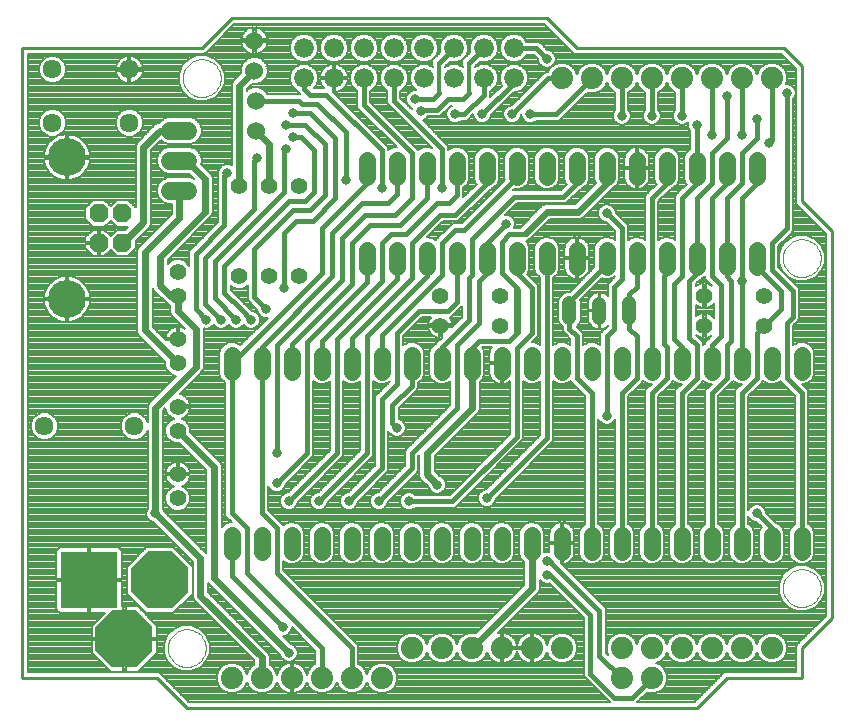
<source format=gbl>
G75*
G70*
%OFA0B0*%
%FSLAX24Y24*%
%IPPOS*%
%LPD*%
%AMOC8*
5,1,8,0,0,1.08239X$1,22.5*
%
%ADD10C,0.0000*%
%ADD11C,0.0100*%
%ADD12C,0.0560*%
%ADD13C,0.0740*%
%ADD14C,0.0660*%
%ADD15OC8,0.0614*%
%ADD16C,0.1266*%
%ADD17OC8,0.1900*%
%ADD18R,0.1900X0.1900*%
%ADD19C,0.0555*%
%ADD20C,0.0480*%
%ADD21C,0.0476*%
%ADD22C,0.0600*%
%ADD23C,0.0634*%
%ADD24C,0.0600*%
%ADD25C,0.0080*%
%ADD26C,0.0160*%
%ADD27C,0.0317*%
%ADD28C,0.0120*%
%ADD29C,0.0320*%
%ADD30C,0.0240*%
D10*
X007531Y015342D02*
X007533Y015392D01*
X007539Y015442D01*
X007549Y015491D01*
X007563Y015539D01*
X007580Y015586D01*
X007601Y015631D01*
X007626Y015675D01*
X007654Y015716D01*
X007686Y015755D01*
X007720Y015792D01*
X007757Y015826D01*
X007797Y015856D01*
X007839Y015883D01*
X007883Y015907D01*
X007929Y015928D01*
X007976Y015944D01*
X008024Y015957D01*
X008074Y015966D01*
X008123Y015971D01*
X008174Y015972D01*
X008224Y015969D01*
X008273Y015962D01*
X008322Y015951D01*
X008370Y015936D01*
X008416Y015918D01*
X008461Y015896D01*
X008504Y015870D01*
X008545Y015841D01*
X008584Y015809D01*
X008620Y015774D01*
X008652Y015736D01*
X008682Y015696D01*
X008709Y015653D01*
X008732Y015609D01*
X008751Y015563D01*
X008767Y015515D01*
X008779Y015466D01*
X008787Y015417D01*
X008791Y015367D01*
X008791Y015317D01*
X008787Y015267D01*
X008779Y015218D01*
X008767Y015169D01*
X008751Y015121D01*
X008732Y015075D01*
X008709Y015031D01*
X008682Y014988D01*
X008652Y014948D01*
X008620Y014910D01*
X008584Y014875D01*
X008545Y014843D01*
X008504Y014814D01*
X008461Y014788D01*
X008416Y014766D01*
X008370Y014748D01*
X008322Y014733D01*
X008273Y014722D01*
X008224Y014715D01*
X008174Y014712D01*
X008123Y014713D01*
X008074Y014718D01*
X008024Y014727D01*
X007976Y014740D01*
X007929Y014756D01*
X007883Y014777D01*
X007839Y014801D01*
X007797Y014828D01*
X007757Y014858D01*
X007720Y014892D01*
X007686Y014929D01*
X007654Y014968D01*
X007626Y015009D01*
X007601Y015053D01*
X007580Y015098D01*
X007563Y015145D01*
X007549Y015193D01*
X007539Y015242D01*
X007533Y015292D01*
X007531Y015342D01*
X028031Y017342D02*
X028033Y017392D01*
X028039Y017442D01*
X028049Y017491D01*
X028063Y017539D01*
X028080Y017586D01*
X028101Y017631D01*
X028126Y017675D01*
X028154Y017716D01*
X028186Y017755D01*
X028220Y017792D01*
X028257Y017826D01*
X028297Y017856D01*
X028339Y017883D01*
X028383Y017907D01*
X028429Y017928D01*
X028476Y017944D01*
X028524Y017957D01*
X028574Y017966D01*
X028623Y017971D01*
X028674Y017972D01*
X028724Y017969D01*
X028773Y017962D01*
X028822Y017951D01*
X028870Y017936D01*
X028916Y017918D01*
X028961Y017896D01*
X029004Y017870D01*
X029045Y017841D01*
X029084Y017809D01*
X029120Y017774D01*
X029152Y017736D01*
X029182Y017696D01*
X029209Y017653D01*
X029232Y017609D01*
X029251Y017563D01*
X029267Y017515D01*
X029279Y017466D01*
X029287Y017417D01*
X029291Y017367D01*
X029291Y017317D01*
X029287Y017267D01*
X029279Y017218D01*
X029267Y017169D01*
X029251Y017121D01*
X029232Y017075D01*
X029209Y017031D01*
X029182Y016988D01*
X029152Y016948D01*
X029120Y016910D01*
X029084Y016875D01*
X029045Y016843D01*
X029004Y016814D01*
X028961Y016788D01*
X028916Y016766D01*
X028870Y016748D01*
X028822Y016733D01*
X028773Y016722D01*
X028724Y016715D01*
X028674Y016712D01*
X028623Y016713D01*
X028574Y016718D01*
X028524Y016727D01*
X028476Y016740D01*
X028429Y016756D01*
X028383Y016777D01*
X028339Y016801D01*
X028297Y016828D01*
X028257Y016858D01*
X028220Y016892D01*
X028186Y016929D01*
X028154Y016968D01*
X028126Y017009D01*
X028101Y017053D01*
X028080Y017098D01*
X028063Y017145D01*
X028049Y017193D01*
X028039Y017242D01*
X028033Y017292D01*
X028031Y017342D01*
X028031Y028342D02*
X028033Y028392D01*
X028039Y028442D01*
X028049Y028491D01*
X028063Y028539D01*
X028080Y028586D01*
X028101Y028631D01*
X028126Y028675D01*
X028154Y028716D01*
X028186Y028755D01*
X028220Y028792D01*
X028257Y028826D01*
X028297Y028856D01*
X028339Y028883D01*
X028383Y028907D01*
X028429Y028928D01*
X028476Y028944D01*
X028524Y028957D01*
X028574Y028966D01*
X028623Y028971D01*
X028674Y028972D01*
X028724Y028969D01*
X028773Y028962D01*
X028822Y028951D01*
X028870Y028936D01*
X028916Y028918D01*
X028961Y028896D01*
X029004Y028870D01*
X029045Y028841D01*
X029084Y028809D01*
X029120Y028774D01*
X029152Y028736D01*
X029182Y028696D01*
X029209Y028653D01*
X029232Y028609D01*
X029251Y028563D01*
X029267Y028515D01*
X029279Y028466D01*
X029287Y028417D01*
X029291Y028367D01*
X029291Y028317D01*
X029287Y028267D01*
X029279Y028218D01*
X029267Y028169D01*
X029251Y028121D01*
X029232Y028075D01*
X029209Y028031D01*
X029182Y027988D01*
X029152Y027948D01*
X029120Y027910D01*
X029084Y027875D01*
X029045Y027843D01*
X029004Y027814D01*
X028961Y027788D01*
X028916Y027766D01*
X028870Y027748D01*
X028822Y027733D01*
X028773Y027722D01*
X028724Y027715D01*
X028674Y027712D01*
X028623Y027713D01*
X028574Y027718D01*
X028524Y027727D01*
X028476Y027740D01*
X028429Y027756D01*
X028383Y027777D01*
X028339Y027801D01*
X028297Y027828D01*
X028257Y027858D01*
X028220Y027892D01*
X028186Y027929D01*
X028154Y027968D01*
X028126Y028009D01*
X028101Y028053D01*
X028080Y028098D01*
X028063Y028145D01*
X028049Y028193D01*
X028039Y028242D01*
X028033Y028292D01*
X028031Y028342D01*
X008031Y034342D02*
X008033Y034392D01*
X008039Y034442D01*
X008049Y034491D01*
X008063Y034539D01*
X008080Y034586D01*
X008101Y034631D01*
X008126Y034675D01*
X008154Y034716D01*
X008186Y034755D01*
X008220Y034792D01*
X008257Y034826D01*
X008297Y034856D01*
X008339Y034883D01*
X008383Y034907D01*
X008429Y034928D01*
X008476Y034944D01*
X008524Y034957D01*
X008574Y034966D01*
X008623Y034971D01*
X008674Y034972D01*
X008724Y034969D01*
X008773Y034962D01*
X008822Y034951D01*
X008870Y034936D01*
X008916Y034918D01*
X008961Y034896D01*
X009004Y034870D01*
X009045Y034841D01*
X009084Y034809D01*
X009120Y034774D01*
X009152Y034736D01*
X009182Y034696D01*
X009209Y034653D01*
X009232Y034609D01*
X009251Y034563D01*
X009267Y034515D01*
X009279Y034466D01*
X009287Y034417D01*
X009291Y034367D01*
X009291Y034317D01*
X009287Y034267D01*
X009279Y034218D01*
X009267Y034169D01*
X009251Y034121D01*
X009232Y034075D01*
X009209Y034031D01*
X009182Y033988D01*
X009152Y033948D01*
X009120Y033910D01*
X009084Y033875D01*
X009045Y033843D01*
X009004Y033814D01*
X008961Y033788D01*
X008916Y033766D01*
X008870Y033748D01*
X008822Y033733D01*
X008773Y033722D01*
X008724Y033715D01*
X008674Y033712D01*
X008623Y033713D01*
X008574Y033718D01*
X008524Y033727D01*
X008476Y033740D01*
X008429Y033756D01*
X008383Y033777D01*
X008339Y033801D01*
X008297Y033828D01*
X008257Y033858D01*
X008220Y033892D01*
X008186Y033929D01*
X008154Y033968D01*
X008126Y034009D01*
X008101Y034053D01*
X008080Y034098D01*
X008063Y034145D01*
X008049Y034193D01*
X008039Y034242D01*
X008033Y034292D01*
X008031Y034342D01*
D11*
X007161Y014342D02*
X008161Y013342D01*
X025161Y013342D01*
X026161Y014342D01*
X028661Y014342D01*
X028661Y015342D01*
X029661Y016342D01*
X029661Y029242D01*
X028661Y030242D01*
X028661Y034742D01*
X028061Y035342D01*
X021161Y035342D01*
X020161Y036342D01*
X009661Y036342D01*
X008661Y035342D01*
X002661Y035342D01*
X002661Y014342D01*
X007161Y014342D01*
D12*
X009661Y018562D02*
X009661Y019122D01*
X010661Y019122D02*
X010661Y018562D01*
X011661Y018562D02*
X011661Y019122D01*
X012661Y019122D02*
X012661Y018562D01*
X013661Y018562D02*
X013661Y019122D01*
X014661Y019122D02*
X014661Y018562D01*
X015661Y018562D02*
X015661Y019122D01*
X016661Y019122D02*
X016661Y018562D01*
X017661Y018562D02*
X017661Y019122D01*
X018661Y019122D02*
X018661Y018562D01*
X019661Y018562D02*
X019661Y019122D01*
X020661Y019122D02*
X020661Y018562D01*
X021661Y018562D02*
X021661Y019122D01*
X022661Y019122D02*
X022661Y018562D01*
X023661Y018562D02*
X023661Y019122D01*
X024661Y019122D02*
X024661Y018562D01*
X025661Y018562D02*
X025661Y019122D01*
X026661Y019122D02*
X026661Y018562D01*
X027661Y018562D02*
X027661Y019122D01*
X028661Y019122D02*
X028661Y018562D01*
X028661Y024562D02*
X028661Y025122D01*
X027661Y025122D02*
X027661Y024562D01*
X026661Y024562D02*
X026661Y025122D01*
X025661Y025122D02*
X025661Y024562D01*
X024661Y024562D02*
X024661Y025122D01*
X023661Y025122D02*
X023661Y024562D01*
X022661Y024562D02*
X022661Y025122D01*
X021661Y025122D02*
X021661Y024562D01*
X020661Y024562D02*
X020661Y025122D01*
X019661Y025122D02*
X019661Y024562D01*
X018661Y024562D02*
X018661Y025122D01*
X017661Y025122D02*
X017661Y024562D01*
X016661Y024562D02*
X016661Y025122D01*
X015661Y025122D02*
X015661Y024562D01*
X014661Y024562D02*
X014661Y025122D01*
X013661Y025122D02*
X013661Y024562D01*
X012661Y024562D02*
X012661Y025122D01*
X011661Y025122D02*
X011661Y024562D01*
X010661Y024562D02*
X010661Y025122D01*
X009661Y025122D02*
X009661Y024562D01*
X014161Y028062D02*
X014161Y028622D01*
X015161Y028622D02*
X015161Y028062D01*
X016161Y028062D02*
X016161Y028622D01*
X017161Y028622D02*
X017161Y028062D01*
X018161Y028062D02*
X018161Y028622D01*
X019161Y028622D02*
X019161Y028062D01*
X020161Y028062D02*
X020161Y028622D01*
X021161Y028622D02*
X021161Y028062D01*
X022161Y028062D02*
X022161Y028622D01*
X023161Y028622D02*
X023161Y028062D01*
X024161Y028062D02*
X024161Y028622D01*
X025161Y028622D02*
X025161Y028062D01*
X026161Y028062D02*
X026161Y028622D01*
X027161Y028622D02*
X027161Y028062D01*
X027161Y031062D02*
X027161Y031622D01*
X026161Y031622D02*
X026161Y031062D01*
X025161Y031062D02*
X025161Y031622D01*
X024161Y031622D02*
X024161Y031062D01*
X023161Y031062D02*
X023161Y031622D01*
X022161Y031622D02*
X022161Y031062D01*
X021161Y031062D02*
X021161Y031622D01*
X020161Y031622D02*
X020161Y031062D01*
X019161Y031062D02*
X019161Y031622D01*
X018161Y031622D02*
X018161Y031062D01*
X017161Y031062D02*
X017161Y031622D01*
X016161Y031622D02*
X016161Y031062D01*
X015161Y031062D02*
X015161Y031622D01*
X014161Y031622D02*
X014161Y031062D01*
D13*
X020661Y034342D03*
X021661Y034342D03*
X022661Y034342D03*
X023661Y034342D03*
X024661Y034342D03*
X025661Y034342D03*
X026661Y034342D03*
X027661Y034342D03*
X027661Y015342D03*
X026661Y015342D03*
X025661Y015342D03*
X024661Y015342D03*
X023661Y015342D03*
X023661Y014342D03*
X022661Y014342D03*
X022661Y015342D03*
X020661Y015342D03*
X019661Y015342D03*
X018661Y015342D03*
X017661Y015342D03*
X016661Y015342D03*
X015661Y015342D03*
X014661Y014342D03*
X013661Y014342D03*
X012661Y014342D03*
X011661Y014342D03*
X010661Y014342D03*
X009661Y014342D03*
D14*
X012061Y034342D03*
X013061Y034342D03*
X014061Y034342D03*
X015061Y034342D03*
X016061Y034342D03*
X017061Y034342D03*
X018061Y034342D03*
X019061Y034342D03*
X019061Y035342D03*
X018061Y035342D03*
X017061Y035342D03*
X016061Y035342D03*
X015061Y035342D03*
X014061Y035342D03*
X013061Y035342D03*
X012061Y035342D03*
D15*
X006015Y029834D03*
X005228Y029834D03*
X005228Y028850D03*
X006015Y028850D03*
D16*
X004161Y026980D03*
X004161Y031704D03*
D17*
X007261Y017612D03*
X006081Y015642D03*
D18*
X004901Y017612D03*
D19*
X007861Y020342D03*
X007861Y021142D03*
X007861Y022592D03*
X007861Y023392D03*
X007861Y024842D03*
X007861Y025642D03*
X007861Y027092D03*
X007861Y027892D03*
X009911Y027742D03*
X010911Y027742D03*
X011911Y027742D03*
X011911Y030742D03*
X010911Y030742D03*
X009911Y030742D03*
X016611Y027092D03*
X016611Y026092D03*
X018611Y026092D03*
X018611Y027092D03*
X025411Y027092D03*
X025411Y026092D03*
X027411Y026092D03*
X027411Y027092D03*
D20*
X022911Y026832D02*
X022911Y026352D01*
X020911Y026352D02*
X020911Y026832D01*
D21*
X021911Y026830D02*
X021911Y026354D01*
D22*
X010461Y032592D03*
X010461Y033592D03*
X010411Y034592D03*
X010411Y035592D03*
D23*
X006241Y034632D03*
X006241Y032852D03*
X003681Y032852D03*
X003681Y034632D03*
X003411Y022742D03*
X006411Y022742D03*
D24*
X007611Y030592D02*
X008211Y030592D01*
X008211Y031592D02*
X007611Y031592D01*
X007611Y032592D02*
X008211Y032592D01*
D25*
X008610Y032407D02*
X009651Y032407D01*
X009651Y032486D02*
X008643Y032486D01*
X008651Y032504D02*
X008651Y032680D01*
X008584Y032841D01*
X008460Y032965D01*
X008298Y033032D01*
X007523Y033032D01*
X007362Y032965D01*
X007249Y032852D01*
X007209Y032852D01*
X007114Y032812D01*
X007040Y032739D01*
X006490Y032189D01*
X006451Y032094D01*
X006451Y031990D01*
X006451Y030031D01*
X006200Y030281D01*
X005830Y030281D01*
X005621Y030073D01*
X005413Y030281D01*
X005043Y030281D01*
X004781Y030019D01*
X004781Y029649D01*
X005043Y029387D01*
X005413Y029387D01*
X005621Y029596D01*
X005830Y029387D01*
X006188Y029387D01*
X006098Y029297D01*
X005830Y029297D01*
X005621Y029088D01*
X005413Y029297D01*
X005268Y029297D01*
X005268Y028890D01*
X005188Y028890D01*
X005188Y029297D01*
X005043Y029297D01*
X004781Y029035D01*
X004781Y028890D01*
X005188Y028890D01*
X005188Y028810D01*
X005268Y028810D01*
X005268Y028403D01*
X005413Y028403D01*
X005621Y028611D01*
X005830Y028403D01*
X006200Y028403D01*
X006462Y028665D01*
X006462Y028926D01*
X006858Y029322D01*
X006931Y029395D01*
X006971Y029490D01*
X006971Y031934D01*
X007309Y032272D01*
X007362Y032219D01*
X007523Y032152D01*
X008298Y032152D01*
X008460Y032219D01*
X008584Y032343D01*
X008651Y032504D01*
X008651Y032564D02*
X009651Y032564D01*
X009651Y032643D02*
X008651Y032643D01*
X008634Y032721D02*
X009651Y032721D01*
X009651Y032800D02*
X008601Y032800D01*
X008547Y032878D02*
X009651Y032878D01*
X009651Y032957D02*
X008468Y032957D01*
X008569Y032328D02*
X009651Y032328D01*
X009651Y032250D02*
X008491Y032250D01*
X008345Y032171D02*
X009651Y032171D01*
X009651Y032093D02*
X007129Y032093D01*
X007051Y032014D02*
X007480Y032014D01*
X007523Y032032D02*
X007362Y031965D01*
X007238Y031841D01*
X007171Y031680D01*
X007171Y031504D01*
X007238Y031343D01*
X007362Y031219D01*
X007523Y031152D01*
X008233Y031152D01*
X008392Y030993D01*
X008298Y031032D01*
X007523Y031032D01*
X007362Y030965D01*
X007238Y030841D01*
X007171Y030680D01*
X007171Y030504D01*
X007238Y030343D01*
X007362Y030219D01*
X007523Y030152D01*
X007651Y030152D01*
X007651Y029800D01*
X006540Y028689D01*
X006501Y028594D01*
X006501Y028490D01*
X006501Y025994D01*
X006501Y025890D01*
X006540Y025795D01*
X007443Y024892D01*
X007443Y024759D01*
X007507Y024606D01*
X007624Y024488D01*
X007778Y024425D01*
X007806Y024425D01*
X006890Y023509D01*
X006851Y023414D01*
X006851Y023310D01*
X006851Y022873D01*
X006798Y023001D01*
X006670Y023129D01*
X006502Y023199D01*
X006320Y023199D01*
X006152Y023129D01*
X006023Y023001D01*
X005954Y022833D01*
X005954Y022651D01*
X006023Y022483D01*
X006152Y022355D01*
X006320Y022285D01*
X006502Y022285D01*
X006670Y022355D01*
X006798Y022483D01*
X006851Y022611D01*
X006851Y019984D01*
X006812Y019891D01*
X006812Y019773D01*
X006858Y019663D01*
X006942Y019579D01*
X007035Y019541D01*
X008351Y018224D01*
X008351Y017040D01*
X008390Y016945D01*
X008464Y016872D01*
X010401Y014934D01*
X010401Y014786D01*
X010372Y014774D01*
X010228Y014631D01*
X010161Y014468D01*
X010093Y014631D01*
X009950Y014774D01*
X009762Y014852D01*
X009559Y014852D01*
X009372Y014774D01*
X009228Y014631D01*
X009151Y014444D01*
X009151Y014241D01*
X009228Y014053D01*
X009372Y013910D01*
X009559Y013832D01*
X009762Y013832D01*
X009950Y013910D01*
X010093Y014053D01*
X010161Y014217D01*
X010228Y014053D01*
X010372Y013910D01*
X010559Y013832D01*
X010762Y013832D01*
X010950Y013910D01*
X011093Y014053D01*
X011163Y014223D01*
X011163Y014223D01*
X011188Y014146D01*
X011225Y014075D01*
X011272Y014010D01*
X011329Y013953D01*
X011393Y013906D01*
X011465Y013869D01*
X011541Y013845D01*
X011621Y013832D01*
X011621Y014302D01*
X011701Y014302D01*
X011701Y013832D01*
X011780Y013845D01*
X011857Y013869D01*
X011928Y013906D01*
X011993Y013953D01*
X012050Y014010D01*
X012097Y014075D01*
X012133Y014146D01*
X012158Y014223D01*
X012228Y014053D01*
X012372Y013910D01*
X012559Y013832D01*
X012762Y013832D01*
X012950Y013910D01*
X013093Y014053D01*
X013161Y014216D01*
X013228Y014053D01*
X013372Y013910D01*
X013559Y013832D01*
X013762Y013832D01*
X013950Y013910D01*
X014093Y014053D01*
X014161Y014216D01*
X014228Y014053D01*
X014372Y013910D01*
X014559Y013832D01*
X014762Y013832D01*
X014950Y013910D01*
X015093Y014053D01*
X015171Y014241D01*
X015171Y014444D01*
X015093Y014631D01*
X014950Y014774D01*
X014762Y014852D01*
X014559Y014852D01*
X014372Y014774D01*
X014228Y014631D01*
X014161Y014468D01*
X014093Y014631D01*
X013950Y014774D01*
X013881Y014803D01*
X013881Y015433D01*
X013752Y015562D01*
X011381Y017933D01*
X011381Y018248D01*
X011423Y018206D01*
X011577Y018142D01*
X011744Y018142D01*
X011899Y018206D01*
X012017Y018324D01*
X012081Y018478D01*
X012081Y019206D01*
X012017Y019360D01*
X011899Y019478D01*
X011744Y019542D01*
X011577Y019542D01*
X011423Y019478D01*
X011379Y019435D01*
X011252Y019562D01*
X010881Y019933D01*
X010881Y020738D01*
X010908Y020673D01*
X010992Y020589D01*
X011101Y020544D01*
X011220Y020544D01*
X011330Y020589D01*
X011414Y020673D01*
X011459Y020783D01*
X011459Y020829D01*
X012381Y021751D01*
X012381Y021933D01*
X012381Y024248D01*
X012423Y024206D01*
X012577Y024142D01*
X012744Y024142D01*
X012899Y024206D01*
X012941Y024248D01*
X012941Y021933D01*
X011548Y020540D01*
X011501Y020540D01*
X011392Y020495D01*
X011308Y020411D01*
X011262Y020301D01*
X011262Y020183D01*
X011308Y020073D01*
X011392Y019989D01*
X011501Y019944D01*
X011620Y019944D01*
X011730Y019989D01*
X011814Y020073D01*
X011859Y020183D01*
X011859Y020229D01*
X013381Y021751D01*
X013381Y021933D01*
X013381Y024248D01*
X013423Y024206D01*
X013577Y024142D01*
X013744Y024142D01*
X013899Y024206D01*
X013941Y024248D01*
X013941Y021933D01*
X012548Y020540D01*
X012501Y020540D01*
X012392Y020495D01*
X012308Y020411D01*
X012262Y020301D01*
X012262Y020183D01*
X012308Y020073D01*
X012392Y019989D01*
X012501Y019944D01*
X012620Y019944D01*
X012730Y019989D01*
X012814Y020073D01*
X012859Y020183D01*
X012859Y020229D01*
X014381Y021751D01*
X014381Y021933D01*
X014381Y024248D01*
X014423Y024206D01*
X014577Y024142D01*
X014744Y024142D01*
X014899Y024206D01*
X014941Y024248D01*
X014941Y024233D01*
X014441Y023733D01*
X014441Y023551D01*
X014441Y021433D01*
X013548Y020540D01*
X013501Y020540D01*
X013392Y020495D01*
X013308Y020411D01*
X013262Y020301D01*
X013262Y020183D01*
X013308Y020073D01*
X013392Y019989D01*
X013501Y019944D01*
X013620Y019944D01*
X013730Y019989D01*
X013814Y020073D01*
X013859Y020183D01*
X013859Y020229D01*
X014881Y021251D01*
X014881Y021433D01*
X014881Y022588D01*
X014908Y022523D01*
X014992Y022439D01*
X015101Y022394D01*
X015220Y022394D01*
X015330Y022439D01*
X015414Y022523D01*
X015459Y022633D01*
X015459Y022751D01*
X015414Y022861D01*
X015330Y022945D01*
X015231Y022986D01*
X015231Y023001D01*
X015231Y023351D01*
X015752Y023872D01*
X015881Y024001D01*
X015881Y024199D01*
X015899Y024206D01*
X016017Y024324D01*
X016081Y024478D01*
X016081Y025206D01*
X016017Y025360D01*
X015899Y025478D01*
X015744Y025542D01*
X015577Y025542D01*
X015423Y025478D01*
X015381Y025436D01*
X015381Y025751D01*
X016002Y026372D01*
X016300Y026372D01*
X016292Y026364D01*
X016254Y026311D01*
X016224Y026252D01*
X016204Y026190D01*
X016194Y026131D01*
X016572Y026131D01*
X016572Y026053D01*
X016650Y026053D01*
X016650Y026131D01*
X017027Y026131D01*
X017018Y026190D01*
X016998Y026252D01*
X016968Y026311D01*
X016929Y026364D01*
X016921Y026372D01*
X016952Y026372D01*
X017252Y026672D01*
X017341Y026761D01*
X017341Y026383D01*
X017011Y026053D01*
X016650Y026053D01*
X016650Y025692D01*
X016445Y025487D01*
X016423Y025478D01*
X016305Y025360D01*
X016241Y025206D01*
X016241Y024478D01*
X016305Y024324D01*
X016423Y024206D01*
X016577Y024142D01*
X016744Y024142D01*
X016899Y024206D01*
X016941Y024248D01*
X016941Y023433D01*
X015441Y021933D01*
X015441Y021751D01*
X015441Y021433D01*
X014548Y020540D01*
X014501Y020540D01*
X014392Y020495D01*
X014308Y020411D01*
X014262Y020301D01*
X014262Y020183D01*
X014308Y020073D01*
X014392Y019989D01*
X014501Y019944D01*
X014620Y019944D01*
X014730Y019989D01*
X014814Y020073D01*
X014859Y020183D01*
X014859Y020229D01*
X015752Y021122D01*
X015881Y021251D01*
X015881Y021751D01*
X015901Y021771D01*
X015901Y021194D01*
X015901Y021090D01*
X015940Y020995D01*
X016219Y020716D01*
X016258Y020623D01*
X016342Y020539D01*
X016451Y020494D01*
X016570Y020494D01*
X016680Y020539D01*
X016764Y020623D01*
X016809Y020733D01*
X016809Y020851D01*
X016764Y020961D01*
X016680Y021045D01*
X016587Y021083D01*
X016421Y021250D01*
X016421Y021734D01*
X017881Y023195D01*
X017921Y023290D01*
X017921Y023394D01*
X017921Y024228D01*
X018017Y024324D01*
X018081Y024478D01*
X018081Y025206D01*
X018017Y025360D01*
X018005Y025372D01*
X018323Y025372D01*
X018302Y025342D01*
X018272Y025283D01*
X018251Y025220D01*
X018241Y025155D01*
X018241Y024882D01*
X018621Y024882D01*
X018621Y024802D01*
X018701Y024802D01*
X018701Y024143D01*
X018759Y024152D01*
X018822Y024173D01*
X018881Y024203D01*
X018934Y024242D01*
X018941Y024248D01*
X018941Y022483D01*
X016920Y020462D01*
X015763Y020462D01*
X015730Y020495D01*
X015620Y020540D01*
X015501Y020540D01*
X015392Y020495D01*
X015308Y020411D01*
X015262Y020301D01*
X015262Y020183D01*
X015308Y020073D01*
X015392Y019989D01*
X015501Y019944D01*
X015620Y019944D01*
X015730Y019989D01*
X015763Y020022D01*
X017102Y020022D01*
X017231Y020151D01*
X019381Y022301D01*
X019381Y022483D01*
X019381Y024248D01*
X019423Y024206D01*
X019577Y024142D01*
X019744Y024142D01*
X019899Y024206D01*
X019941Y024248D01*
X019941Y022433D01*
X018148Y020640D01*
X018101Y020640D01*
X017992Y020595D01*
X017908Y020511D01*
X017862Y020401D01*
X017862Y020283D01*
X017908Y020173D01*
X017992Y020089D01*
X018101Y020044D01*
X018220Y020044D01*
X018330Y020089D01*
X018414Y020173D01*
X018459Y020283D01*
X018459Y020329D01*
X020381Y022251D01*
X020381Y022433D01*
X020381Y024248D01*
X020423Y024206D01*
X020577Y024142D01*
X020744Y024142D01*
X020899Y024206D01*
X020942Y024250D01*
X021070Y024122D01*
X021441Y023751D01*
X021441Y019485D01*
X021423Y019478D01*
X021305Y019360D01*
X021241Y019206D01*
X021241Y018478D01*
X021305Y018324D01*
X021423Y018206D01*
X021577Y018142D01*
X021744Y018142D01*
X021899Y018206D01*
X022017Y018324D01*
X022081Y018478D01*
X022081Y019206D01*
X022017Y019360D01*
X021899Y019478D01*
X021881Y019485D01*
X021881Y022988D01*
X021908Y022923D01*
X021992Y022839D01*
X022101Y022794D01*
X022220Y022794D01*
X022330Y022839D01*
X022414Y022923D01*
X022441Y022988D01*
X022441Y019485D01*
X022423Y019478D01*
X022305Y019360D01*
X022241Y019206D01*
X022241Y018478D01*
X022305Y018324D01*
X022423Y018206D01*
X022577Y018142D01*
X022744Y018142D01*
X022899Y018206D01*
X023017Y018324D01*
X023081Y018478D01*
X023081Y019206D01*
X023017Y019360D01*
X022899Y019478D01*
X022881Y019485D01*
X022881Y023751D01*
X023252Y024122D01*
X023379Y024250D01*
X023423Y024206D01*
X023577Y024142D01*
X023650Y024142D01*
X023441Y023933D01*
X023441Y023751D01*
X023441Y019485D01*
X023423Y019478D01*
X023305Y019360D01*
X023241Y019206D01*
X023241Y018478D01*
X023305Y018324D01*
X023423Y018206D01*
X023577Y018142D01*
X023744Y018142D01*
X023899Y018206D01*
X024017Y018324D01*
X024081Y018478D01*
X024081Y019206D01*
X024017Y019360D01*
X023899Y019478D01*
X023881Y019485D01*
X023881Y023751D01*
X024252Y024122D01*
X024379Y024250D01*
X024423Y024206D01*
X024577Y024142D01*
X024650Y024142D01*
X024441Y023933D01*
X024441Y023751D01*
X024441Y019485D01*
X024423Y019478D01*
X024305Y019360D01*
X024241Y019206D01*
X024241Y018478D01*
X024305Y018324D01*
X024423Y018206D01*
X024577Y018142D01*
X024744Y018142D01*
X024899Y018206D01*
X025017Y018324D01*
X025081Y018478D01*
X025081Y019206D01*
X025017Y019360D01*
X024899Y019478D01*
X024881Y019485D01*
X024881Y023751D01*
X025252Y024122D01*
X025379Y024250D01*
X025423Y024206D01*
X025577Y024142D01*
X025650Y024142D01*
X025570Y024062D01*
X025441Y023933D01*
X025441Y019485D01*
X025423Y019478D01*
X025305Y019360D01*
X025241Y019206D01*
X025241Y018478D01*
X025305Y018324D01*
X025423Y018206D01*
X025577Y018142D01*
X025744Y018142D01*
X025899Y018206D01*
X026017Y018324D01*
X026081Y018478D01*
X026081Y019206D01*
X026017Y019360D01*
X025899Y019478D01*
X025881Y019485D01*
X025881Y023751D01*
X026379Y024250D01*
X026423Y024206D01*
X026577Y024142D01*
X026650Y024142D01*
X026441Y023933D01*
X026441Y023751D01*
X026441Y019485D01*
X026423Y019478D01*
X026305Y019360D01*
X026241Y019206D01*
X026241Y018478D01*
X026305Y018324D01*
X026423Y018206D01*
X026577Y018142D01*
X026744Y018142D01*
X026899Y018206D01*
X027017Y018324D01*
X027081Y018478D01*
X027081Y019206D01*
X027017Y019360D01*
X026899Y019478D01*
X026881Y019485D01*
X026881Y019738D01*
X026908Y019673D01*
X026992Y019589D01*
X027101Y019544D01*
X027148Y019544D01*
X027318Y019373D01*
X027305Y019360D01*
X027241Y019206D01*
X027241Y018478D01*
X027305Y018324D01*
X027423Y018206D01*
X027577Y018142D01*
X027744Y018142D01*
X027899Y018206D01*
X028017Y018324D01*
X028081Y018478D01*
X028081Y019206D01*
X028017Y019360D01*
X027899Y019478D01*
X027791Y019522D01*
X027459Y019855D01*
X027459Y019901D01*
X027414Y020011D01*
X027330Y020095D01*
X027220Y020140D01*
X027101Y020140D01*
X026992Y020095D01*
X026908Y020011D01*
X026881Y019946D01*
X026881Y023751D01*
X027252Y024122D01*
X027379Y024250D01*
X027423Y024206D01*
X027577Y024142D01*
X027744Y024142D01*
X027899Y024206D01*
X027942Y024250D01*
X028070Y024122D01*
X028441Y023751D01*
X028441Y019485D01*
X028423Y019478D01*
X028305Y019360D01*
X028241Y019206D01*
X028241Y018478D01*
X028305Y018324D01*
X028423Y018206D01*
X028577Y018142D01*
X028744Y018142D01*
X028899Y018206D01*
X029017Y018324D01*
X029081Y018478D01*
X029081Y019206D01*
X029017Y019360D01*
X028899Y019478D01*
X028881Y019485D01*
X028881Y023751D01*
X028881Y023933D01*
X028672Y024142D01*
X028744Y024142D01*
X028899Y024206D01*
X029017Y024324D01*
X029081Y024478D01*
X029081Y025206D01*
X029017Y025360D01*
X028899Y025478D01*
X028744Y025542D01*
X028577Y025542D01*
X028423Y025478D01*
X028381Y025436D01*
X028381Y026101D01*
X028452Y026172D01*
X028581Y026301D01*
X028581Y027151D01*
X028581Y027333D01*
X027881Y028033D01*
X027881Y028751D01*
X028252Y029122D01*
X028381Y029251D01*
X028381Y033640D01*
X028414Y033673D01*
X028459Y033783D01*
X028459Y033901D01*
X028414Y034011D01*
X028330Y034095D01*
X028220Y034140D01*
X028129Y034140D01*
X028171Y034241D01*
X028171Y034444D01*
X028093Y034631D01*
X027950Y034774D01*
X027762Y034852D01*
X027559Y034852D01*
X027372Y034774D01*
X027228Y034631D01*
X027161Y034468D01*
X027093Y034631D01*
X026950Y034774D01*
X026762Y034852D01*
X026559Y034852D01*
X026372Y034774D01*
X026228Y034631D01*
X026161Y034468D01*
X026093Y034631D01*
X025950Y034774D01*
X025762Y034852D01*
X025559Y034852D01*
X025372Y034774D01*
X025228Y034631D01*
X025161Y034468D01*
X025093Y034631D01*
X024950Y034774D01*
X024762Y034852D01*
X024559Y034852D01*
X024372Y034774D01*
X024228Y034631D01*
X024161Y034468D01*
X024093Y034631D01*
X023950Y034774D01*
X023762Y034852D01*
X023559Y034852D01*
X023372Y034774D01*
X023228Y034631D01*
X023161Y034468D01*
X023093Y034631D01*
X022950Y034774D01*
X022762Y034852D01*
X022559Y034852D01*
X022372Y034774D01*
X022228Y034631D01*
X022161Y034468D01*
X022093Y034631D01*
X021950Y034774D01*
X021762Y034852D01*
X021559Y034852D01*
X021372Y034774D01*
X021228Y034631D01*
X021161Y034468D01*
X021093Y034631D01*
X020950Y034774D01*
X020762Y034852D01*
X020559Y034852D01*
X020372Y034774D01*
X020228Y034631D01*
X020200Y034562D01*
X020120Y034562D01*
X019991Y034433D01*
X018998Y033440D01*
X018951Y033440D01*
X018842Y033395D01*
X018758Y033311D01*
X018712Y033201D01*
X018712Y033083D01*
X018758Y032973D01*
X018842Y032889D01*
X018951Y032844D01*
X019070Y032844D01*
X019180Y032889D01*
X019264Y032973D01*
X019309Y033083D01*
X019309Y033129D01*
X019312Y033133D01*
X019312Y033083D01*
X019358Y032973D01*
X019442Y032889D01*
X019551Y032844D01*
X019670Y032844D01*
X019780Y032889D01*
X019813Y032922D01*
X020370Y032922D01*
X020552Y032922D01*
X021490Y033861D01*
X021559Y033832D01*
X021762Y033832D01*
X021950Y033910D01*
X022093Y034053D01*
X022161Y034216D01*
X022228Y034053D01*
X022372Y033910D01*
X022441Y033881D01*
X022441Y033294D01*
X022408Y033261D01*
X022362Y033151D01*
X022362Y033033D01*
X022408Y032923D01*
X022492Y032839D01*
X022601Y032794D01*
X022720Y032794D01*
X022830Y032839D01*
X022914Y032923D01*
X022959Y033033D01*
X022959Y033151D01*
X022914Y033261D01*
X022881Y033294D01*
X022881Y033881D01*
X022950Y033910D01*
X023093Y034053D01*
X023161Y034216D01*
X023228Y034053D01*
X023372Y033910D01*
X023441Y033881D01*
X023441Y033294D01*
X023408Y033261D01*
X023362Y033151D01*
X023362Y033033D01*
X023408Y032923D01*
X023492Y032839D01*
X023601Y032794D01*
X023720Y032794D01*
X023830Y032839D01*
X023914Y032923D01*
X023959Y033033D01*
X023959Y033151D01*
X023914Y033261D01*
X023881Y033294D01*
X023881Y033881D01*
X023950Y033910D01*
X024093Y034053D01*
X024161Y034216D01*
X024228Y034053D01*
X024372Y033910D01*
X024441Y033881D01*
X024441Y033294D01*
X024408Y033261D01*
X024362Y033151D01*
X024362Y033033D01*
X024408Y032923D01*
X024492Y032839D01*
X024601Y032794D01*
X024720Y032794D01*
X024830Y032839D01*
X024877Y032886D01*
X024862Y032851D01*
X024862Y032733D01*
X024908Y032623D01*
X024941Y032590D01*
X024941Y031985D01*
X024923Y031978D01*
X024805Y031860D01*
X024741Y031706D01*
X024741Y030978D01*
X024805Y030824D01*
X024818Y030811D01*
X024441Y030433D01*
X024441Y030251D01*
X024441Y028936D01*
X024399Y028978D01*
X024244Y029042D01*
X024077Y029042D01*
X023923Y028978D01*
X023881Y028936D01*
X023881Y030251D01*
X024252Y030622D01*
X024291Y030662D01*
X024399Y030706D01*
X024517Y030824D01*
X024581Y030978D01*
X024581Y031706D01*
X024517Y031860D01*
X024399Y031978D01*
X024244Y032042D01*
X024077Y032042D01*
X023923Y031978D01*
X023805Y031860D01*
X023741Y031706D01*
X023741Y030978D01*
X023805Y030824D01*
X023818Y030811D01*
X023441Y030433D01*
X023441Y030251D01*
X023441Y028936D01*
X023399Y028978D01*
X023244Y029042D01*
X023077Y029042D01*
X022923Y028978D01*
X022881Y028936D01*
X022881Y029251D01*
X022881Y029433D01*
X022459Y029855D01*
X022459Y029901D01*
X022414Y030011D01*
X022330Y030095D01*
X022220Y030140D01*
X022101Y030140D01*
X021992Y030095D01*
X021908Y030011D01*
X021862Y029901D01*
X021862Y029783D01*
X021908Y029673D01*
X021992Y029589D01*
X022101Y029544D01*
X022148Y029544D01*
X022441Y029251D01*
X022441Y028936D01*
X022399Y028978D01*
X022244Y029042D01*
X022077Y029042D01*
X021923Y028978D01*
X021805Y028860D01*
X021741Y028706D01*
X021741Y028033D01*
X020920Y027212D01*
X020835Y027212D01*
X020696Y027154D01*
X020589Y027047D01*
X020531Y026908D01*
X020531Y026276D01*
X020589Y026137D01*
X020691Y026035D01*
X020691Y025901D01*
X020820Y025772D01*
X020941Y025651D01*
X020941Y025436D01*
X020899Y025478D01*
X020744Y025542D01*
X020577Y025542D01*
X020423Y025478D01*
X020381Y025436D01*
X020381Y027699D01*
X020399Y027706D01*
X020517Y027824D01*
X020581Y027978D01*
X020581Y028706D01*
X020517Y028860D01*
X020399Y028978D01*
X020244Y029042D01*
X020077Y029042D01*
X019923Y028978D01*
X019805Y028860D01*
X019741Y028706D01*
X019741Y027978D01*
X019805Y027824D01*
X019923Y027706D01*
X019941Y027699D01*
X019941Y025436D01*
X019899Y025478D01*
X019744Y025542D01*
X019672Y025542D01*
X019881Y025751D01*
X019881Y025933D01*
X019881Y027433D01*
X019752Y027562D01*
X019752Y027562D01*
X019503Y027811D01*
X019517Y027824D01*
X019581Y027978D01*
X019581Y028706D01*
X019517Y028860D01*
X019455Y028922D01*
X019502Y028922D01*
X019512Y028932D01*
X019512Y028932D01*
X019608Y028972D01*
X020268Y029632D01*
X021159Y029632D01*
X021262Y029632D01*
X021358Y029672D01*
X022308Y030622D01*
X022381Y030695D01*
X022383Y030700D01*
X022399Y030706D01*
X022517Y030824D01*
X022581Y030978D01*
X022581Y031706D01*
X022517Y031860D01*
X022399Y031978D01*
X022244Y032042D01*
X022077Y032042D01*
X021923Y031978D01*
X021805Y031860D01*
X021741Y031706D01*
X021741Y030978D01*
X021796Y030845D01*
X021103Y030152D01*
X020109Y030152D01*
X020014Y030112D01*
X019940Y030039D01*
X019263Y029362D01*
X019080Y029362D01*
X019109Y029433D01*
X019109Y029551D01*
X019064Y029661D01*
X018980Y029745D01*
X018870Y029790D01*
X018770Y029790D01*
X019152Y030172D01*
X020802Y030172D01*
X020931Y030301D01*
X021252Y030622D01*
X021291Y030662D01*
X021399Y030706D01*
X021517Y030824D01*
X021581Y030978D01*
X021581Y031706D01*
X021517Y031860D01*
X021399Y031978D01*
X021244Y032042D01*
X021077Y032042D01*
X020923Y031978D01*
X020805Y031860D01*
X020741Y031706D01*
X020741Y030978D01*
X020805Y030824D01*
X020818Y030811D01*
X020620Y030612D01*
X019152Y030612D01*
X019042Y030612D01*
X019073Y030644D01*
X019077Y030642D01*
X019244Y030642D01*
X019399Y030706D01*
X019517Y030824D01*
X019581Y030978D01*
X019581Y031706D01*
X019517Y031860D01*
X019399Y031978D01*
X019244Y032042D01*
X019077Y032042D01*
X018923Y031978D01*
X018805Y031860D01*
X018741Y031706D01*
X018741Y030978D01*
X018754Y030946D01*
X017320Y029512D01*
X017020Y029512D01*
X016891Y029383D01*
X016442Y028935D01*
X016399Y028978D01*
X016244Y029042D01*
X016172Y029042D01*
X016702Y029572D01*
X017020Y029572D01*
X017202Y029572D01*
X018252Y030622D01*
X018291Y030662D01*
X018399Y030706D01*
X018517Y030824D01*
X018581Y030978D01*
X018581Y031706D01*
X018517Y031860D01*
X018399Y031978D01*
X018244Y032042D01*
X018077Y032042D01*
X017923Y031978D01*
X017805Y031860D01*
X017741Y031706D01*
X017741Y030978D01*
X017805Y030824D01*
X017818Y030811D01*
X017381Y030373D01*
X017381Y030699D01*
X017399Y030706D01*
X017517Y030824D01*
X017581Y030978D01*
X017581Y031706D01*
X017517Y031860D01*
X017399Y031978D01*
X017244Y032042D01*
X017077Y032042D01*
X016923Y031978D01*
X016881Y031936D01*
X016881Y032083D01*
X016020Y032944D01*
X016130Y032989D01*
X016213Y033072D01*
X016420Y033072D01*
X016602Y033072D01*
X016952Y033422D01*
X017007Y033422D01*
X016942Y033395D01*
X016858Y033311D01*
X016812Y033201D01*
X016812Y033083D01*
X016858Y032973D01*
X016942Y032889D01*
X017051Y032844D01*
X017170Y032844D01*
X017280Y032889D01*
X017313Y032922D01*
X017320Y032922D01*
X017502Y032922D01*
X017712Y033133D01*
X017712Y033083D01*
X017758Y032973D01*
X017842Y032889D01*
X017951Y032844D01*
X018070Y032844D01*
X018180Y032889D01*
X018264Y032973D01*
X018309Y033083D01*
X018309Y033129D01*
X019052Y033872D01*
X019154Y033872D01*
X019327Y033944D01*
X019459Y034076D01*
X019531Y034249D01*
X019531Y034436D01*
X019459Y034608D01*
X019327Y034740D01*
X019154Y034812D01*
X018967Y034812D01*
X018795Y034740D01*
X018662Y034608D01*
X018591Y034436D01*
X018591Y034249D01*
X018654Y034096D01*
X018281Y033723D01*
X018281Y033924D01*
X018327Y033944D01*
X018459Y034076D01*
X018531Y034249D01*
X018531Y034436D01*
X018459Y034608D01*
X018327Y034740D01*
X018154Y034812D01*
X017967Y034812D01*
X017795Y034740D01*
X017761Y034707D01*
X017761Y034731D01*
X017921Y034891D01*
X017967Y034872D01*
X018154Y034872D01*
X018327Y034944D01*
X018459Y035076D01*
X018531Y035249D01*
X018531Y035436D01*
X018459Y035608D01*
X018327Y035740D01*
X018154Y035812D01*
X017967Y035812D01*
X017795Y035740D01*
X017662Y035608D01*
X017591Y035436D01*
X017591Y035249D01*
X017610Y035202D01*
X017341Y034933D01*
X017341Y034751D01*
X017361Y034731D01*
X017361Y034707D01*
X017327Y034740D01*
X017154Y034812D01*
X016967Y034812D01*
X016795Y034740D01*
X016761Y034707D01*
X016761Y034731D01*
X016921Y034891D01*
X016967Y034872D01*
X017154Y034872D01*
X017327Y034944D01*
X017459Y035076D01*
X017531Y035249D01*
X017531Y035436D01*
X017459Y035608D01*
X017327Y035740D01*
X017154Y035812D01*
X016967Y035812D01*
X016795Y035740D01*
X016662Y035608D01*
X016591Y035436D01*
X016591Y035249D01*
X016610Y035202D01*
X016341Y034933D01*
X016341Y034751D01*
X016361Y034731D01*
X016361Y034707D01*
X016327Y034740D01*
X016154Y034812D01*
X015967Y034812D01*
X015795Y034740D01*
X015662Y034608D01*
X015591Y034436D01*
X015591Y034249D01*
X015662Y034076D01*
X015795Y033944D01*
X015802Y033940D01*
X015701Y033940D01*
X015592Y033895D01*
X015508Y033811D01*
X015462Y033701D01*
X015462Y033583D01*
X015508Y033473D01*
X015592Y033389D01*
X015683Y033351D01*
X015662Y033301D01*
X015281Y033683D01*
X015281Y033924D01*
X015327Y033944D01*
X015459Y034076D01*
X015531Y034249D01*
X015531Y034436D01*
X015459Y034608D01*
X015327Y034740D01*
X015154Y034812D01*
X014967Y034812D01*
X014795Y034740D01*
X014662Y034608D01*
X014591Y034436D01*
X014591Y034249D01*
X014662Y034076D01*
X014795Y033944D01*
X014841Y033924D01*
X014841Y033501D01*
X014970Y033372D01*
X016339Y032003D01*
X016244Y032042D01*
X016077Y032042D01*
X015923Y031978D01*
X015879Y031935D01*
X015752Y032062D01*
X014281Y033533D01*
X014281Y033924D01*
X014327Y033944D01*
X014459Y034076D01*
X014531Y034249D01*
X014531Y034436D01*
X014459Y034608D01*
X014327Y034740D01*
X014154Y034812D01*
X013967Y034812D01*
X013795Y034740D01*
X013662Y034608D01*
X013591Y034436D01*
X013591Y034249D01*
X013662Y034076D01*
X013795Y033944D01*
X013841Y033924D01*
X013841Y033533D01*
X013841Y033351D01*
X015150Y032042D01*
X015077Y032042D01*
X014923Y031978D01*
X014881Y031936D01*
X014881Y032033D01*
X014752Y032162D01*
X013021Y033893D01*
X013021Y034302D01*
X013101Y034302D01*
X013101Y034382D01*
X013530Y034382D01*
X013519Y034452D01*
X013496Y034522D01*
X013463Y034588D01*
X013419Y034648D01*
X013367Y034701D01*
X013307Y034744D01*
X013241Y034778D01*
X013171Y034800D01*
X013101Y034811D01*
X013101Y034382D01*
X013021Y034382D01*
X013021Y034811D01*
X012951Y034800D01*
X012880Y034778D01*
X012814Y034744D01*
X012755Y034701D01*
X012702Y034648D01*
X012659Y034588D01*
X012625Y034522D01*
X012602Y034452D01*
X012591Y034382D01*
X013021Y034382D01*
X013021Y034302D01*
X012591Y034302D01*
X012602Y034232D01*
X012625Y034162D01*
X012659Y034096D01*
X012702Y034036D01*
X012726Y034012D01*
X012720Y034012D01*
X012395Y034012D01*
X012459Y034076D01*
X012531Y034249D01*
X012531Y034436D01*
X012459Y034608D01*
X012327Y034740D01*
X012154Y034812D01*
X011967Y034812D01*
X011795Y034740D01*
X011662Y034608D01*
X011591Y034436D01*
X011591Y034249D01*
X011662Y034076D01*
X011795Y033944D01*
X011841Y033924D01*
X011841Y033901D01*
X011930Y033812D01*
X011820Y033812D01*
X010846Y033812D01*
X010834Y033841D01*
X010710Y033965D01*
X010548Y034032D01*
X010373Y034032D01*
X010212Y033965D01*
X010171Y033924D01*
X010171Y033984D01*
X010338Y034152D01*
X010498Y034152D01*
X010660Y034219D01*
X010784Y034343D01*
X010851Y034504D01*
X010851Y034680D01*
X010784Y034841D01*
X010660Y034965D01*
X010498Y035032D01*
X010323Y035032D01*
X010162Y034965D01*
X010038Y034841D01*
X009971Y034680D01*
X009971Y034520D01*
X009690Y034239D01*
X009651Y034144D01*
X009651Y034040D01*
X009651Y031690D01*
X009651Y031457D01*
X009570Y031490D01*
X009451Y031490D01*
X009342Y031445D01*
X009258Y031361D01*
X009212Y031251D01*
X009212Y031205D01*
X009191Y031183D01*
X009191Y029533D01*
X008241Y028583D01*
X008241Y028401D01*
X008241Y028065D01*
X008215Y028129D01*
X008097Y028246D01*
X007944Y028309D01*
X007778Y028309D01*
X007624Y028246D01*
X007521Y028142D01*
X007521Y028284D01*
X008908Y029672D01*
X008981Y029745D01*
X009021Y029840D01*
X009021Y030940D01*
X009021Y031044D01*
X008981Y031139D01*
X008641Y031480D01*
X008651Y031504D01*
X008651Y031680D01*
X008584Y031841D01*
X008460Y031965D01*
X008298Y032032D01*
X007523Y032032D01*
X007477Y032171D02*
X007208Y032171D01*
X007286Y032250D02*
X007331Y032250D01*
X007332Y031936D02*
X006972Y031936D01*
X006971Y031857D02*
X007254Y031857D01*
X007212Y031779D02*
X006971Y031779D01*
X006971Y031700D02*
X007179Y031700D01*
X007171Y031622D02*
X006971Y031622D01*
X006971Y031543D02*
X007171Y031543D01*
X007187Y031464D02*
X006971Y031464D01*
X006971Y031386D02*
X007220Y031386D01*
X007273Y031307D02*
X006971Y031307D01*
X006971Y031229D02*
X007352Y031229D01*
X007430Y030993D02*
X006971Y030993D01*
X006971Y030915D02*
X007311Y030915D01*
X007236Y030836D02*
X006971Y030836D01*
X006971Y030758D02*
X007203Y030758D01*
X007171Y030679D02*
X006971Y030679D01*
X006971Y030601D02*
X007171Y030601D01*
X007171Y030522D02*
X006971Y030522D01*
X006971Y030443D02*
X007196Y030443D01*
X007229Y030365D02*
X006971Y030365D01*
X006971Y030286D02*
X007294Y030286D01*
X007389Y030208D02*
X006971Y030208D01*
X006971Y030129D02*
X007651Y030129D01*
X007651Y030051D02*
X006971Y030051D01*
X006971Y029972D02*
X007651Y029972D01*
X007651Y029894D02*
X006971Y029894D01*
X006971Y029815D02*
X007651Y029815D01*
X007588Y029737D02*
X006971Y029737D01*
X006971Y029658D02*
X007509Y029658D01*
X007431Y029579D02*
X006971Y029579D01*
X006971Y029501D02*
X007352Y029501D01*
X007273Y029422D02*
X006943Y029422D01*
X006880Y029344D02*
X007195Y029344D01*
X007116Y029265D02*
X006802Y029265D01*
X006723Y029187D02*
X007038Y029187D01*
X006959Y029108D02*
X006645Y029108D01*
X006566Y029030D02*
X006881Y029030D01*
X006802Y028951D02*
X006488Y028951D01*
X006462Y028873D02*
X006724Y028873D01*
X006645Y028794D02*
X006462Y028794D01*
X006462Y028715D02*
X006567Y028715D01*
X006519Y028637D02*
X006434Y028637D01*
X006501Y028558D02*
X006356Y028558D01*
X006277Y028480D02*
X006501Y028480D01*
X006501Y028401D02*
X002851Y028401D01*
X002851Y028323D02*
X006501Y028323D01*
X006501Y028244D02*
X002851Y028244D01*
X002851Y028166D02*
X006501Y028166D01*
X006501Y028087D02*
X002851Y028087D01*
X002851Y028009D02*
X006501Y028009D01*
X006501Y027930D02*
X002851Y027930D01*
X002851Y027851D02*
X006501Y027851D01*
X006501Y027773D02*
X002851Y027773D01*
X002851Y027694D02*
X003866Y027694D01*
X003912Y027713D02*
X003818Y027675D01*
X003730Y027624D01*
X003650Y027562D01*
X003578Y027491D01*
X003517Y027410D01*
X003466Y027322D01*
X003427Y027229D01*
X003401Y027131D01*
X003388Y027031D01*
X003388Y027020D01*
X004121Y027020D01*
X004121Y027753D01*
X004110Y027753D01*
X004010Y027740D01*
X003912Y027713D01*
X004121Y027694D02*
X004201Y027694D01*
X004201Y027753D02*
X004201Y027020D01*
X004934Y027020D01*
X004934Y027031D01*
X004921Y027131D01*
X004894Y027229D01*
X004856Y027322D01*
X004805Y027410D01*
X004743Y027491D01*
X004672Y027562D01*
X004591Y027624D01*
X004503Y027675D01*
X004410Y027713D01*
X004312Y027740D01*
X004211Y027753D01*
X004201Y027753D01*
X004201Y027616D02*
X004121Y027616D01*
X004121Y027537D02*
X004201Y027537D01*
X004201Y027459D02*
X004121Y027459D01*
X004121Y027380D02*
X004201Y027380D01*
X004201Y027302D02*
X004121Y027302D01*
X004121Y027223D02*
X004201Y027223D01*
X004201Y027145D02*
X004121Y027145D01*
X004121Y027066D02*
X004201Y027066D01*
X004201Y027020D02*
X004121Y027020D01*
X004121Y026940D01*
X003388Y026940D01*
X003388Y026929D01*
X003401Y026829D01*
X003427Y026731D01*
X003466Y026637D01*
X003517Y026549D01*
X003578Y026469D01*
X003650Y026397D01*
X003730Y026336D01*
X003818Y026285D01*
X003912Y026246D01*
X004010Y026220D01*
X004110Y026207D01*
X004121Y026207D01*
X004121Y026940D01*
X004201Y026940D01*
X004201Y027020D01*
X004201Y026988D02*
X006501Y026988D01*
X006501Y027066D02*
X004929Y027066D01*
X004917Y027145D02*
X006501Y027145D01*
X006501Y027223D02*
X004896Y027223D01*
X004864Y027302D02*
X006501Y027302D01*
X006501Y027380D02*
X004822Y027380D01*
X004768Y027459D02*
X006501Y027459D01*
X006501Y027537D02*
X004697Y027537D01*
X004602Y027616D02*
X006501Y027616D01*
X006501Y027694D02*
X004456Y027694D01*
X003720Y027616D02*
X002851Y027616D01*
X002851Y027537D02*
X003625Y027537D01*
X003554Y027459D02*
X002851Y027459D01*
X002851Y027380D02*
X003499Y027380D01*
X003457Y027302D02*
X002851Y027302D01*
X002851Y027223D02*
X003426Y027223D01*
X003405Y027145D02*
X002851Y027145D01*
X002851Y027066D02*
X003392Y027066D01*
X003390Y026909D02*
X002851Y026909D01*
X002851Y026988D02*
X004121Y026988D01*
X004121Y026909D02*
X004201Y026909D01*
X004201Y026940D02*
X004201Y026207D01*
X004211Y026207D01*
X004312Y026220D01*
X004410Y026246D01*
X004503Y026285D01*
X004591Y026336D01*
X004672Y026397D01*
X004743Y026469D01*
X004805Y026549D01*
X004856Y026637D01*
X004894Y026731D01*
X004921Y026829D01*
X004934Y026929D01*
X004934Y026940D01*
X004201Y026940D01*
X004201Y026830D02*
X004121Y026830D01*
X004121Y026752D02*
X004201Y026752D01*
X004201Y026673D02*
X004121Y026673D01*
X004121Y026595D02*
X004201Y026595D01*
X004201Y026516D02*
X004121Y026516D01*
X004121Y026438D02*
X004201Y026438D01*
X004201Y026359D02*
X004121Y026359D01*
X004121Y026281D02*
X004201Y026281D01*
X004493Y026281D02*
X006501Y026281D01*
X006501Y026359D02*
X004622Y026359D01*
X004712Y026438D02*
X006501Y026438D01*
X006501Y026516D02*
X004779Y026516D01*
X004831Y026595D02*
X006501Y026595D01*
X006501Y026673D02*
X004871Y026673D01*
X004900Y026752D02*
X006501Y026752D01*
X006501Y026830D02*
X004921Y026830D01*
X004931Y026909D02*
X006501Y026909D01*
X007021Y026909D02*
X007426Y026909D01*
X007464Y026872D02*
X007510Y026852D01*
X007601Y026762D01*
X007601Y026540D01*
X007640Y026445D01*
X007714Y026372D01*
X008103Y025982D01*
X008080Y025999D01*
X008021Y026029D01*
X007959Y026049D01*
X007900Y026059D01*
X007900Y025681D01*
X007822Y025681D01*
X007822Y026059D01*
X007763Y026049D01*
X007701Y026029D01*
X007642Y025999D01*
X007589Y025960D01*
X007542Y025914D01*
X007504Y025861D01*
X007474Y025802D01*
X007454Y025740D01*
X007444Y025681D01*
X007822Y025681D01*
X007822Y025603D01*
X007467Y025603D01*
X007021Y026050D01*
X007021Y027342D01*
X007040Y027295D01*
X007114Y027222D01*
X007464Y026872D01*
X007532Y026830D02*
X007021Y026830D01*
X007021Y026752D02*
X007601Y026752D01*
X007601Y026673D02*
X007021Y026673D01*
X007021Y026595D02*
X007601Y026595D01*
X007611Y026516D02*
X007021Y026516D01*
X007021Y026438D02*
X007647Y026438D01*
X007726Y026359D02*
X007021Y026359D01*
X007021Y026281D02*
X007804Y026281D01*
X007883Y026202D02*
X007021Y026202D01*
X007021Y026124D02*
X007962Y026124D01*
X007972Y026045D02*
X008040Y026045D01*
X007900Y026045D02*
X007822Y026045D01*
X007750Y026045D02*
X007025Y026045D01*
X007104Y025966D02*
X007597Y025966D01*
X007523Y025888D02*
X007183Y025888D01*
X007261Y025809D02*
X007478Y025809D01*
X007452Y025731D02*
X007340Y025731D01*
X007418Y025652D02*
X007822Y025652D01*
X007822Y025731D02*
X007900Y025731D01*
X007900Y025809D02*
X007822Y025809D01*
X007822Y025888D02*
X007900Y025888D01*
X007900Y025966D02*
X007822Y025966D01*
X008721Y025966D02*
X010474Y025966D01*
X010480Y026039D02*
X010564Y026123D01*
X010609Y026233D01*
X010609Y026351D01*
X010564Y026461D01*
X010480Y026545D01*
X010370Y026590D01*
X010323Y026590D01*
X010181Y026733D01*
X009631Y027283D01*
X009631Y027432D01*
X009674Y027388D01*
X009828Y027325D01*
X009994Y027325D01*
X010147Y027388D01*
X010191Y027432D01*
X010191Y027133D01*
X010191Y026951D01*
X010512Y026629D01*
X010512Y026583D01*
X010558Y026473D01*
X010642Y026389D01*
X010751Y026344D01*
X010851Y026344D01*
X009942Y025435D01*
X009899Y025478D01*
X009744Y025542D01*
X009577Y025542D01*
X009423Y025478D01*
X009305Y025360D01*
X009241Y025206D01*
X009241Y024478D01*
X009305Y024324D01*
X009423Y024206D01*
X009441Y024199D01*
X009441Y019933D01*
X009441Y019751D01*
X009650Y019542D01*
X009577Y019542D01*
X009423Y019478D01*
X009321Y019376D01*
X009321Y021444D01*
X009281Y021539D01*
X009208Y021612D01*
X008278Y022542D01*
X008278Y022675D01*
X008215Y022829D01*
X008097Y022946D01*
X007984Y022993D01*
X008021Y023005D01*
X008080Y023035D01*
X008133Y023074D01*
X008179Y023120D01*
X008218Y023173D01*
X008248Y023232D01*
X008268Y023294D01*
X008277Y023353D01*
X007900Y023353D01*
X007900Y023431D01*
X008277Y023431D01*
X008268Y023490D01*
X008248Y023552D01*
X008218Y023611D01*
X008179Y023664D01*
X008133Y023710D01*
X008080Y023749D01*
X008021Y023779D01*
X007959Y023799D01*
X007921Y023805D01*
X008608Y024492D01*
X008681Y024565D01*
X008721Y024660D01*
X008721Y025940D01*
X008721Y026006D01*
X008751Y025994D01*
X008870Y025994D01*
X008980Y026039D01*
X009061Y026120D01*
X009142Y026039D01*
X009251Y025994D01*
X009370Y025994D01*
X009480Y026039D01*
X009561Y026120D01*
X009642Y026039D01*
X009751Y025994D01*
X009870Y025994D01*
X009980Y026039D01*
X010061Y026120D01*
X010142Y026039D01*
X010251Y025994D01*
X010370Y025994D01*
X010480Y026039D01*
X010486Y026045D02*
X010553Y026045D01*
X010564Y026124D02*
X010631Y026124D01*
X010596Y026202D02*
X010710Y026202D01*
X010788Y026281D02*
X010609Y026281D01*
X010606Y026359D02*
X010714Y026359D01*
X010593Y026438D02*
X010573Y026438D01*
X010540Y026516D02*
X010509Y026516D01*
X010512Y026595D02*
X010319Y026595D01*
X010241Y026673D02*
X010468Y026673D01*
X010390Y026752D02*
X010162Y026752D01*
X010083Y026830D02*
X010311Y026830D01*
X010233Y026909D02*
X010005Y026909D01*
X009926Y026988D02*
X010191Y026988D01*
X010191Y027066D02*
X009848Y027066D01*
X009769Y027145D02*
X010191Y027145D01*
X010191Y027223D02*
X009691Y027223D01*
X009631Y027302D02*
X010191Y027302D01*
X010191Y027380D02*
X010128Y027380D01*
X009693Y027380D02*
X009631Y027380D01*
X008241Y028087D02*
X008232Y028087D01*
X008241Y028166D02*
X008178Y028166D01*
X008241Y028244D02*
X008099Y028244D01*
X008241Y028323D02*
X007559Y028323D01*
X007521Y028244D02*
X007623Y028244D01*
X007544Y028166D02*
X007521Y028166D01*
X007638Y028401D02*
X008241Y028401D01*
X008241Y028480D02*
X007716Y028480D01*
X007795Y028558D02*
X008241Y028558D01*
X008295Y028637D02*
X007873Y028637D01*
X007952Y028715D02*
X008373Y028715D01*
X008452Y028794D02*
X008030Y028794D01*
X008109Y028873D02*
X008530Y028873D01*
X008609Y028951D02*
X008188Y028951D01*
X008266Y029030D02*
X008687Y029030D01*
X008766Y029108D02*
X008345Y029108D01*
X008423Y029187D02*
X008844Y029187D01*
X008923Y029265D02*
X008502Y029265D01*
X008580Y029344D02*
X009001Y029344D01*
X009080Y029422D02*
X008659Y029422D01*
X008737Y029501D02*
X009159Y029501D01*
X009191Y029579D02*
X008816Y029579D01*
X008894Y029658D02*
X009191Y029658D01*
X009191Y029737D02*
X008973Y029737D01*
X009010Y029815D02*
X009191Y029815D01*
X009191Y029894D02*
X009021Y029894D01*
X009021Y029972D02*
X009191Y029972D01*
X009191Y030051D02*
X009021Y030051D01*
X009021Y030129D02*
X009191Y030129D01*
X009191Y030208D02*
X009021Y030208D01*
X009021Y030286D02*
X009191Y030286D01*
X009191Y030365D02*
X009021Y030365D01*
X009021Y030443D02*
X009191Y030443D01*
X009191Y030522D02*
X009021Y030522D01*
X009021Y030601D02*
X009191Y030601D01*
X009191Y030679D02*
X009021Y030679D01*
X009021Y030758D02*
X009191Y030758D01*
X009191Y030836D02*
X009021Y030836D01*
X009021Y030915D02*
X009191Y030915D01*
X009191Y030993D02*
X009021Y030993D01*
X009009Y031072D02*
X009191Y031072D01*
X009191Y031150D02*
X008970Y031150D01*
X008892Y031229D02*
X009212Y031229D01*
X009236Y031307D02*
X008813Y031307D01*
X008735Y031386D02*
X009283Y031386D01*
X009389Y031464D02*
X008656Y031464D01*
X008651Y031543D02*
X009651Y031543D01*
X009651Y031464D02*
X009633Y031464D01*
X009651Y031622D02*
X008651Y031622D01*
X008642Y031700D02*
X009651Y031700D01*
X009651Y031779D02*
X008610Y031779D01*
X008568Y031857D02*
X009651Y031857D01*
X009651Y031936D02*
X008489Y031936D01*
X008341Y032014D02*
X009651Y032014D01*
X009651Y033035D02*
X006659Y033035D01*
X006628Y033111D02*
X006698Y032943D01*
X006698Y032761D01*
X006628Y032593D01*
X006500Y032465D01*
X006332Y032395D01*
X006150Y032395D01*
X005982Y032465D01*
X005853Y032593D01*
X005784Y032761D01*
X005784Y032943D01*
X005853Y033111D01*
X005982Y033239D01*
X006150Y033309D01*
X006332Y033309D01*
X006500Y033239D01*
X006628Y033111D01*
X006625Y033114D02*
X009651Y033114D01*
X009651Y033192D02*
X006546Y033192D01*
X006423Y033271D02*
X009651Y033271D01*
X009651Y033350D02*
X002851Y033350D01*
X002851Y033428D02*
X009651Y033428D01*
X009651Y033507D02*
X002851Y033507D01*
X002851Y033585D02*
X008476Y033585D01*
X008508Y033572D02*
X008814Y033572D01*
X009097Y033689D01*
X009313Y033906D01*
X009431Y034189D01*
X009431Y034495D01*
X009313Y034778D01*
X009097Y034995D01*
X008814Y035112D01*
X008508Y035112D01*
X008225Y034995D01*
X008008Y034778D01*
X007891Y034495D01*
X007891Y034189D01*
X008008Y033906D01*
X008225Y033689D01*
X008508Y033572D01*
X008286Y033664D02*
X002851Y033664D01*
X002851Y033742D02*
X008172Y033742D01*
X008093Y033821D02*
X002851Y033821D01*
X002851Y033899D02*
X008015Y033899D01*
X007978Y033978D02*
X002851Y033978D01*
X002851Y034056D02*
X007946Y034056D01*
X007913Y034135D02*
X002851Y034135D01*
X002851Y034214D02*
X003497Y034214D01*
X003422Y034245D02*
X003590Y034175D01*
X003772Y034175D01*
X003940Y034245D01*
X004068Y034373D01*
X004138Y034541D01*
X004138Y034723D01*
X004068Y034891D01*
X003940Y035019D01*
X003772Y035089D01*
X003590Y035089D01*
X003422Y035019D01*
X003293Y034891D01*
X003224Y034723D01*
X003224Y034541D01*
X003293Y034373D01*
X003422Y034245D01*
X003375Y034292D02*
X002851Y034292D01*
X002851Y034371D02*
X003296Y034371D01*
X003262Y034449D02*
X002851Y034449D01*
X002851Y034528D02*
X003229Y034528D01*
X003224Y034606D02*
X002851Y034606D01*
X002851Y034685D02*
X003224Y034685D01*
X003241Y034763D02*
X002851Y034763D01*
X002851Y034842D02*
X003273Y034842D01*
X003323Y034920D02*
X002851Y034920D01*
X002851Y034999D02*
X003402Y034999D01*
X003562Y035077D02*
X002851Y035077D01*
X002851Y035152D02*
X008739Y035152D01*
X008851Y035263D01*
X009739Y036152D01*
X020082Y036152D01*
X020971Y035263D01*
X021082Y035152D01*
X027982Y035152D01*
X028471Y034663D01*
X028471Y030163D01*
X028582Y030052D01*
X028582Y030052D01*
X029471Y029163D01*
X029471Y016421D01*
X028582Y015532D01*
X028471Y015421D01*
X028471Y014532D01*
X026239Y014532D01*
X026082Y014532D01*
X025082Y013532D01*
X023162Y013532D01*
X023231Y013601D01*
X023490Y013861D01*
X023559Y013832D01*
X023762Y013832D01*
X023950Y013910D01*
X024093Y014053D01*
X024171Y014241D01*
X024171Y014444D01*
X024093Y014631D01*
X023950Y014774D01*
X023786Y014842D01*
X023950Y014910D01*
X024093Y015053D01*
X024161Y015217D01*
X024228Y015053D01*
X024372Y014910D01*
X024559Y014832D01*
X024762Y014832D01*
X024950Y014910D01*
X025093Y015053D01*
X025161Y015217D01*
X025228Y015053D01*
X025372Y014910D01*
X025559Y014832D01*
X025762Y014832D01*
X025950Y014910D01*
X026093Y015053D01*
X026161Y015217D01*
X026228Y015053D01*
X026372Y014910D01*
X026559Y014832D01*
X026762Y014832D01*
X026950Y014910D01*
X027093Y015053D01*
X027161Y015217D01*
X027228Y015053D01*
X027372Y014910D01*
X027559Y014832D01*
X027762Y014832D01*
X027950Y014910D01*
X028093Y015053D01*
X028171Y015241D01*
X028171Y015444D01*
X028093Y015631D01*
X027950Y015774D01*
X027762Y015852D01*
X027559Y015852D01*
X027372Y015774D01*
X027228Y015631D01*
X027161Y015468D01*
X027093Y015631D01*
X026950Y015774D01*
X026762Y015852D01*
X026559Y015852D01*
X026372Y015774D01*
X026228Y015631D01*
X026161Y015468D01*
X026093Y015631D01*
X025950Y015774D01*
X025762Y015852D01*
X025559Y015852D01*
X025372Y015774D01*
X025228Y015631D01*
X025161Y015468D01*
X025093Y015631D01*
X024950Y015774D01*
X024762Y015852D01*
X024559Y015852D01*
X024372Y015774D01*
X024228Y015631D01*
X024161Y015468D01*
X024093Y015631D01*
X023950Y015774D01*
X023762Y015852D01*
X023559Y015852D01*
X023372Y015774D01*
X023228Y015631D01*
X023161Y015468D01*
X023093Y015631D01*
X022950Y015774D01*
X022762Y015852D01*
X022559Y015852D01*
X022372Y015774D01*
X022228Y015631D01*
X022151Y015444D01*
X022151Y015241D01*
X022206Y015108D01*
X022131Y015183D01*
X022131Y016683D01*
X022002Y016812D01*
X020621Y018193D01*
X020621Y018802D01*
X020701Y018802D01*
X020701Y018882D01*
X021081Y018882D01*
X021081Y019155D01*
X021070Y019220D01*
X021050Y019283D01*
X021020Y019342D01*
X020981Y019396D01*
X020934Y019442D01*
X020881Y019481D01*
X020822Y019511D01*
X020759Y019532D01*
X020701Y019541D01*
X020701Y018882D01*
X020621Y018882D01*
X020621Y019541D01*
X020562Y019532D01*
X020500Y019511D01*
X020441Y019481D01*
X020387Y019442D01*
X020340Y019396D01*
X020302Y019342D01*
X020272Y019283D01*
X020251Y019220D01*
X020241Y019155D01*
X020241Y018882D01*
X020621Y018882D01*
X020621Y018802D01*
X020241Y018802D01*
X020241Y018532D01*
X020220Y018540D01*
X020101Y018540D01*
X020081Y018532D01*
X020081Y019206D01*
X020017Y019360D01*
X019899Y019478D01*
X019744Y019542D01*
X019577Y019542D01*
X019423Y019478D01*
X019305Y019360D01*
X019241Y019206D01*
X019241Y018478D01*
X019305Y018324D01*
X019401Y018228D01*
X019401Y017450D01*
X017791Y015840D01*
X017762Y015852D01*
X017559Y015852D01*
X017372Y015774D01*
X017228Y015631D01*
X017161Y015468D01*
X017093Y015631D01*
X016950Y015774D01*
X016762Y015852D01*
X016559Y015852D01*
X016372Y015774D01*
X016228Y015631D01*
X016161Y015468D01*
X016093Y015631D01*
X015950Y015774D01*
X015762Y015852D01*
X015559Y015852D01*
X015372Y015774D01*
X015228Y015631D01*
X015151Y015444D01*
X015151Y015241D01*
X015228Y015053D01*
X015372Y014910D01*
X015559Y014832D01*
X015762Y014832D01*
X015950Y014910D01*
X016093Y015053D01*
X016161Y015216D01*
X016228Y015053D01*
X016372Y014910D01*
X016559Y014832D01*
X016762Y014832D01*
X016950Y014910D01*
X017093Y015053D01*
X017161Y015216D01*
X017228Y015053D01*
X017372Y014910D01*
X017559Y014832D01*
X017762Y014832D01*
X017950Y014910D01*
X018093Y015053D01*
X018163Y015223D01*
X018163Y015223D01*
X018188Y015146D01*
X018225Y015075D01*
X018272Y015010D01*
X018329Y014953D01*
X018393Y014906D01*
X018465Y014869D01*
X018541Y014845D01*
X018621Y014832D01*
X018621Y015302D01*
X018701Y015302D01*
X018701Y015382D01*
X019151Y015382D01*
X019621Y015382D01*
X019621Y015852D01*
X019621Y015852D01*
X019541Y015839D01*
X019465Y015815D01*
X019393Y015778D01*
X019329Y015731D01*
X019272Y015674D01*
X019225Y015609D01*
X019188Y015538D01*
X019163Y015461D01*
X019161Y015445D01*
X019158Y015461D01*
X019133Y015538D01*
X019097Y015609D01*
X019050Y015674D01*
X018993Y015731D01*
X018928Y015778D01*
X018857Y015815D01*
X018780Y015839D01*
X018701Y015852D01*
X018701Y015852D01*
X018701Y015382D01*
X018621Y015382D01*
X018621Y015852D01*
X018621Y015852D01*
X018541Y015839D01*
X018518Y015832D01*
X019808Y017122D01*
X019881Y017195D01*
X019921Y017290D01*
X019921Y017610D01*
X019992Y017539D01*
X020101Y017494D01*
X020220Y017494D01*
X020240Y017502D01*
X021391Y016351D01*
X021391Y014401D01*
X021520Y014272D01*
X022260Y013532D01*
X008239Y013532D01*
X007351Y014421D01*
X007239Y014532D01*
X002851Y014532D01*
X002851Y035152D01*
X003799Y035077D02*
X006133Y035077D01*
X006134Y035078D02*
X006065Y035055D01*
X006001Y035023D01*
X005943Y034980D01*
X005892Y034930D01*
X005850Y034871D01*
X005817Y034807D01*
X005795Y034739D01*
X005785Y034672D01*
X006201Y034672D01*
X006201Y035088D01*
X006134Y035078D01*
X006201Y035077D02*
X006281Y035077D01*
X006281Y035088D02*
X006348Y035078D01*
X006416Y035055D01*
X006480Y035023D01*
X006538Y034980D01*
X006589Y034930D01*
X006631Y034871D01*
X006664Y034807D01*
X006686Y034739D01*
X006697Y034672D01*
X006281Y034672D01*
X006281Y034592D01*
X006697Y034592D01*
X006686Y034525D01*
X006664Y034457D01*
X006631Y034393D01*
X006589Y034334D01*
X006538Y034284D01*
X006480Y034241D01*
X006416Y034209D01*
X006348Y034186D01*
X006281Y034176D01*
X006281Y034592D01*
X006201Y034592D01*
X006201Y034176D01*
X006134Y034186D01*
X006065Y034209D01*
X006001Y034241D01*
X005943Y034284D01*
X005892Y034334D01*
X005850Y034393D01*
X005817Y034457D01*
X005795Y034525D01*
X005785Y034592D01*
X006201Y034592D01*
X006201Y034672D01*
X006281Y034672D01*
X006281Y035088D01*
X006348Y035077D02*
X008424Y035077D01*
X008235Y034999D02*
X006513Y034999D01*
X006596Y034920D02*
X008150Y034920D01*
X008072Y034842D02*
X006647Y034842D01*
X006678Y034763D02*
X008002Y034763D01*
X007969Y034685D02*
X006695Y034685D01*
X006687Y034528D02*
X007904Y034528D01*
X007891Y034449D02*
X006660Y034449D01*
X006615Y034371D02*
X007891Y034371D01*
X007891Y034292D02*
X006547Y034292D01*
X006426Y034214D02*
X007891Y034214D01*
X007937Y034606D02*
X006281Y034606D01*
X006281Y034528D02*
X006201Y034528D01*
X006201Y034606D02*
X004138Y034606D01*
X004132Y034528D02*
X005795Y034528D01*
X005821Y034449D02*
X004099Y034449D01*
X004065Y034371D02*
X005866Y034371D01*
X005935Y034292D02*
X003987Y034292D01*
X003864Y034214D02*
X006056Y034214D01*
X006201Y034214D02*
X006281Y034214D01*
X006281Y034292D02*
X006201Y034292D01*
X006201Y034371D02*
X006281Y034371D01*
X006281Y034449D02*
X006201Y034449D01*
X006201Y034685D02*
X006281Y034685D01*
X006281Y034763D02*
X006201Y034763D01*
X006201Y034842D02*
X006281Y034842D01*
X006281Y034920D02*
X006201Y034920D01*
X006201Y034999D02*
X006281Y034999D01*
X005969Y034999D02*
X003960Y034999D01*
X004039Y034920D02*
X005886Y034920D01*
X005835Y034842D02*
X004088Y034842D01*
X004121Y034763D02*
X005803Y034763D01*
X005787Y034685D02*
X004138Y034685D01*
X003772Y033309D02*
X003590Y033309D01*
X003422Y033239D01*
X003293Y033111D01*
X003224Y032943D01*
X003224Y032761D01*
X003293Y032593D01*
X003422Y032465D01*
X003590Y032395D01*
X003772Y032395D01*
X003940Y032465D01*
X004068Y032593D01*
X004138Y032761D01*
X004138Y032943D01*
X004068Y033111D01*
X003940Y033239D01*
X003772Y033309D01*
X003863Y033271D02*
X006058Y033271D01*
X005935Y033192D02*
X003986Y033192D01*
X004065Y033114D02*
X005857Y033114D01*
X005822Y033035D02*
X004099Y033035D01*
X004132Y032957D02*
X005790Y032957D01*
X005784Y032878D02*
X004138Y032878D01*
X004138Y032800D02*
X005784Y032800D01*
X005800Y032721D02*
X004121Y032721D01*
X004089Y032643D02*
X005833Y032643D01*
X005883Y032564D02*
X004039Y032564D01*
X004010Y032464D02*
X004110Y032477D01*
X004121Y032477D01*
X004121Y031744D01*
X004121Y031664D01*
X004201Y031664D01*
X004201Y031744D01*
X004934Y031744D01*
X004934Y031755D01*
X004921Y031855D01*
X004894Y031953D01*
X004856Y032047D01*
X004805Y032135D01*
X004743Y032215D01*
X004672Y032287D01*
X004591Y032348D01*
X004503Y032399D01*
X004410Y032438D01*
X004312Y032464D01*
X004211Y032477D01*
X004201Y032477D01*
X004201Y031744D01*
X004121Y031744D01*
X003388Y031744D01*
X003388Y031755D01*
X003401Y031855D01*
X003427Y031953D01*
X003466Y032047D01*
X003517Y032135D01*
X003578Y032215D01*
X003650Y032287D01*
X003730Y032348D01*
X003818Y032399D01*
X003912Y032438D01*
X004010Y032464D01*
X003960Y032486D02*
X005961Y032486D01*
X006121Y032407D02*
X004484Y032407D01*
X004617Y032328D02*
X006630Y032328D01*
X006708Y032407D02*
X006360Y032407D01*
X006520Y032486D02*
X006787Y032486D01*
X006865Y032564D02*
X006599Y032564D01*
X006649Y032643D02*
X006944Y032643D01*
X007022Y032721D02*
X006681Y032721D01*
X006698Y032800D02*
X007101Y032800D01*
X007275Y032878D02*
X006698Y032878D01*
X006692Y032957D02*
X007353Y032957D01*
X006551Y032250D02*
X004708Y032250D01*
X004777Y032171D02*
X006483Y032171D01*
X006451Y032093D02*
X004829Y032093D01*
X004869Y032014D02*
X006451Y032014D01*
X006451Y031936D02*
X004899Y031936D01*
X004920Y031857D02*
X006451Y031857D01*
X006451Y031779D02*
X004931Y031779D01*
X004934Y031664D02*
X004201Y031664D01*
X004201Y030931D01*
X004211Y030931D01*
X004312Y030944D01*
X004410Y030971D01*
X004503Y031009D01*
X004591Y031060D01*
X004672Y031122D01*
X004743Y031193D01*
X004805Y031274D01*
X004856Y031362D01*
X004894Y031455D01*
X004921Y031553D01*
X004934Y031654D01*
X004934Y031664D01*
X004930Y031622D02*
X006451Y031622D01*
X006451Y031700D02*
X004201Y031700D01*
X004201Y031622D02*
X004121Y031622D01*
X004121Y031664D02*
X004121Y030931D01*
X004110Y030931D01*
X004010Y030944D01*
X003912Y030971D01*
X003818Y031009D01*
X003730Y031060D01*
X003650Y031122D01*
X003578Y031193D01*
X003517Y031274D01*
X003466Y031362D01*
X003427Y031455D01*
X003401Y031553D01*
X003388Y031654D01*
X003388Y031664D01*
X004121Y031664D01*
X004121Y031700D02*
X002851Y031700D01*
X002851Y031622D02*
X003392Y031622D01*
X003404Y031543D02*
X002851Y031543D01*
X002851Y031464D02*
X003425Y031464D01*
X003456Y031386D02*
X002851Y031386D01*
X002851Y031307D02*
X003497Y031307D01*
X003551Y031229D02*
X002851Y031229D01*
X002851Y031150D02*
X003621Y031150D01*
X003715Y031072D02*
X002851Y031072D01*
X002851Y030993D02*
X003857Y030993D01*
X004121Y030993D02*
X004201Y030993D01*
X004201Y031072D02*
X004121Y031072D01*
X004121Y031150D02*
X004201Y031150D01*
X004201Y031229D02*
X004121Y031229D01*
X004121Y031307D02*
X004201Y031307D01*
X004201Y031386D02*
X004121Y031386D01*
X004121Y031464D02*
X004201Y031464D01*
X004201Y031543D02*
X004121Y031543D01*
X004121Y031779D02*
X004201Y031779D01*
X004201Y031857D02*
X004121Y031857D01*
X004121Y031936D02*
X004201Y031936D01*
X004201Y032014D02*
X004121Y032014D01*
X004121Y032093D02*
X004201Y032093D01*
X004201Y032171D02*
X004121Y032171D01*
X004121Y032250D02*
X004201Y032250D01*
X004201Y032328D02*
X004121Y032328D01*
X004121Y032407D02*
X004201Y032407D01*
X003837Y032407D02*
X003800Y032407D01*
X003704Y032328D02*
X002851Y032328D01*
X002851Y032250D02*
X003613Y032250D01*
X003545Y032171D02*
X002851Y032171D01*
X002851Y032093D02*
X003492Y032093D01*
X003452Y032014D02*
X002851Y032014D01*
X002851Y031936D02*
X003422Y031936D01*
X003401Y031857D02*
X002851Y031857D01*
X002851Y031779D02*
X003391Y031779D01*
X003561Y032407D02*
X002851Y032407D01*
X002851Y032486D02*
X003401Y032486D01*
X003323Y032564D02*
X002851Y032564D01*
X002851Y032643D02*
X003273Y032643D01*
X003240Y032721D02*
X002851Y032721D01*
X002851Y032800D02*
X003224Y032800D01*
X003224Y032878D02*
X002851Y032878D01*
X002851Y032957D02*
X003230Y032957D01*
X003262Y033035D02*
X002851Y033035D01*
X002851Y033114D02*
X003297Y033114D01*
X003375Y033192D02*
X002851Y033192D01*
X002851Y033271D02*
X003498Y033271D01*
X004918Y031543D02*
X006451Y031543D01*
X006451Y031464D02*
X004897Y031464D01*
X004866Y031386D02*
X006451Y031386D01*
X006451Y031307D02*
X004824Y031307D01*
X004770Y031229D02*
X006451Y031229D01*
X006451Y031150D02*
X004700Y031150D01*
X004606Y031072D02*
X006451Y031072D01*
X006451Y030993D02*
X004464Y030993D01*
X004969Y030208D02*
X002851Y030208D01*
X002851Y030286D02*
X006451Y030286D01*
X006451Y030208D02*
X006274Y030208D01*
X006352Y030129D02*
X006451Y030129D01*
X006451Y030051D02*
X006431Y030051D01*
X006451Y030365D02*
X002851Y030365D01*
X002851Y030443D02*
X006451Y030443D01*
X006451Y030522D02*
X002851Y030522D01*
X002851Y030601D02*
X006451Y030601D01*
X006451Y030679D02*
X002851Y030679D01*
X002851Y030758D02*
X006451Y030758D01*
X006451Y030836D02*
X002851Y030836D01*
X002851Y030915D02*
X006451Y030915D01*
X006971Y031072D02*
X008313Y031072D01*
X008235Y031150D02*
X006971Y031150D01*
X008392Y030993D02*
X008392Y030993D01*
X006145Y029344D02*
X002851Y029344D01*
X002851Y029422D02*
X005007Y029422D01*
X004929Y029501D02*
X002851Y029501D01*
X002851Y029579D02*
X004850Y029579D01*
X004781Y029658D02*
X002851Y029658D01*
X002851Y029737D02*
X004781Y029737D01*
X004781Y029815D02*
X002851Y029815D01*
X002851Y029894D02*
X004781Y029894D01*
X004781Y029972D02*
X002851Y029972D01*
X002851Y030051D02*
X004812Y030051D01*
X004891Y030129D02*
X002851Y030129D01*
X002851Y029265D02*
X005011Y029265D01*
X004932Y029187D02*
X002851Y029187D01*
X002851Y029108D02*
X004854Y029108D01*
X004781Y029030D02*
X002851Y029030D01*
X002851Y028951D02*
X004781Y028951D01*
X004781Y028810D02*
X004781Y028665D01*
X005043Y028403D01*
X005188Y028403D01*
X005188Y028810D01*
X004781Y028810D01*
X004781Y028794D02*
X002851Y028794D01*
X002851Y028873D02*
X005188Y028873D01*
X005188Y028951D02*
X005268Y028951D01*
X005268Y029030D02*
X005188Y029030D01*
X005188Y029108D02*
X005268Y029108D01*
X005268Y029187D02*
X005188Y029187D01*
X005188Y029265D02*
X005268Y029265D01*
X005444Y029265D02*
X005798Y029265D01*
X005720Y029187D02*
X005523Y029187D01*
X005602Y029108D02*
X005641Y029108D01*
X005795Y029422D02*
X005448Y029422D01*
X005527Y029501D02*
X005716Y029501D01*
X005638Y029579D02*
X005605Y029579D01*
X005565Y030129D02*
X005678Y030129D01*
X005757Y030208D02*
X005486Y030208D01*
X005268Y028794D02*
X005188Y028794D01*
X005188Y028715D02*
X005268Y028715D01*
X005268Y028637D02*
X005188Y028637D01*
X005188Y028558D02*
X005268Y028558D01*
X005268Y028480D02*
X005188Y028480D01*
X004966Y028480D02*
X002851Y028480D01*
X002851Y028558D02*
X004887Y028558D01*
X004809Y028637D02*
X002851Y028637D01*
X002851Y028715D02*
X004781Y028715D01*
X005490Y028480D02*
X005753Y028480D01*
X005674Y028558D02*
X005568Y028558D01*
X007021Y027302D02*
X007037Y027302D01*
X007021Y027223D02*
X007112Y027223D01*
X007191Y027145D02*
X007021Y027145D01*
X007021Y027066D02*
X007269Y027066D01*
X007348Y026988D02*
X007021Y026988D01*
X006501Y026202D02*
X002851Y026202D01*
X002851Y026124D02*
X006501Y026124D01*
X006501Y026045D02*
X002851Y026045D01*
X002851Y025966D02*
X006501Y025966D01*
X006502Y025888D02*
X002851Y025888D01*
X002851Y025809D02*
X006534Y025809D01*
X006604Y025731D02*
X002851Y025731D01*
X002851Y025652D02*
X006683Y025652D01*
X006761Y025574D02*
X002851Y025574D01*
X002851Y025495D02*
X006840Y025495D01*
X006918Y025417D02*
X002851Y025417D01*
X002851Y025338D02*
X006997Y025338D01*
X007076Y025260D02*
X002851Y025260D01*
X002851Y025181D02*
X007154Y025181D01*
X007233Y025102D02*
X002851Y025102D01*
X002851Y025024D02*
X007311Y025024D01*
X007390Y024945D02*
X002851Y024945D01*
X002851Y024867D02*
X007443Y024867D01*
X007443Y024788D02*
X002851Y024788D01*
X002851Y024710D02*
X007464Y024710D01*
X007496Y024631D02*
X002851Y024631D01*
X002851Y024553D02*
X007560Y024553D01*
X007658Y024474D02*
X002851Y024474D01*
X002851Y024396D02*
X007777Y024396D01*
X007698Y024317D02*
X002851Y024317D01*
X002851Y024239D02*
X007620Y024239D01*
X007541Y024160D02*
X002851Y024160D01*
X002851Y024081D02*
X007463Y024081D01*
X007384Y024003D02*
X002851Y024003D01*
X002851Y023924D02*
X007305Y023924D01*
X007227Y023846D02*
X002851Y023846D01*
X002851Y023767D02*
X007148Y023767D01*
X007070Y023689D02*
X002851Y023689D01*
X002851Y023610D02*
X006991Y023610D01*
X006913Y023532D02*
X002851Y023532D01*
X002851Y023453D02*
X006867Y023453D01*
X006851Y023375D02*
X002851Y023375D01*
X002851Y023296D02*
X006851Y023296D01*
X006851Y023217D02*
X002851Y023217D01*
X002851Y023139D02*
X003175Y023139D01*
X003152Y023129D02*
X003023Y023001D01*
X002954Y022833D01*
X002954Y022651D01*
X003023Y022483D01*
X003152Y022355D01*
X003320Y022285D01*
X003502Y022285D01*
X003670Y022355D01*
X003798Y022483D01*
X003868Y022651D01*
X003868Y022833D01*
X003798Y023001D01*
X003670Y023129D01*
X003502Y023199D01*
X003320Y023199D01*
X003152Y023129D01*
X003083Y023060D02*
X002851Y023060D01*
X002851Y022982D02*
X003016Y022982D01*
X002983Y022903D02*
X002851Y022903D01*
X002851Y022825D02*
X002954Y022825D01*
X002954Y022746D02*
X002851Y022746D01*
X002851Y022668D02*
X002954Y022668D01*
X002980Y022589D02*
X002851Y022589D01*
X002851Y022511D02*
X003012Y022511D01*
X003075Y022432D02*
X002851Y022432D01*
X002851Y022353D02*
X003155Y022353D01*
X002851Y022275D02*
X006851Y022275D01*
X006851Y022353D02*
X006666Y022353D01*
X006747Y022432D02*
X006851Y022432D01*
X006851Y022511D02*
X006809Y022511D01*
X006842Y022589D02*
X006851Y022589D01*
X006838Y022903D02*
X006851Y022903D01*
X006851Y022982D02*
X006806Y022982D01*
X006851Y023060D02*
X006739Y023060D01*
X006646Y023139D02*
X006851Y023139D01*
X007371Y023139D02*
X007529Y023139D01*
X007542Y023120D02*
X007589Y023074D01*
X007642Y023035D01*
X007701Y023005D01*
X007738Y022993D01*
X007624Y022946D01*
X007507Y022829D01*
X007443Y022675D01*
X007443Y022509D01*
X007507Y022356D01*
X007624Y022238D01*
X007778Y022175D01*
X007911Y022175D01*
X008801Y021284D01*
X008801Y018510D01*
X007402Y019908D01*
X007371Y019984D01*
X007371Y023254D01*
X007448Y023331D01*
X007454Y023294D01*
X007474Y023232D01*
X007504Y023173D01*
X007542Y023120D01*
X007607Y023060D02*
X007371Y023060D01*
X007371Y022982D02*
X007711Y022982D01*
X007582Y022903D02*
X007371Y022903D01*
X007371Y022825D02*
X007505Y022825D01*
X007473Y022746D02*
X007371Y022746D01*
X007371Y022668D02*
X007443Y022668D01*
X007443Y022589D02*
X007371Y022589D01*
X007371Y022511D02*
X007443Y022511D01*
X007475Y022432D02*
X007371Y022432D01*
X007371Y022353D02*
X007509Y022353D01*
X007587Y022275D02*
X007371Y022275D01*
X007371Y022196D02*
X007725Y022196D01*
X007967Y022118D02*
X007371Y022118D01*
X007371Y022039D02*
X008046Y022039D01*
X008124Y021961D02*
X007371Y021961D01*
X007371Y021882D02*
X008203Y021882D01*
X008281Y021804D02*
X007371Y021804D01*
X007371Y021725D02*
X008360Y021725D01*
X008439Y021647D02*
X007371Y021647D01*
X007371Y021568D02*
X008517Y021568D01*
X008596Y021489D02*
X008093Y021489D01*
X008080Y021499D02*
X008021Y021529D01*
X007959Y021549D01*
X007900Y021559D01*
X007900Y021181D01*
X008277Y021181D01*
X008268Y021240D01*
X008248Y021302D01*
X008218Y021361D01*
X008179Y021414D01*
X008133Y021460D01*
X008080Y021499D01*
X008181Y021411D02*
X008674Y021411D01*
X008753Y021332D02*
X008232Y021332D01*
X008263Y021254D02*
X008801Y021254D01*
X008801Y021175D02*
X007900Y021175D01*
X007900Y021181D02*
X007900Y021103D01*
X008277Y021103D01*
X008268Y021044D01*
X008248Y020982D01*
X008218Y020923D01*
X008179Y020870D01*
X008133Y020824D01*
X008080Y020785D01*
X008021Y020755D01*
X007984Y020743D01*
X008097Y020696D01*
X008215Y020579D01*
X008278Y020425D01*
X008278Y020259D01*
X008215Y020106D01*
X008097Y019988D01*
X007944Y019925D01*
X007778Y019925D01*
X007624Y019988D01*
X007507Y020106D01*
X007443Y020259D01*
X007443Y020425D01*
X007507Y020579D01*
X007624Y020696D01*
X007738Y020743D01*
X007701Y020755D01*
X007642Y020785D01*
X007589Y020824D01*
X007542Y020870D01*
X007504Y020923D01*
X007474Y020982D01*
X007454Y021044D01*
X007444Y021103D01*
X007822Y021103D01*
X007822Y021181D01*
X007822Y021559D01*
X007763Y021549D01*
X007701Y021529D01*
X007642Y021499D01*
X007589Y021460D01*
X007542Y021414D01*
X007504Y021361D01*
X007474Y021302D01*
X007454Y021240D01*
X007444Y021181D01*
X007822Y021181D01*
X007900Y021181D01*
X007900Y021254D02*
X007822Y021254D01*
X007822Y021332D02*
X007900Y021332D01*
X007900Y021411D02*
X007822Y021411D01*
X007822Y021489D02*
X007900Y021489D01*
X007629Y021489D02*
X007371Y021489D01*
X007371Y021411D02*
X007540Y021411D01*
X007489Y021332D02*
X007371Y021332D01*
X007371Y021254D02*
X007458Y021254D01*
X007371Y021175D02*
X007822Y021175D01*
X007445Y021097D02*
X007371Y021097D01*
X007371Y021018D02*
X007462Y021018D01*
X007495Y020940D02*
X007371Y020940D01*
X007371Y020861D02*
X007551Y020861D01*
X007647Y020783D02*
X007371Y020783D01*
X007371Y020704D02*
X007644Y020704D01*
X007554Y020626D02*
X007371Y020626D01*
X007371Y020547D02*
X007494Y020547D01*
X007461Y020468D02*
X007371Y020468D01*
X007371Y020390D02*
X007443Y020390D01*
X007443Y020311D02*
X007371Y020311D01*
X007371Y020233D02*
X007454Y020233D01*
X007487Y020154D02*
X007371Y020154D01*
X007371Y020076D02*
X007537Y020076D01*
X007615Y019997D02*
X007371Y019997D01*
X007398Y019919D02*
X008801Y019919D01*
X008801Y019997D02*
X008106Y019997D01*
X008185Y020076D02*
X008801Y020076D01*
X008801Y020154D02*
X008235Y020154D01*
X008267Y020233D02*
X008801Y020233D01*
X008801Y020311D02*
X008278Y020311D01*
X008278Y020390D02*
X008801Y020390D01*
X008801Y020468D02*
X008260Y020468D01*
X008228Y020547D02*
X008801Y020547D01*
X008801Y020626D02*
X008168Y020626D01*
X008078Y020704D02*
X008801Y020704D01*
X008801Y020783D02*
X008075Y020783D01*
X008170Y020861D02*
X008801Y020861D01*
X008801Y020940D02*
X008226Y020940D01*
X008259Y021018D02*
X008801Y021018D01*
X008801Y021097D02*
X008276Y021097D01*
X009017Y021804D02*
X009441Y021804D01*
X009441Y021882D02*
X008938Y021882D01*
X008860Y021961D02*
X009441Y021961D01*
X009441Y022039D02*
X008781Y022039D01*
X008703Y022118D02*
X009441Y022118D01*
X009441Y022196D02*
X008624Y022196D01*
X008546Y022275D02*
X009441Y022275D01*
X009441Y022353D02*
X008467Y022353D01*
X008388Y022432D02*
X009441Y022432D01*
X009441Y022511D02*
X008310Y022511D01*
X008278Y022589D02*
X009441Y022589D01*
X009441Y022668D02*
X008278Y022668D01*
X008249Y022746D02*
X009441Y022746D01*
X009441Y022825D02*
X008216Y022825D01*
X008140Y022903D02*
X009441Y022903D01*
X009441Y022982D02*
X008011Y022982D01*
X008114Y023060D02*
X009441Y023060D01*
X009441Y023139D02*
X008193Y023139D01*
X008240Y023217D02*
X009441Y023217D01*
X009441Y023296D02*
X008268Y023296D01*
X008274Y023453D02*
X009441Y023453D01*
X009441Y023375D02*
X007900Y023375D01*
X008254Y023532D02*
X009441Y023532D01*
X009441Y023610D02*
X008218Y023610D01*
X008154Y023689D02*
X009441Y023689D01*
X009441Y023767D02*
X008044Y023767D01*
X007962Y023846D02*
X009441Y023846D01*
X009441Y023924D02*
X008041Y023924D01*
X008119Y024003D02*
X009441Y024003D01*
X009441Y024081D02*
X008198Y024081D01*
X008276Y024160D02*
X009441Y024160D01*
X009390Y024239D02*
X008355Y024239D01*
X008433Y024317D02*
X009312Y024317D01*
X009275Y024396D02*
X008512Y024396D01*
X008591Y024474D02*
X009243Y024474D01*
X009241Y024553D02*
X008669Y024553D01*
X008709Y024631D02*
X009241Y024631D01*
X009241Y024710D02*
X008721Y024710D01*
X008721Y024788D02*
X009241Y024788D01*
X009241Y024867D02*
X008721Y024867D01*
X008721Y024945D02*
X009241Y024945D01*
X009241Y025024D02*
X008721Y025024D01*
X008721Y025102D02*
X009241Y025102D01*
X009241Y025181D02*
X008721Y025181D01*
X008721Y025260D02*
X009263Y025260D01*
X009296Y025338D02*
X008721Y025338D01*
X008721Y025417D02*
X009361Y025417D01*
X009464Y025495D02*
X008721Y025495D01*
X008721Y025574D02*
X010081Y025574D01*
X010003Y025495D02*
X009857Y025495D01*
X010160Y025652D02*
X008721Y025652D01*
X008721Y025731D02*
X010239Y025731D01*
X010317Y025809D02*
X008721Y025809D01*
X008721Y025888D02*
X010396Y025888D01*
X010136Y026045D02*
X009986Y026045D01*
X009636Y026045D02*
X009486Y026045D01*
X009136Y026045D02*
X008986Y026045D01*
X007453Y023296D02*
X007412Y023296D01*
X007371Y023217D02*
X007481Y023217D01*
X006851Y022196D02*
X002851Y022196D01*
X002851Y022118D02*
X006851Y022118D01*
X006851Y022039D02*
X002851Y022039D01*
X002851Y021961D02*
X006851Y021961D01*
X006851Y021882D02*
X002851Y021882D01*
X002851Y021804D02*
X006851Y021804D01*
X006851Y021725D02*
X002851Y021725D01*
X002851Y021647D02*
X006851Y021647D01*
X006851Y021568D02*
X002851Y021568D01*
X002851Y021489D02*
X006851Y021489D01*
X006851Y021411D02*
X002851Y021411D01*
X002851Y021332D02*
X006851Y021332D01*
X006851Y021254D02*
X002851Y021254D01*
X002851Y021175D02*
X006851Y021175D01*
X006851Y021097D02*
X002851Y021097D01*
X002851Y021018D02*
X006851Y021018D01*
X006851Y020940D02*
X002851Y020940D01*
X002851Y020861D02*
X006851Y020861D01*
X006851Y020783D02*
X002851Y020783D01*
X002851Y020704D02*
X006851Y020704D01*
X006851Y020626D02*
X002851Y020626D01*
X002851Y020547D02*
X006851Y020547D01*
X006851Y020468D02*
X002851Y020468D01*
X002851Y020390D02*
X006851Y020390D01*
X006851Y020311D02*
X002851Y020311D01*
X002851Y020233D02*
X006851Y020233D01*
X006851Y020154D02*
X002851Y020154D01*
X002851Y020076D02*
X006851Y020076D01*
X006851Y019997D02*
X002851Y019997D01*
X002851Y019919D02*
X006824Y019919D01*
X006812Y019840D02*
X002851Y019840D01*
X002851Y019762D02*
X006817Y019762D01*
X006849Y019683D02*
X002851Y019683D01*
X002851Y019604D02*
X006916Y019604D01*
X007049Y019526D02*
X002851Y019526D01*
X002851Y019447D02*
X007128Y019447D01*
X007206Y019369D02*
X002851Y019369D01*
X002851Y019290D02*
X007285Y019290D01*
X007363Y019212D02*
X002851Y019212D01*
X002851Y019133D02*
X007442Y019133D01*
X007520Y019055D02*
X002851Y019055D01*
X002851Y018976D02*
X007599Y018976D01*
X007678Y018898D02*
X002851Y018898D01*
X002851Y018819D02*
X007756Y018819D01*
X007835Y018740D02*
X002851Y018740D01*
X002851Y018662D02*
X003853Y018662D01*
X003865Y018674D02*
X003839Y018648D01*
X003820Y018616D01*
X003811Y018580D01*
X003811Y017652D01*
X004861Y017652D01*
X004861Y018702D01*
X003932Y018702D01*
X003897Y018692D01*
X003865Y018674D01*
X003812Y018583D02*
X002851Y018583D01*
X002851Y018505D02*
X003811Y018505D01*
X003811Y018426D02*
X002851Y018426D01*
X002851Y018348D02*
X003811Y018348D01*
X003811Y018269D02*
X002851Y018269D01*
X002851Y018191D02*
X003811Y018191D01*
X003811Y018112D02*
X002851Y018112D01*
X002851Y018034D02*
X003811Y018034D01*
X003811Y017955D02*
X002851Y017955D01*
X002851Y017876D02*
X003811Y017876D01*
X003811Y017798D02*
X002851Y017798D01*
X002851Y017719D02*
X003811Y017719D01*
X003811Y017572D02*
X003811Y016644D01*
X003820Y016608D01*
X003839Y016576D01*
X003865Y016550D01*
X003897Y016532D01*
X003932Y016522D01*
X004861Y016522D01*
X004861Y017572D01*
X004941Y017572D01*
X004941Y017652D01*
X005991Y017652D01*
X005991Y018580D01*
X005981Y018616D01*
X005963Y018648D01*
X005937Y018674D01*
X005905Y018692D01*
X005869Y018702D01*
X004941Y018702D01*
X004941Y017652D01*
X004861Y017652D01*
X004861Y017572D01*
X003811Y017572D01*
X003811Y017562D02*
X002851Y017562D01*
X002851Y017484D02*
X003811Y017484D01*
X003811Y017405D02*
X002851Y017405D01*
X002851Y017327D02*
X003811Y017327D01*
X003811Y017248D02*
X002851Y017248D01*
X002851Y017170D02*
X003811Y017170D01*
X003811Y017091D02*
X002851Y017091D01*
X002851Y017013D02*
X003811Y017013D01*
X003811Y016934D02*
X002851Y016934D01*
X002851Y016855D02*
X003811Y016855D01*
X003811Y016777D02*
X002851Y016777D01*
X002851Y016698D02*
X003811Y016698D01*
X003817Y016620D02*
X002851Y016620D01*
X002851Y016541D02*
X003880Y016541D01*
X004861Y016541D02*
X004941Y016541D01*
X004941Y016522D02*
X005419Y016522D01*
X004991Y016094D01*
X004991Y015682D01*
X006041Y015682D01*
X006041Y016732D01*
X005991Y016732D01*
X005991Y017572D01*
X004941Y017572D01*
X004941Y016522D01*
X004941Y016620D02*
X004861Y016620D01*
X004861Y016698D02*
X004941Y016698D01*
X004941Y016777D02*
X004861Y016777D01*
X004861Y016855D02*
X004941Y016855D01*
X004941Y016934D02*
X004861Y016934D01*
X004861Y017013D02*
X004941Y017013D01*
X004941Y017091D02*
X004861Y017091D01*
X004861Y017170D02*
X004941Y017170D01*
X004941Y017248D02*
X004861Y017248D01*
X004861Y017327D02*
X004941Y017327D01*
X004941Y017405D02*
X004861Y017405D01*
X004861Y017484D02*
X004941Y017484D01*
X004941Y017562D02*
X004861Y017562D01*
X004861Y017641D02*
X002851Y017641D01*
X002851Y016463D02*
X005360Y016463D01*
X005281Y016384D02*
X002851Y016384D01*
X002851Y016306D02*
X005203Y016306D01*
X005124Y016227D02*
X002851Y016227D01*
X002851Y016149D02*
X005046Y016149D01*
X004991Y016070D02*
X002851Y016070D01*
X002851Y015991D02*
X004991Y015991D01*
X004991Y015913D02*
X002851Y015913D01*
X002851Y015834D02*
X004991Y015834D01*
X004991Y015756D02*
X002851Y015756D01*
X002851Y015677D02*
X006041Y015677D01*
X006041Y015682D02*
X006041Y015602D01*
X006121Y015602D01*
X006121Y015682D01*
X007171Y015682D01*
X007171Y016094D01*
X006532Y016732D01*
X006121Y016732D01*
X006121Y015682D01*
X006041Y015682D01*
X006041Y015756D02*
X006121Y015756D01*
X006121Y015834D02*
X006041Y015834D01*
X006041Y015913D02*
X006121Y015913D01*
X006121Y015991D02*
X006041Y015991D01*
X006041Y016070D02*
X006121Y016070D01*
X006121Y016149D02*
X006041Y016149D01*
X006041Y016227D02*
X006121Y016227D01*
X006121Y016306D02*
X006041Y016306D01*
X006041Y016384D02*
X006121Y016384D01*
X006121Y016463D02*
X006041Y016463D01*
X006041Y016541D02*
X006121Y016541D01*
X006121Y016620D02*
X006041Y016620D01*
X006041Y016698D02*
X006121Y016698D01*
X005991Y016777D02*
X006554Y016777D01*
X006566Y016698D02*
X006633Y016698D01*
X006644Y016620D02*
X006712Y016620D01*
X006723Y016541D02*
X006790Y016541D01*
X006809Y016522D02*
X007712Y016522D01*
X008351Y017161D01*
X008351Y018064D01*
X007712Y018702D01*
X006809Y018702D01*
X006171Y018064D01*
X006171Y017161D01*
X006809Y016522D01*
X006802Y016463D02*
X008872Y016463D01*
X008794Y016541D02*
X007731Y016541D01*
X007810Y016620D02*
X008715Y016620D01*
X008637Y016698D02*
X007889Y016698D01*
X007967Y016777D02*
X008558Y016777D01*
X008480Y016855D02*
X008046Y016855D01*
X008124Y016934D02*
X008401Y016934D01*
X008362Y017013D02*
X008203Y017013D01*
X008281Y017091D02*
X008351Y017091D01*
X008351Y017170D02*
X008351Y017170D01*
X008351Y017248D02*
X008351Y017248D01*
X008351Y017327D02*
X008351Y017327D01*
X008351Y017405D02*
X008351Y017405D01*
X008351Y017484D02*
X008351Y017484D01*
X008351Y017562D02*
X008351Y017562D01*
X008351Y017641D02*
X008351Y017641D01*
X008351Y017719D02*
X008351Y017719D01*
X008351Y017798D02*
X008351Y017798D01*
X008351Y017876D02*
X008351Y017876D01*
X008351Y017955D02*
X008351Y017955D01*
X008351Y018034D02*
X008351Y018034D01*
X008351Y018112D02*
X008302Y018112D01*
X008351Y018191D02*
X008224Y018191D01*
X008145Y018269D02*
X008306Y018269D01*
X008227Y018348D02*
X008066Y018348D01*
X007988Y018426D02*
X008149Y018426D01*
X008070Y018505D02*
X007909Y018505D01*
X007831Y018583D02*
X007992Y018583D01*
X007913Y018662D02*
X007752Y018662D01*
X008256Y019055D02*
X008801Y019055D01*
X008801Y019133D02*
X008177Y019133D01*
X008099Y019212D02*
X008801Y019212D01*
X008801Y019290D02*
X008020Y019290D01*
X007942Y019369D02*
X008801Y019369D01*
X008801Y019447D02*
X007863Y019447D01*
X007785Y019526D02*
X008801Y019526D01*
X008801Y019604D02*
X007706Y019604D01*
X007627Y019683D02*
X008801Y019683D01*
X008801Y019762D02*
X007549Y019762D01*
X007470Y019840D02*
X008801Y019840D01*
X009321Y019840D02*
X009441Y019840D01*
X009441Y019762D02*
X009321Y019762D01*
X009321Y019683D02*
X009509Y019683D01*
X009587Y019604D02*
X009321Y019604D01*
X009321Y019526D02*
X009538Y019526D01*
X009392Y019447D02*
X009321Y019447D01*
X008801Y018976D02*
X008334Y018976D01*
X008413Y018898D02*
X008801Y018898D01*
X008801Y018819D02*
X008491Y018819D01*
X008570Y018740D02*
X008801Y018740D01*
X008801Y018662D02*
X008649Y018662D01*
X008727Y018583D02*
X008801Y018583D01*
X008871Y017514D02*
X011269Y015116D01*
X011308Y015023D01*
X011392Y014939D01*
X011501Y014894D01*
X011620Y014894D01*
X011730Y014939D01*
X011814Y015023D01*
X011859Y015133D01*
X011859Y015251D01*
X011814Y015361D01*
X011730Y015445D01*
X011637Y015483D01*
X011377Y015744D01*
X011420Y015744D01*
X011530Y015789D01*
X011614Y015873D01*
X011659Y015983D01*
X011659Y016033D01*
X012441Y015251D01*
X012441Y014803D01*
X012372Y014774D01*
X012228Y014631D01*
X012158Y014461D01*
X012158Y014461D01*
X012133Y014538D01*
X012097Y014609D01*
X012050Y014674D01*
X011993Y014731D01*
X011928Y014778D01*
X011857Y014815D01*
X011780Y014839D01*
X011701Y014852D01*
X011701Y014852D01*
X011701Y014382D01*
X011621Y014382D01*
X011621Y014852D01*
X011621Y014852D01*
X011541Y014839D01*
X011465Y014815D01*
X011393Y014778D01*
X011329Y014731D01*
X011272Y014674D01*
X011225Y014609D01*
X011188Y014538D01*
X011163Y014461D01*
X011093Y014631D01*
X010950Y014774D01*
X010921Y014786D01*
X010921Y014990D01*
X010921Y015094D01*
X010881Y015189D01*
X008871Y017200D01*
X008871Y017514D01*
X008871Y017484D02*
X008901Y017484D01*
X008871Y017405D02*
X008980Y017405D01*
X009058Y017327D02*
X008871Y017327D01*
X008871Y017248D02*
X009137Y017248D01*
X009216Y017170D02*
X008901Y017170D01*
X008979Y017091D02*
X009294Y017091D01*
X009373Y017013D02*
X009058Y017013D01*
X009136Y016934D02*
X009451Y016934D01*
X009530Y016855D02*
X009215Y016855D01*
X009294Y016777D02*
X009608Y016777D01*
X009687Y016698D02*
X009372Y016698D01*
X009451Y016620D02*
X009765Y016620D01*
X009844Y016541D02*
X009529Y016541D01*
X009608Y016463D02*
X009922Y016463D01*
X010001Y016384D02*
X009686Y016384D01*
X009765Y016306D02*
X010080Y016306D01*
X010158Y016227D02*
X009843Y016227D01*
X009922Y016149D02*
X010237Y016149D01*
X010315Y016070D02*
X010000Y016070D01*
X010079Y015991D02*
X010394Y015991D01*
X010472Y015913D02*
X010158Y015913D01*
X010236Y015834D02*
X010551Y015834D01*
X010629Y015756D02*
X010315Y015756D01*
X010393Y015677D02*
X010708Y015677D01*
X010786Y015599D02*
X010472Y015599D01*
X010550Y015520D02*
X010865Y015520D01*
X010944Y015442D02*
X010629Y015442D01*
X010707Y015363D02*
X011022Y015363D01*
X011101Y015285D02*
X010786Y015285D01*
X010864Y015206D02*
X011179Y015206D01*
X011258Y015127D02*
X010907Y015127D01*
X010921Y015049D02*
X011297Y015049D01*
X011360Y014970D02*
X010921Y014970D01*
X010921Y014892D02*
X012441Y014892D01*
X012441Y014970D02*
X011761Y014970D01*
X011824Y015049D02*
X012441Y015049D01*
X012441Y015127D02*
X011857Y015127D01*
X011859Y015206D02*
X012441Y015206D01*
X012407Y015285D02*
X011845Y015285D01*
X011812Y015363D02*
X012329Y015363D01*
X012250Y015442D02*
X011733Y015442D01*
X011600Y015520D02*
X012171Y015520D01*
X012093Y015599D02*
X011522Y015599D01*
X011443Y015677D02*
X012014Y015677D01*
X011936Y015756D02*
X011450Y015756D01*
X011575Y015834D02*
X011857Y015834D01*
X011779Y015913D02*
X011630Y015913D01*
X011659Y015991D02*
X011700Y015991D01*
X012537Y016777D02*
X018728Y016777D01*
X018807Y016855D02*
X012458Y016855D01*
X012380Y016934D02*
X018885Y016934D01*
X018964Y017013D02*
X012301Y017013D01*
X012223Y017091D02*
X019042Y017091D01*
X019121Y017170D02*
X012144Y017170D01*
X012066Y017248D02*
X019199Y017248D01*
X019278Y017327D02*
X011987Y017327D01*
X011909Y017405D02*
X019356Y017405D01*
X019401Y017484D02*
X011830Y017484D01*
X011752Y017562D02*
X019401Y017562D01*
X019401Y017641D02*
X011673Y017641D01*
X011594Y017719D02*
X019401Y017719D01*
X019401Y017798D02*
X011516Y017798D01*
X011437Y017876D02*
X019401Y017876D01*
X019401Y017955D02*
X011381Y017955D01*
X011381Y018034D02*
X019401Y018034D01*
X019401Y018112D02*
X011381Y018112D01*
X011381Y018191D02*
X011460Y018191D01*
X011862Y018191D02*
X012460Y018191D01*
X012423Y018206D02*
X012577Y018142D01*
X012744Y018142D01*
X012899Y018206D01*
X013017Y018324D01*
X013081Y018478D01*
X013081Y019206D01*
X013017Y019360D01*
X012899Y019478D01*
X012744Y019542D01*
X012577Y019542D01*
X012423Y019478D01*
X012305Y019360D01*
X012241Y019206D01*
X012241Y018478D01*
X012305Y018324D01*
X012423Y018206D01*
X012360Y018269D02*
X011962Y018269D01*
X012027Y018348D02*
X012295Y018348D01*
X012262Y018426D02*
X012059Y018426D01*
X012081Y018505D02*
X012241Y018505D01*
X012241Y018583D02*
X012081Y018583D01*
X012081Y018662D02*
X012241Y018662D01*
X012241Y018740D02*
X012081Y018740D01*
X012081Y018819D02*
X012241Y018819D01*
X012241Y018898D02*
X012081Y018898D01*
X012081Y018976D02*
X012241Y018976D01*
X012241Y019055D02*
X012081Y019055D01*
X012081Y019133D02*
X012241Y019133D01*
X012243Y019212D02*
X012078Y019212D01*
X012046Y019290D02*
X012276Y019290D01*
X012314Y019369D02*
X012008Y019369D01*
X011929Y019447D02*
X012392Y019447D01*
X012538Y019526D02*
X011783Y019526D01*
X011538Y019526D02*
X011288Y019526D01*
X011209Y019604D02*
X021441Y019604D01*
X021441Y019526D02*
X020777Y019526D01*
X020701Y019526D02*
X020621Y019526D01*
X020545Y019526D02*
X019783Y019526D01*
X019929Y019447D02*
X020394Y019447D01*
X020321Y019369D02*
X020008Y019369D01*
X020046Y019290D02*
X020275Y019290D01*
X020250Y019212D02*
X020078Y019212D01*
X020081Y019133D02*
X020241Y019133D01*
X020241Y019055D02*
X020081Y019055D01*
X020081Y018976D02*
X020241Y018976D01*
X020241Y018898D02*
X020081Y018898D01*
X020081Y018819D02*
X020621Y018819D01*
X020621Y018898D02*
X020701Y018898D01*
X020701Y018976D02*
X020621Y018976D01*
X020621Y019055D02*
X020701Y019055D01*
X020701Y019133D02*
X020621Y019133D01*
X020621Y019212D02*
X020701Y019212D01*
X020701Y019290D02*
X020621Y019290D01*
X020621Y019369D02*
X020701Y019369D01*
X020701Y019447D02*
X020621Y019447D01*
X020928Y019447D02*
X021392Y019447D01*
X021314Y019369D02*
X021001Y019369D01*
X021046Y019290D02*
X021276Y019290D01*
X021243Y019212D02*
X021072Y019212D01*
X021081Y019133D02*
X021241Y019133D01*
X021241Y019055D02*
X021081Y019055D01*
X021081Y018976D02*
X021241Y018976D01*
X021241Y018898D02*
X021081Y018898D01*
X021081Y018802D02*
X020701Y018802D01*
X020701Y018143D01*
X020759Y018152D01*
X020822Y018173D01*
X020881Y018203D01*
X020934Y018242D01*
X020981Y018288D01*
X021020Y018342D01*
X021050Y018401D01*
X021070Y018464D01*
X021081Y018529D01*
X021081Y018802D01*
X021081Y018740D02*
X021241Y018740D01*
X021241Y018662D02*
X021081Y018662D01*
X021081Y018583D02*
X021241Y018583D01*
X021241Y018505D02*
X021077Y018505D01*
X021058Y018426D02*
X021262Y018426D01*
X021295Y018348D02*
X021023Y018348D01*
X020962Y018269D02*
X021360Y018269D01*
X021460Y018191D02*
X020857Y018191D01*
X020701Y018191D02*
X020623Y018191D01*
X020621Y018269D02*
X020701Y018269D01*
X020701Y018348D02*
X020621Y018348D01*
X020621Y018426D02*
X020701Y018426D01*
X020701Y018505D02*
X020621Y018505D01*
X020621Y018583D02*
X020701Y018583D01*
X020701Y018662D02*
X020621Y018662D01*
X020621Y018740D02*
X020701Y018740D01*
X020701Y018819D02*
X021241Y018819D01*
X021929Y019447D02*
X022392Y019447D01*
X022441Y019526D02*
X021881Y019526D01*
X021881Y019604D02*
X022441Y019604D01*
X022441Y019683D02*
X021881Y019683D01*
X021881Y019762D02*
X022441Y019762D01*
X022441Y019840D02*
X021881Y019840D01*
X021881Y019919D02*
X022441Y019919D01*
X022441Y019997D02*
X021881Y019997D01*
X021881Y020076D02*
X022441Y020076D01*
X022441Y020154D02*
X021881Y020154D01*
X021881Y020233D02*
X022441Y020233D01*
X022441Y020311D02*
X021881Y020311D01*
X021881Y020390D02*
X022441Y020390D01*
X022441Y020468D02*
X021881Y020468D01*
X021881Y020547D02*
X022441Y020547D01*
X022441Y020626D02*
X021881Y020626D01*
X021881Y020704D02*
X022441Y020704D01*
X022441Y020783D02*
X021881Y020783D01*
X021881Y020861D02*
X022441Y020861D01*
X022441Y020940D02*
X021881Y020940D01*
X021881Y021018D02*
X022441Y021018D01*
X022441Y021097D02*
X021881Y021097D01*
X021881Y021175D02*
X022441Y021175D01*
X022441Y021254D02*
X021881Y021254D01*
X021881Y021332D02*
X022441Y021332D01*
X022441Y021411D02*
X021881Y021411D01*
X021881Y021489D02*
X022441Y021489D01*
X022441Y021568D02*
X021881Y021568D01*
X021881Y021647D02*
X022441Y021647D01*
X022441Y021725D02*
X021881Y021725D01*
X021881Y021804D02*
X022441Y021804D01*
X022441Y021882D02*
X021881Y021882D01*
X021881Y021961D02*
X022441Y021961D01*
X022441Y022039D02*
X021881Y022039D01*
X021881Y022118D02*
X022441Y022118D01*
X022441Y022196D02*
X021881Y022196D01*
X021881Y022275D02*
X022441Y022275D01*
X022441Y022353D02*
X021881Y022353D01*
X021881Y022432D02*
X022441Y022432D01*
X022441Y022511D02*
X021881Y022511D01*
X021881Y022589D02*
X022441Y022589D01*
X022441Y022668D02*
X021881Y022668D01*
X021881Y022746D02*
X022441Y022746D01*
X022441Y022825D02*
X022295Y022825D01*
X022394Y022903D02*
X022441Y022903D01*
X022438Y022982D02*
X022441Y022982D01*
X022881Y022982D02*
X023441Y022982D01*
X023441Y023060D02*
X022881Y023060D01*
X022881Y023139D02*
X023441Y023139D01*
X023441Y023217D02*
X022881Y023217D01*
X022881Y023296D02*
X023441Y023296D01*
X023441Y023375D02*
X022881Y023375D01*
X022881Y023453D02*
X023441Y023453D01*
X023441Y023532D02*
X022881Y023532D01*
X022881Y023610D02*
X023441Y023610D01*
X023441Y023689D02*
X022881Y023689D01*
X022897Y023767D02*
X023441Y023767D01*
X023441Y023846D02*
X022976Y023846D01*
X023054Y023924D02*
X023441Y023924D01*
X023511Y024003D02*
X023133Y024003D01*
X023211Y024081D02*
X023589Y024081D01*
X023534Y024160D02*
X023290Y024160D01*
X023368Y024239D02*
X023390Y024239D01*
X023897Y023767D02*
X024441Y023767D01*
X024441Y023689D02*
X023881Y023689D01*
X023881Y023610D02*
X024441Y023610D01*
X024441Y023532D02*
X023881Y023532D01*
X023881Y023453D02*
X024441Y023453D01*
X024441Y023375D02*
X023881Y023375D01*
X023881Y023296D02*
X024441Y023296D01*
X024441Y023217D02*
X023881Y023217D01*
X023881Y023139D02*
X024441Y023139D01*
X024441Y023060D02*
X023881Y023060D01*
X023881Y022982D02*
X024441Y022982D01*
X024441Y022903D02*
X023881Y022903D01*
X023881Y022825D02*
X024441Y022825D01*
X024441Y022746D02*
X023881Y022746D01*
X023881Y022668D02*
X024441Y022668D01*
X024441Y022589D02*
X023881Y022589D01*
X023881Y022511D02*
X024441Y022511D01*
X024441Y022432D02*
X023881Y022432D01*
X023881Y022353D02*
X024441Y022353D01*
X024441Y022275D02*
X023881Y022275D01*
X023881Y022196D02*
X024441Y022196D01*
X024441Y022118D02*
X023881Y022118D01*
X023881Y022039D02*
X024441Y022039D01*
X024441Y021961D02*
X023881Y021961D01*
X023881Y021882D02*
X024441Y021882D01*
X024441Y021804D02*
X023881Y021804D01*
X023881Y021725D02*
X024441Y021725D01*
X024441Y021647D02*
X023881Y021647D01*
X023881Y021568D02*
X024441Y021568D01*
X024441Y021489D02*
X023881Y021489D01*
X023881Y021411D02*
X024441Y021411D01*
X024441Y021332D02*
X023881Y021332D01*
X023881Y021254D02*
X024441Y021254D01*
X024441Y021175D02*
X023881Y021175D01*
X023881Y021097D02*
X024441Y021097D01*
X024441Y021018D02*
X023881Y021018D01*
X023881Y020940D02*
X024441Y020940D01*
X024441Y020861D02*
X023881Y020861D01*
X023881Y020783D02*
X024441Y020783D01*
X024441Y020704D02*
X023881Y020704D01*
X023881Y020626D02*
X024441Y020626D01*
X024441Y020547D02*
X023881Y020547D01*
X023881Y020468D02*
X024441Y020468D01*
X024441Y020390D02*
X023881Y020390D01*
X023881Y020311D02*
X024441Y020311D01*
X024441Y020233D02*
X023881Y020233D01*
X023881Y020154D02*
X024441Y020154D01*
X024441Y020076D02*
X023881Y020076D01*
X023881Y019997D02*
X024441Y019997D01*
X024441Y019919D02*
X023881Y019919D01*
X023881Y019840D02*
X024441Y019840D01*
X024441Y019762D02*
X023881Y019762D01*
X023881Y019683D02*
X024441Y019683D01*
X024441Y019604D02*
X023881Y019604D01*
X023881Y019526D02*
X024441Y019526D01*
X024392Y019447D02*
X023929Y019447D01*
X024008Y019369D02*
X024314Y019369D01*
X024276Y019290D02*
X024046Y019290D01*
X024078Y019212D02*
X024243Y019212D01*
X024241Y019133D02*
X024081Y019133D01*
X024081Y019055D02*
X024241Y019055D01*
X024241Y018976D02*
X024081Y018976D01*
X024081Y018898D02*
X024241Y018898D01*
X024241Y018819D02*
X024081Y018819D01*
X024081Y018740D02*
X024241Y018740D01*
X024241Y018662D02*
X024081Y018662D01*
X024081Y018583D02*
X024241Y018583D01*
X024241Y018505D02*
X024081Y018505D01*
X024059Y018426D02*
X024262Y018426D01*
X024295Y018348D02*
X024027Y018348D01*
X023962Y018269D02*
X024360Y018269D01*
X024460Y018191D02*
X023862Y018191D01*
X023460Y018191D02*
X022862Y018191D01*
X022962Y018269D02*
X023360Y018269D01*
X023295Y018348D02*
X023027Y018348D01*
X023059Y018426D02*
X023262Y018426D01*
X023241Y018505D02*
X023081Y018505D01*
X023081Y018583D02*
X023241Y018583D01*
X023241Y018662D02*
X023081Y018662D01*
X023081Y018740D02*
X023241Y018740D01*
X023241Y018819D02*
X023081Y018819D01*
X023081Y018898D02*
X023241Y018898D01*
X023241Y018976D02*
X023081Y018976D01*
X023081Y019055D02*
X023241Y019055D01*
X023241Y019133D02*
X023081Y019133D01*
X023078Y019212D02*
X023243Y019212D01*
X023276Y019290D02*
X023046Y019290D01*
X023008Y019369D02*
X023314Y019369D01*
X023392Y019447D02*
X022929Y019447D01*
X022881Y019526D02*
X023441Y019526D01*
X023441Y019604D02*
X022881Y019604D01*
X022881Y019683D02*
X023441Y019683D01*
X023441Y019762D02*
X022881Y019762D01*
X022881Y019840D02*
X023441Y019840D01*
X023441Y019919D02*
X022881Y019919D01*
X022881Y019997D02*
X023441Y019997D01*
X023441Y020076D02*
X022881Y020076D01*
X022881Y020154D02*
X023441Y020154D01*
X023441Y020233D02*
X022881Y020233D01*
X022881Y020311D02*
X023441Y020311D01*
X023441Y020390D02*
X022881Y020390D01*
X022881Y020468D02*
X023441Y020468D01*
X023441Y020547D02*
X022881Y020547D01*
X022881Y020626D02*
X023441Y020626D01*
X023441Y020704D02*
X022881Y020704D01*
X022881Y020783D02*
X023441Y020783D01*
X023441Y020861D02*
X022881Y020861D01*
X022881Y020940D02*
X023441Y020940D01*
X023441Y021018D02*
X022881Y021018D01*
X022881Y021097D02*
X023441Y021097D01*
X023441Y021175D02*
X022881Y021175D01*
X022881Y021254D02*
X023441Y021254D01*
X023441Y021332D02*
X022881Y021332D01*
X022881Y021411D02*
X023441Y021411D01*
X023441Y021489D02*
X022881Y021489D01*
X022881Y021568D02*
X023441Y021568D01*
X023441Y021647D02*
X022881Y021647D01*
X022881Y021725D02*
X023441Y021725D01*
X023441Y021804D02*
X022881Y021804D01*
X022881Y021882D02*
X023441Y021882D01*
X023441Y021961D02*
X022881Y021961D01*
X022881Y022039D02*
X023441Y022039D01*
X023441Y022118D02*
X022881Y022118D01*
X022881Y022196D02*
X023441Y022196D01*
X023441Y022275D02*
X022881Y022275D01*
X022881Y022353D02*
X023441Y022353D01*
X023441Y022432D02*
X022881Y022432D01*
X022881Y022511D02*
X023441Y022511D01*
X023441Y022589D02*
X022881Y022589D01*
X022881Y022668D02*
X023441Y022668D01*
X023441Y022746D02*
X022881Y022746D01*
X022881Y022825D02*
X023441Y022825D01*
X023441Y022903D02*
X022881Y022903D01*
X022026Y022825D02*
X021881Y022825D01*
X021881Y022903D02*
X021928Y022903D01*
X021883Y022982D02*
X021881Y022982D01*
X021441Y022982D02*
X020381Y022982D01*
X020381Y023060D02*
X021441Y023060D01*
X021441Y023139D02*
X020381Y023139D01*
X020381Y023217D02*
X021441Y023217D01*
X021441Y023296D02*
X020381Y023296D01*
X020381Y023375D02*
X021441Y023375D01*
X021441Y023453D02*
X020381Y023453D01*
X020381Y023532D02*
X021441Y023532D01*
X021441Y023610D02*
X020381Y023610D01*
X020381Y023689D02*
X021441Y023689D01*
X021424Y023767D02*
X020381Y023767D01*
X020381Y023846D02*
X021346Y023846D01*
X021267Y023924D02*
X020381Y023924D01*
X020381Y024003D02*
X021189Y024003D01*
X021110Y024081D02*
X020381Y024081D01*
X020381Y024160D02*
X020534Y024160D01*
X020390Y024239D02*
X020381Y024239D01*
X020788Y024160D02*
X021032Y024160D01*
X020953Y024239D02*
X020931Y024239D01*
X019941Y024239D02*
X019931Y024239D01*
X019941Y024160D02*
X019788Y024160D01*
X019941Y024081D02*
X019381Y024081D01*
X019381Y024003D02*
X019941Y024003D01*
X019941Y023924D02*
X019381Y023924D01*
X019381Y023846D02*
X019941Y023846D01*
X019941Y023767D02*
X019381Y023767D01*
X019381Y023689D02*
X019941Y023689D01*
X019941Y023610D02*
X019381Y023610D01*
X019381Y023532D02*
X019941Y023532D01*
X019941Y023453D02*
X019381Y023453D01*
X019381Y023375D02*
X019941Y023375D01*
X019941Y023296D02*
X019381Y023296D01*
X019381Y023217D02*
X019941Y023217D01*
X019941Y023139D02*
X019381Y023139D01*
X019381Y023060D02*
X019941Y023060D01*
X019941Y022982D02*
X019381Y022982D01*
X019381Y022903D02*
X019941Y022903D01*
X019941Y022825D02*
X019381Y022825D01*
X019381Y022746D02*
X019941Y022746D01*
X019941Y022668D02*
X019381Y022668D01*
X019381Y022589D02*
X019941Y022589D01*
X019941Y022511D02*
X019381Y022511D01*
X019381Y022432D02*
X019940Y022432D01*
X019861Y022353D02*
X019381Y022353D01*
X019355Y022275D02*
X019783Y022275D01*
X019704Y022196D02*
X019276Y022196D01*
X019198Y022118D02*
X019625Y022118D01*
X019547Y022039D02*
X019119Y022039D01*
X019041Y021961D02*
X019468Y021961D01*
X019390Y021882D02*
X018962Y021882D01*
X018884Y021804D02*
X019311Y021804D01*
X019233Y021725D02*
X018805Y021725D01*
X018726Y021647D02*
X019154Y021647D01*
X019076Y021568D02*
X018648Y021568D01*
X018569Y021489D02*
X018997Y021489D01*
X018919Y021411D02*
X018491Y021411D01*
X018412Y021332D02*
X018840Y021332D01*
X018761Y021254D02*
X018334Y021254D01*
X018255Y021175D02*
X018683Y021175D01*
X018604Y021097D02*
X018177Y021097D01*
X018098Y021018D02*
X018526Y021018D01*
X018447Y020940D02*
X018020Y020940D01*
X017941Y020861D02*
X018369Y020861D01*
X018290Y020783D02*
X017862Y020783D01*
X017784Y020704D02*
X018212Y020704D01*
X018065Y020626D02*
X017705Y020626D01*
X017627Y020547D02*
X017944Y020547D01*
X017890Y020468D02*
X017548Y020468D01*
X017470Y020390D02*
X017862Y020390D01*
X017862Y020311D02*
X017391Y020311D01*
X017313Y020233D02*
X017883Y020233D01*
X017927Y020154D02*
X017234Y020154D01*
X017156Y020076D02*
X018024Y020076D01*
X018298Y020076D02*
X021441Y020076D01*
X021441Y020154D02*
X018395Y020154D01*
X018439Y020233D02*
X021441Y020233D01*
X021441Y020311D02*
X018459Y020311D01*
X018520Y020390D02*
X021441Y020390D01*
X021441Y020468D02*
X018598Y020468D01*
X018677Y020547D02*
X021441Y020547D01*
X021441Y020626D02*
X018755Y020626D01*
X018834Y020704D02*
X021441Y020704D01*
X021441Y020783D02*
X018912Y020783D01*
X018991Y020861D02*
X021441Y020861D01*
X021441Y020940D02*
X019070Y020940D01*
X019148Y021018D02*
X021441Y021018D01*
X021441Y021097D02*
X019227Y021097D01*
X019305Y021175D02*
X021441Y021175D01*
X021441Y021254D02*
X019384Y021254D01*
X019462Y021332D02*
X021441Y021332D01*
X021441Y021411D02*
X019541Y021411D01*
X019619Y021489D02*
X021441Y021489D01*
X021441Y021568D02*
X019698Y021568D01*
X019776Y021647D02*
X021441Y021647D01*
X021441Y021725D02*
X019855Y021725D01*
X019934Y021804D02*
X021441Y021804D01*
X021441Y021882D02*
X020012Y021882D01*
X020091Y021961D02*
X021441Y021961D01*
X021441Y022039D02*
X020169Y022039D01*
X020248Y022118D02*
X021441Y022118D01*
X021441Y022196D02*
X020326Y022196D01*
X020381Y022275D02*
X021441Y022275D01*
X021441Y022353D02*
X020381Y022353D01*
X020381Y022432D02*
X021441Y022432D01*
X021441Y022511D02*
X020381Y022511D01*
X020381Y022589D02*
X021441Y022589D01*
X021441Y022668D02*
X020381Y022668D01*
X020381Y022746D02*
X021441Y022746D01*
X021441Y022825D02*
X020381Y022825D01*
X020381Y022903D02*
X021441Y022903D01*
X019534Y024160D02*
X019381Y024160D01*
X019381Y024239D02*
X019390Y024239D01*
X018941Y024239D02*
X018930Y024239D01*
X018941Y024160D02*
X018782Y024160D01*
X018701Y024160D02*
X018621Y024160D01*
X018621Y024143D02*
X018621Y024802D01*
X018241Y024802D01*
X018241Y024529D01*
X018251Y024464D01*
X018272Y024401D01*
X018302Y024342D01*
X018340Y024288D01*
X018387Y024242D01*
X018441Y024203D01*
X018500Y024173D01*
X018562Y024152D01*
X018621Y024143D01*
X018539Y024160D02*
X017921Y024160D01*
X017921Y024081D02*
X018941Y024081D01*
X018941Y024003D02*
X017921Y024003D01*
X017921Y023924D02*
X018941Y023924D01*
X018941Y023846D02*
X017921Y023846D01*
X017921Y023767D02*
X018941Y023767D01*
X018941Y023689D02*
X017921Y023689D01*
X017921Y023610D02*
X018941Y023610D01*
X018941Y023532D02*
X017921Y023532D01*
X017921Y023453D02*
X018941Y023453D01*
X018941Y023375D02*
X017921Y023375D01*
X017921Y023296D02*
X018941Y023296D01*
X018941Y023217D02*
X017891Y023217D01*
X017825Y023139D02*
X018941Y023139D01*
X018941Y023060D02*
X017747Y023060D01*
X017668Y022982D02*
X018941Y022982D01*
X018941Y022903D02*
X017590Y022903D01*
X017511Y022825D02*
X018941Y022825D01*
X018941Y022746D02*
X017433Y022746D01*
X017354Y022668D02*
X018941Y022668D01*
X018941Y022589D02*
X017276Y022589D01*
X017197Y022511D02*
X018941Y022511D01*
X018890Y022432D02*
X017118Y022432D01*
X017040Y022353D02*
X018811Y022353D01*
X018733Y022275D02*
X016961Y022275D01*
X016883Y022196D02*
X018654Y022196D01*
X018575Y022118D02*
X016804Y022118D01*
X016726Y022039D02*
X018497Y022039D01*
X018418Y021961D02*
X016647Y021961D01*
X016569Y021882D02*
X018340Y021882D01*
X018261Y021804D02*
X016490Y021804D01*
X016421Y021725D02*
X018183Y021725D01*
X018104Y021647D02*
X016421Y021647D01*
X016421Y021568D02*
X018026Y021568D01*
X017947Y021489D02*
X016421Y021489D01*
X016421Y021411D02*
X017869Y021411D01*
X017790Y021332D02*
X016421Y021332D01*
X016421Y021254D02*
X017711Y021254D01*
X017633Y021175D02*
X016495Y021175D01*
X016574Y021097D02*
X017554Y021097D01*
X017476Y021018D02*
X016707Y021018D01*
X016773Y020940D02*
X017397Y020940D01*
X017319Y020861D02*
X016805Y020861D01*
X016809Y020783D02*
X017240Y020783D01*
X017162Y020704D02*
X016797Y020704D01*
X016765Y020626D02*
X017083Y020626D01*
X017005Y020547D02*
X016688Y020547D01*
X016926Y020468D02*
X015756Y020468D01*
X015365Y020468D02*
X015098Y020468D01*
X015020Y020390D02*
X015299Y020390D01*
X015266Y020311D02*
X014941Y020311D01*
X014863Y020233D02*
X015262Y020233D01*
X015274Y020154D02*
X014847Y020154D01*
X014815Y020076D02*
X015307Y020076D01*
X015384Y019997D02*
X014738Y019997D01*
X014384Y019997D02*
X013738Y019997D01*
X013815Y020076D02*
X014307Y020076D01*
X014274Y020154D02*
X013847Y020154D01*
X013863Y020233D02*
X014262Y020233D01*
X014266Y020311D02*
X013941Y020311D01*
X014020Y020390D02*
X014299Y020390D01*
X014365Y020468D02*
X014098Y020468D01*
X014177Y020547D02*
X014555Y020547D01*
X014633Y020626D02*
X014255Y020626D01*
X014334Y020704D02*
X014712Y020704D01*
X014790Y020783D02*
X014412Y020783D01*
X014491Y020861D02*
X014869Y020861D01*
X014947Y020940D02*
X014570Y020940D01*
X014648Y021018D02*
X015026Y021018D01*
X015104Y021097D02*
X014727Y021097D01*
X014805Y021175D02*
X015183Y021175D01*
X015261Y021254D02*
X014881Y021254D01*
X014881Y021332D02*
X015340Y021332D01*
X015419Y021411D02*
X014881Y021411D01*
X014881Y021489D02*
X015441Y021489D01*
X015441Y021568D02*
X014881Y021568D01*
X014881Y021647D02*
X015441Y021647D01*
X015441Y021725D02*
X014881Y021725D01*
X014881Y021804D02*
X015441Y021804D01*
X015441Y021882D02*
X014881Y021882D01*
X014881Y021961D02*
X015468Y021961D01*
X015547Y022039D02*
X014881Y022039D01*
X014881Y022118D02*
X015625Y022118D01*
X015704Y022196D02*
X014881Y022196D01*
X014881Y022275D02*
X015783Y022275D01*
X015861Y022353D02*
X014881Y022353D01*
X014881Y022432D02*
X015009Y022432D01*
X014920Y022511D02*
X014881Y022511D01*
X015313Y022432D02*
X015940Y022432D01*
X016018Y022511D02*
X015401Y022511D01*
X015441Y022589D02*
X016097Y022589D01*
X016175Y022668D02*
X015459Y022668D01*
X015459Y022746D02*
X016254Y022746D01*
X016332Y022825D02*
X015429Y022825D01*
X015372Y022903D02*
X016411Y022903D01*
X016489Y022982D02*
X015241Y022982D01*
X015231Y023060D02*
X016568Y023060D01*
X016647Y023139D02*
X015231Y023139D01*
X015231Y023217D02*
X016725Y023217D01*
X016804Y023296D02*
X015231Y023296D01*
X015254Y023375D02*
X016882Y023375D01*
X016941Y023453D02*
X015333Y023453D01*
X015411Y023532D02*
X016941Y023532D01*
X016941Y023610D02*
X015490Y023610D01*
X015569Y023689D02*
X016941Y023689D01*
X016941Y023767D02*
X015647Y023767D01*
X015726Y023846D02*
X016941Y023846D01*
X016941Y023924D02*
X015804Y023924D01*
X015881Y024003D02*
X016941Y024003D01*
X016941Y024081D02*
X015881Y024081D01*
X015881Y024160D02*
X016534Y024160D01*
X016390Y024239D02*
X015931Y024239D01*
X016010Y024317D02*
X016312Y024317D01*
X016275Y024396D02*
X016046Y024396D01*
X016079Y024474D02*
X016243Y024474D01*
X016241Y024553D02*
X016081Y024553D01*
X016081Y024631D02*
X016241Y024631D01*
X016241Y024710D02*
X016081Y024710D01*
X016081Y024788D02*
X016241Y024788D01*
X016241Y024867D02*
X016081Y024867D01*
X016081Y024945D02*
X016241Y024945D01*
X016241Y025024D02*
X016081Y025024D01*
X016081Y025102D02*
X016241Y025102D01*
X016241Y025181D02*
X016081Y025181D01*
X016058Y025260D02*
X016263Y025260D01*
X016296Y025338D02*
X016026Y025338D01*
X015960Y025417D02*
X016361Y025417D01*
X016453Y025495D02*
X015857Y025495D01*
X015464Y025495D02*
X015381Y025495D01*
X015381Y025574D02*
X016531Y025574D01*
X016572Y025675D02*
X016572Y026053D01*
X016194Y026053D01*
X016204Y025994D01*
X016224Y025932D01*
X016254Y025873D01*
X016292Y025820D01*
X016339Y025774D01*
X016392Y025735D01*
X016451Y025705D01*
X016513Y025685D01*
X016572Y025675D01*
X016610Y025652D02*
X015381Y025652D01*
X015381Y025731D02*
X016400Y025731D01*
X016303Y025809D02*
X015439Y025809D01*
X015518Y025888D02*
X016246Y025888D01*
X016213Y025966D02*
X015596Y025966D01*
X015675Y026045D02*
X016196Y026045D01*
X016208Y026202D02*
X015832Y026202D01*
X015910Y026281D02*
X016238Y026281D01*
X016289Y026359D02*
X015989Y026359D01*
X015753Y026124D02*
X016572Y026124D01*
X016650Y026124D02*
X017081Y026124D01*
X017014Y026202D02*
X017160Y026202D01*
X017238Y026281D02*
X016983Y026281D01*
X016933Y026359D02*
X017317Y026359D01*
X017341Y026438D02*
X017018Y026438D01*
X017096Y026516D02*
X017341Y026516D01*
X017341Y026595D02*
X017175Y026595D01*
X017253Y026673D02*
X017341Y026673D01*
X017332Y026752D02*
X017341Y026752D01*
X016650Y026045D02*
X016572Y026045D01*
X016572Y025966D02*
X016650Y025966D01*
X016650Y025888D02*
X016572Y025888D01*
X016572Y025809D02*
X016650Y025809D01*
X016650Y025731D02*
X016572Y025731D01*
X018026Y025338D02*
X018300Y025338D01*
X018264Y025260D02*
X018058Y025260D01*
X018081Y025181D02*
X018245Y025181D01*
X018241Y025102D02*
X018081Y025102D01*
X018081Y025024D02*
X018241Y025024D01*
X018241Y024945D02*
X018081Y024945D01*
X018081Y024867D02*
X018621Y024867D01*
X018621Y024788D02*
X018701Y024788D01*
X018701Y024710D02*
X018621Y024710D01*
X018621Y024631D02*
X018701Y024631D01*
X018701Y024553D02*
X018621Y024553D01*
X018621Y024474D02*
X018701Y024474D01*
X018701Y024396D02*
X018621Y024396D01*
X018621Y024317D02*
X018701Y024317D01*
X018701Y024239D02*
X018621Y024239D01*
X018392Y024239D02*
X017931Y024239D01*
X018010Y024317D02*
X018320Y024317D01*
X018274Y024396D02*
X018046Y024396D01*
X018079Y024474D02*
X018249Y024474D01*
X018241Y024553D02*
X018081Y024553D01*
X018081Y024631D02*
X018241Y024631D01*
X018241Y024710D02*
X018081Y024710D01*
X018081Y024788D02*
X018241Y024788D01*
X016941Y024239D02*
X016931Y024239D01*
X016941Y024160D02*
X016788Y024160D01*
X014941Y024239D02*
X014931Y024239D01*
X014868Y024160D02*
X014788Y024160D01*
X014789Y024081D02*
X014381Y024081D01*
X014381Y024003D02*
X014711Y024003D01*
X014632Y023924D02*
X014381Y023924D01*
X014381Y023846D02*
X014553Y023846D01*
X014475Y023767D02*
X014381Y023767D01*
X014381Y023689D02*
X014441Y023689D01*
X014441Y023610D02*
X014381Y023610D01*
X014381Y023532D02*
X014441Y023532D01*
X014441Y023453D02*
X014381Y023453D01*
X014381Y023375D02*
X014441Y023375D01*
X014441Y023296D02*
X014381Y023296D01*
X014381Y023217D02*
X014441Y023217D01*
X014441Y023139D02*
X014381Y023139D01*
X014381Y023060D02*
X014441Y023060D01*
X014441Y022982D02*
X014381Y022982D01*
X014381Y022903D02*
X014441Y022903D01*
X014441Y022825D02*
X014381Y022825D01*
X014381Y022746D02*
X014441Y022746D01*
X014441Y022668D02*
X014381Y022668D01*
X014381Y022589D02*
X014441Y022589D01*
X014441Y022511D02*
X014381Y022511D01*
X014381Y022432D02*
X014441Y022432D01*
X014441Y022353D02*
X014381Y022353D01*
X014381Y022275D02*
X014441Y022275D01*
X014441Y022196D02*
X014381Y022196D01*
X014381Y022118D02*
X014441Y022118D01*
X014441Y022039D02*
X014381Y022039D01*
X014381Y021961D02*
X014441Y021961D01*
X014441Y021882D02*
X014381Y021882D01*
X014381Y021804D02*
X014441Y021804D01*
X014441Y021725D02*
X014355Y021725D01*
X014276Y021647D02*
X014441Y021647D01*
X014441Y021568D02*
X014198Y021568D01*
X014119Y021489D02*
X014441Y021489D01*
X014419Y021411D02*
X014041Y021411D01*
X013962Y021332D02*
X014340Y021332D01*
X014261Y021254D02*
X013884Y021254D01*
X013805Y021175D02*
X014183Y021175D01*
X014104Y021097D02*
X013727Y021097D01*
X013648Y021018D02*
X014026Y021018D01*
X013947Y020940D02*
X013570Y020940D01*
X013491Y020861D02*
X013869Y020861D01*
X013790Y020783D02*
X013412Y020783D01*
X013334Y020704D02*
X013712Y020704D01*
X013633Y020626D02*
X013255Y020626D01*
X013177Y020547D02*
X013555Y020547D01*
X013365Y020468D02*
X013098Y020468D01*
X013020Y020390D02*
X013299Y020390D01*
X013266Y020311D02*
X012941Y020311D01*
X012863Y020233D02*
X013262Y020233D01*
X013274Y020154D02*
X012847Y020154D01*
X012815Y020076D02*
X013307Y020076D01*
X013384Y019997D02*
X012738Y019997D01*
X012384Y019997D02*
X011738Y019997D01*
X011815Y020076D02*
X012307Y020076D01*
X012274Y020154D02*
X011847Y020154D01*
X011863Y020233D02*
X012262Y020233D01*
X012266Y020311D02*
X011941Y020311D01*
X012020Y020390D02*
X012299Y020390D01*
X012365Y020468D02*
X012098Y020468D01*
X012177Y020547D02*
X012555Y020547D01*
X012633Y020626D02*
X012255Y020626D01*
X012334Y020704D02*
X012712Y020704D01*
X012790Y020783D02*
X012412Y020783D01*
X012491Y020861D02*
X012869Y020861D01*
X012947Y020940D02*
X012570Y020940D01*
X012648Y021018D02*
X013026Y021018D01*
X013104Y021097D02*
X012727Y021097D01*
X012805Y021175D02*
X013183Y021175D01*
X013261Y021254D02*
X012884Y021254D01*
X012962Y021332D02*
X013340Y021332D01*
X013419Y021411D02*
X013041Y021411D01*
X013119Y021489D02*
X013497Y021489D01*
X013576Y021568D02*
X013198Y021568D01*
X013276Y021647D02*
X013654Y021647D01*
X013733Y021725D02*
X013355Y021725D01*
X013381Y021804D02*
X013811Y021804D01*
X013890Y021882D02*
X013381Y021882D01*
X013381Y021961D02*
X013941Y021961D01*
X013941Y022039D02*
X013381Y022039D01*
X013381Y022118D02*
X013941Y022118D01*
X013941Y022196D02*
X013381Y022196D01*
X013381Y022275D02*
X013941Y022275D01*
X013941Y022353D02*
X013381Y022353D01*
X013381Y022432D02*
X013941Y022432D01*
X013941Y022511D02*
X013381Y022511D01*
X013381Y022589D02*
X013941Y022589D01*
X013941Y022668D02*
X013381Y022668D01*
X013381Y022746D02*
X013941Y022746D01*
X013941Y022825D02*
X013381Y022825D01*
X013381Y022903D02*
X013941Y022903D01*
X013941Y022982D02*
X013381Y022982D01*
X013381Y023060D02*
X013941Y023060D01*
X013941Y023139D02*
X013381Y023139D01*
X013381Y023217D02*
X013941Y023217D01*
X013941Y023296D02*
X013381Y023296D01*
X013381Y023375D02*
X013941Y023375D01*
X013941Y023453D02*
X013381Y023453D01*
X013381Y023532D02*
X013941Y023532D01*
X013941Y023610D02*
X013381Y023610D01*
X013381Y023689D02*
X013941Y023689D01*
X013941Y023767D02*
X013381Y023767D01*
X013381Y023846D02*
X013941Y023846D01*
X013941Y023924D02*
X013381Y023924D01*
X013381Y024003D02*
X013941Y024003D01*
X013941Y024081D02*
X013381Y024081D01*
X013381Y024160D02*
X013534Y024160D01*
X013390Y024239D02*
X013381Y024239D01*
X013788Y024160D02*
X013941Y024160D01*
X013931Y024239D02*
X013941Y024239D01*
X014381Y024239D02*
X014390Y024239D01*
X014381Y024160D02*
X014534Y024160D01*
X012941Y024160D02*
X012788Y024160D01*
X012931Y024239D02*
X012941Y024239D01*
X012941Y024081D02*
X012381Y024081D01*
X012381Y024003D02*
X012941Y024003D01*
X012941Y023924D02*
X012381Y023924D01*
X012381Y023846D02*
X012941Y023846D01*
X012941Y023767D02*
X012381Y023767D01*
X012381Y023689D02*
X012941Y023689D01*
X012941Y023610D02*
X012381Y023610D01*
X012381Y023532D02*
X012941Y023532D01*
X012941Y023453D02*
X012381Y023453D01*
X012381Y023375D02*
X012941Y023375D01*
X012941Y023296D02*
X012381Y023296D01*
X012381Y023217D02*
X012941Y023217D01*
X012941Y023139D02*
X012381Y023139D01*
X012381Y023060D02*
X012941Y023060D01*
X012941Y022982D02*
X012381Y022982D01*
X012381Y022903D02*
X012941Y022903D01*
X012941Y022825D02*
X012381Y022825D01*
X012381Y022746D02*
X012941Y022746D01*
X012941Y022668D02*
X012381Y022668D01*
X012381Y022589D02*
X012941Y022589D01*
X012941Y022511D02*
X012381Y022511D01*
X012381Y022432D02*
X012941Y022432D01*
X012941Y022353D02*
X012381Y022353D01*
X012381Y022275D02*
X012941Y022275D01*
X012941Y022196D02*
X012381Y022196D01*
X012381Y022118D02*
X012941Y022118D01*
X012941Y022039D02*
X012381Y022039D01*
X012381Y021961D02*
X012941Y021961D01*
X012890Y021882D02*
X012381Y021882D01*
X012381Y021804D02*
X012811Y021804D01*
X012733Y021725D02*
X012355Y021725D01*
X012276Y021647D02*
X012654Y021647D01*
X012576Y021568D02*
X012198Y021568D01*
X012119Y021489D02*
X012497Y021489D01*
X012419Y021411D02*
X012041Y021411D01*
X011962Y021332D02*
X012340Y021332D01*
X012261Y021254D02*
X011884Y021254D01*
X011805Y021175D02*
X012183Y021175D01*
X012104Y021097D02*
X011727Y021097D01*
X011648Y021018D02*
X012026Y021018D01*
X011947Y020940D02*
X011570Y020940D01*
X011491Y020861D02*
X011869Y020861D01*
X011790Y020783D02*
X011459Y020783D01*
X011427Y020704D02*
X011712Y020704D01*
X011633Y020626D02*
X011366Y020626D01*
X011365Y020468D02*
X010881Y020468D01*
X010881Y020390D02*
X011299Y020390D01*
X011266Y020311D02*
X010881Y020311D01*
X010881Y020233D02*
X011262Y020233D01*
X011274Y020154D02*
X010881Y020154D01*
X010881Y020076D02*
X011307Y020076D01*
X011384Y019997D02*
X010881Y019997D01*
X010895Y019919D02*
X021441Y019919D01*
X021441Y019997D02*
X015738Y019997D01*
X015744Y019542D02*
X015577Y019542D01*
X015423Y019478D01*
X015305Y019360D01*
X015241Y019206D01*
X015241Y018478D01*
X015305Y018324D01*
X015423Y018206D01*
X015577Y018142D01*
X015744Y018142D01*
X015899Y018206D01*
X016017Y018324D01*
X016081Y018478D01*
X016081Y019206D01*
X016017Y019360D01*
X015899Y019478D01*
X015744Y019542D01*
X015783Y019526D02*
X016538Y019526D01*
X016577Y019542D02*
X016423Y019478D01*
X016305Y019360D01*
X016241Y019206D01*
X016241Y018478D01*
X016305Y018324D01*
X016423Y018206D01*
X016577Y018142D01*
X016744Y018142D01*
X016899Y018206D01*
X017017Y018324D01*
X017081Y018478D01*
X017081Y019206D01*
X017017Y019360D01*
X016899Y019478D01*
X016744Y019542D01*
X016577Y019542D01*
X016783Y019526D02*
X017538Y019526D01*
X017577Y019542D02*
X017423Y019478D01*
X017305Y019360D01*
X017241Y019206D01*
X017241Y018478D01*
X017305Y018324D01*
X017423Y018206D01*
X017577Y018142D01*
X017744Y018142D01*
X017899Y018206D01*
X018017Y018324D01*
X018081Y018478D01*
X018081Y019206D01*
X018017Y019360D01*
X017899Y019478D01*
X017744Y019542D01*
X017577Y019542D01*
X017783Y019526D02*
X018538Y019526D01*
X018577Y019542D02*
X018423Y019478D01*
X018305Y019360D01*
X018241Y019206D01*
X018241Y018478D01*
X018305Y018324D01*
X018423Y018206D01*
X018577Y018142D01*
X018744Y018142D01*
X018899Y018206D01*
X019017Y018324D01*
X019081Y018478D01*
X019081Y019206D01*
X019017Y019360D01*
X018899Y019478D01*
X018744Y019542D01*
X018577Y019542D01*
X018783Y019526D02*
X019538Y019526D01*
X019392Y019447D02*
X018929Y019447D01*
X019008Y019369D02*
X019314Y019369D01*
X019276Y019290D02*
X019046Y019290D01*
X019078Y019212D02*
X019243Y019212D01*
X019241Y019133D02*
X019081Y019133D01*
X019081Y019055D02*
X019241Y019055D01*
X019241Y018976D02*
X019081Y018976D01*
X019081Y018898D02*
X019241Y018898D01*
X019241Y018819D02*
X019081Y018819D01*
X019081Y018740D02*
X019241Y018740D01*
X019241Y018662D02*
X019081Y018662D01*
X019081Y018583D02*
X019241Y018583D01*
X019241Y018505D02*
X019081Y018505D01*
X019059Y018426D02*
X019262Y018426D01*
X019295Y018348D02*
X019027Y018348D01*
X018962Y018269D02*
X019360Y018269D01*
X019401Y018191D02*
X018862Y018191D01*
X018460Y018191D02*
X017862Y018191D01*
X017962Y018269D02*
X018360Y018269D01*
X018295Y018348D02*
X018027Y018348D01*
X018059Y018426D02*
X018262Y018426D01*
X018241Y018505D02*
X018081Y018505D01*
X018081Y018583D02*
X018241Y018583D01*
X018241Y018662D02*
X018081Y018662D01*
X018081Y018740D02*
X018241Y018740D01*
X018241Y018819D02*
X018081Y018819D01*
X018081Y018898D02*
X018241Y018898D01*
X018241Y018976D02*
X018081Y018976D01*
X018081Y019055D02*
X018241Y019055D01*
X018241Y019133D02*
X018081Y019133D01*
X018078Y019212D02*
X018243Y019212D01*
X018276Y019290D02*
X018046Y019290D01*
X018008Y019369D02*
X018314Y019369D01*
X018392Y019447D02*
X017929Y019447D01*
X017392Y019447D02*
X016929Y019447D01*
X017008Y019369D02*
X017314Y019369D01*
X017276Y019290D02*
X017046Y019290D01*
X017078Y019212D02*
X017243Y019212D01*
X017241Y019133D02*
X017081Y019133D01*
X017081Y019055D02*
X017241Y019055D01*
X017241Y018976D02*
X017081Y018976D01*
X017081Y018898D02*
X017241Y018898D01*
X017241Y018819D02*
X017081Y018819D01*
X017081Y018740D02*
X017241Y018740D01*
X017241Y018662D02*
X017081Y018662D01*
X017081Y018583D02*
X017241Y018583D01*
X017241Y018505D02*
X017081Y018505D01*
X017059Y018426D02*
X017262Y018426D01*
X017295Y018348D02*
X017027Y018348D01*
X016962Y018269D02*
X017360Y018269D01*
X017460Y018191D02*
X016862Y018191D01*
X016460Y018191D02*
X015862Y018191D01*
X015962Y018269D02*
X016360Y018269D01*
X016295Y018348D02*
X016027Y018348D01*
X016059Y018426D02*
X016262Y018426D01*
X016241Y018505D02*
X016081Y018505D01*
X016081Y018583D02*
X016241Y018583D01*
X016241Y018662D02*
X016081Y018662D01*
X016081Y018740D02*
X016241Y018740D01*
X016241Y018819D02*
X016081Y018819D01*
X016081Y018898D02*
X016241Y018898D01*
X016241Y018976D02*
X016081Y018976D01*
X016081Y019055D02*
X016241Y019055D01*
X016241Y019133D02*
X016081Y019133D01*
X016078Y019212D02*
X016243Y019212D01*
X016276Y019290D02*
X016046Y019290D01*
X016008Y019369D02*
X016314Y019369D01*
X016392Y019447D02*
X015929Y019447D01*
X015538Y019526D02*
X014783Y019526D01*
X014744Y019542D02*
X014577Y019542D01*
X014423Y019478D01*
X014305Y019360D01*
X014241Y019206D01*
X014241Y018478D01*
X014305Y018324D01*
X014423Y018206D01*
X014577Y018142D01*
X014744Y018142D01*
X014899Y018206D01*
X015017Y018324D01*
X015081Y018478D01*
X015081Y019206D01*
X015017Y019360D01*
X014899Y019478D01*
X014744Y019542D01*
X014538Y019526D02*
X013783Y019526D01*
X013744Y019542D02*
X013577Y019542D01*
X013423Y019478D01*
X013305Y019360D01*
X013241Y019206D01*
X013241Y018478D01*
X013305Y018324D01*
X013423Y018206D01*
X013577Y018142D01*
X013744Y018142D01*
X013899Y018206D01*
X014017Y018324D01*
X014081Y018478D01*
X014081Y019206D01*
X014017Y019360D01*
X013899Y019478D01*
X013744Y019542D01*
X013538Y019526D02*
X012783Y019526D01*
X012929Y019447D02*
X013392Y019447D01*
X013314Y019369D02*
X013008Y019369D01*
X013046Y019290D02*
X013276Y019290D01*
X013243Y019212D02*
X013078Y019212D01*
X013081Y019133D02*
X013241Y019133D01*
X013241Y019055D02*
X013081Y019055D01*
X013081Y018976D02*
X013241Y018976D01*
X013241Y018898D02*
X013081Y018898D01*
X013081Y018819D02*
X013241Y018819D01*
X013241Y018740D02*
X013081Y018740D01*
X013081Y018662D02*
X013241Y018662D01*
X013241Y018583D02*
X013081Y018583D01*
X013081Y018505D02*
X013241Y018505D01*
X013262Y018426D02*
X013059Y018426D01*
X013027Y018348D02*
X013295Y018348D01*
X013360Y018269D02*
X012962Y018269D01*
X012862Y018191D02*
X013460Y018191D01*
X013862Y018191D02*
X014460Y018191D01*
X014360Y018269D02*
X013962Y018269D01*
X014027Y018348D02*
X014295Y018348D01*
X014262Y018426D02*
X014059Y018426D01*
X014081Y018505D02*
X014241Y018505D01*
X014241Y018583D02*
X014081Y018583D01*
X014081Y018662D02*
X014241Y018662D01*
X014241Y018740D02*
X014081Y018740D01*
X014081Y018819D02*
X014241Y018819D01*
X014241Y018898D02*
X014081Y018898D01*
X014081Y018976D02*
X014241Y018976D01*
X014241Y019055D02*
X014081Y019055D01*
X014081Y019133D02*
X014241Y019133D01*
X014243Y019212D02*
X014078Y019212D01*
X014046Y019290D02*
X014276Y019290D01*
X014314Y019369D02*
X014008Y019369D01*
X013929Y019447D02*
X014392Y019447D01*
X014929Y019447D02*
X015392Y019447D01*
X015314Y019369D02*
X015008Y019369D01*
X015046Y019290D02*
X015276Y019290D01*
X015243Y019212D02*
X015078Y019212D01*
X015081Y019133D02*
X015241Y019133D01*
X015241Y019055D02*
X015081Y019055D01*
X015081Y018976D02*
X015241Y018976D01*
X015241Y018898D02*
X015081Y018898D01*
X015081Y018819D02*
X015241Y018819D01*
X015241Y018740D02*
X015081Y018740D01*
X015081Y018662D02*
X015241Y018662D01*
X015241Y018583D02*
X015081Y018583D01*
X015081Y018505D02*
X015241Y018505D01*
X015262Y018426D02*
X015059Y018426D01*
X015027Y018348D02*
X015295Y018348D01*
X015360Y018269D02*
X014962Y018269D01*
X014862Y018191D02*
X015460Y018191D01*
X013087Y016227D02*
X018178Y016227D01*
X018100Y016149D02*
X013165Y016149D01*
X013244Y016070D02*
X018021Y016070D01*
X017943Y015991D02*
X013322Y015991D01*
X013401Y015913D02*
X017864Y015913D01*
X017517Y015834D02*
X016805Y015834D01*
X016968Y015756D02*
X017353Y015756D01*
X017275Y015677D02*
X017047Y015677D01*
X017106Y015599D02*
X017215Y015599D01*
X017183Y015520D02*
X017139Y015520D01*
X017156Y015206D02*
X017165Y015206D01*
X017198Y015127D02*
X017124Y015127D01*
X017089Y015049D02*
X017233Y015049D01*
X017311Y014970D02*
X017010Y014970D01*
X016907Y014892D02*
X017415Y014892D01*
X017907Y014892D02*
X018421Y014892D01*
X018311Y014970D02*
X018010Y014970D01*
X018089Y015049D02*
X018243Y015049D01*
X018198Y015127D02*
X018124Y015127D01*
X018156Y015206D02*
X018169Y015206D01*
X018621Y015206D02*
X018701Y015206D01*
X018701Y015127D02*
X018621Y015127D01*
X018621Y015049D02*
X018701Y015049D01*
X018701Y014970D02*
X018621Y014970D01*
X018621Y014892D02*
X018701Y014892D01*
X018701Y014832D02*
X018780Y014845D01*
X018857Y014869D01*
X018928Y014906D01*
X018993Y014953D01*
X019050Y015010D01*
X019097Y015075D01*
X019133Y015146D01*
X019158Y015223D01*
X019161Y015239D01*
X019163Y015223D01*
X019188Y015146D01*
X019225Y015075D01*
X019272Y015010D01*
X019329Y014953D01*
X019393Y014906D01*
X019465Y014869D01*
X019541Y014845D01*
X019621Y014832D01*
X019621Y015302D01*
X019701Y015302D01*
X019701Y014832D01*
X019780Y014845D01*
X019857Y014869D01*
X019928Y014906D01*
X019993Y014953D01*
X020050Y015010D01*
X020097Y015075D01*
X020133Y015146D01*
X020158Y015223D01*
X020228Y015053D01*
X020372Y014910D01*
X020559Y014832D01*
X020762Y014832D01*
X020950Y014910D01*
X021093Y015053D01*
X021171Y015241D01*
X021171Y015444D01*
X021093Y015631D01*
X020950Y015774D01*
X020762Y015852D01*
X020559Y015852D01*
X020372Y015774D01*
X020228Y015631D01*
X020158Y015461D01*
X020158Y015461D01*
X020133Y015538D01*
X020097Y015609D01*
X020050Y015674D01*
X019993Y015731D01*
X019928Y015778D01*
X019857Y015815D01*
X019780Y015839D01*
X019701Y015852D01*
X019701Y015852D01*
X019701Y015382D01*
X019621Y015382D01*
X019621Y015302D01*
X019151Y015302D01*
X018701Y015302D01*
X018701Y014832D01*
X018701Y014832D01*
X018621Y014832D02*
X018621Y014832D01*
X018901Y014892D02*
X019421Y014892D01*
X019311Y014970D02*
X019010Y014970D01*
X019078Y015049D02*
X019243Y015049D01*
X019198Y015127D02*
X019124Y015127D01*
X019153Y015206D02*
X019169Y015206D01*
X019182Y015520D02*
X019139Y015520D01*
X019102Y015599D02*
X019219Y015599D01*
X019275Y015677D02*
X019047Y015677D01*
X018959Y015756D02*
X019363Y015756D01*
X019526Y015834D02*
X018796Y015834D01*
X018701Y015834D02*
X018621Y015834D01*
X018621Y015756D02*
X018701Y015756D01*
X018701Y015677D02*
X018621Y015677D01*
X018621Y015599D02*
X018701Y015599D01*
X018701Y015520D02*
X018621Y015520D01*
X018621Y015442D02*
X018701Y015442D01*
X018701Y015363D02*
X019621Y015363D01*
X019621Y015285D02*
X019701Y015285D01*
X019701Y015206D02*
X019621Y015206D01*
X019621Y015127D02*
X019701Y015127D01*
X019701Y015049D02*
X019621Y015049D01*
X019621Y014970D02*
X019701Y014970D01*
X019701Y014892D02*
X019621Y014892D01*
X019621Y014832D02*
X019621Y014832D01*
X019701Y014832D02*
X019701Y014832D01*
X019901Y014892D02*
X020415Y014892D01*
X020311Y014970D02*
X020010Y014970D01*
X020078Y015049D02*
X020233Y015049D01*
X020198Y015127D02*
X020124Y015127D01*
X020153Y015206D02*
X020165Y015206D01*
X020158Y015223D02*
X020158Y015223D01*
X020139Y015520D02*
X020183Y015520D01*
X020215Y015599D02*
X020102Y015599D01*
X020047Y015677D02*
X020275Y015677D01*
X020353Y015756D02*
X019959Y015756D01*
X019796Y015834D02*
X020517Y015834D01*
X020805Y015834D02*
X021391Y015834D01*
X021391Y015756D02*
X020968Y015756D01*
X021047Y015677D02*
X021391Y015677D01*
X021391Y015599D02*
X021106Y015599D01*
X021139Y015520D02*
X021391Y015520D01*
X021391Y015442D02*
X021171Y015442D01*
X021171Y015363D02*
X021391Y015363D01*
X021391Y015285D02*
X021171Y015285D01*
X021156Y015206D02*
X021391Y015206D01*
X021391Y015127D02*
X021124Y015127D01*
X021089Y015049D02*
X021391Y015049D01*
X021391Y014970D02*
X021010Y014970D01*
X020907Y014892D02*
X021391Y014892D01*
X021391Y014813D02*
X014856Y014813D01*
X014989Y014735D02*
X021391Y014735D01*
X021391Y014656D02*
X015068Y014656D01*
X015115Y014578D02*
X021391Y014578D01*
X021391Y014499D02*
X015148Y014499D01*
X015171Y014421D02*
X021391Y014421D01*
X021450Y014342D02*
X015171Y014342D01*
X015171Y014264D02*
X021528Y014264D01*
X021607Y014185D02*
X015148Y014185D01*
X015115Y014106D02*
X021685Y014106D01*
X021764Y014028D02*
X015068Y014028D01*
X014989Y013949D02*
X021842Y013949D01*
X021921Y013871D02*
X014856Y013871D01*
X014466Y013871D02*
X013856Y013871D01*
X013989Y013949D02*
X014332Y013949D01*
X014254Y014028D02*
X014068Y014028D01*
X014115Y014106D02*
X014206Y014106D01*
X014174Y014185D02*
X014148Y014185D01*
X014148Y014499D02*
X014174Y014499D01*
X014206Y014578D02*
X014115Y014578D01*
X014068Y014656D02*
X014254Y014656D01*
X014332Y014735D02*
X013989Y014735D01*
X013881Y014813D02*
X014466Y014813D01*
X013881Y015049D02*
X015233Y015049D01*
X015198Y015127D02*
X013881Y015127D01*
X013881Y015206D02*
X015165Y015206D01*
X015151Y015285D02*
X013881Y015285D01*
X013881Y015363D02*
X015151Y015363D01*
X015151Y015442D02*
X013872Y015442D01*
X013794Y015520D02*
X015183Y015520D01*
X015215Y015599D02*
X013715Y015599D01*
X013637Y015677D02*
X015275Y015677D01*
X015353Y015756D02*
X013558Y015756D01*
X013480Y015834D02*
X015517Y015834D01*
X015805Y015834D02*
X016517Y015834D01*
X016353Y015756D02*
X015968Y015756D01*
X016047Y015677D02*
X016275Y015677D01*
X016215Y015599D02*
X016106Y015599D01*
X016139Y015520D02*
X016183Y015520D01*
X016165Y015206D02*
X016156Y015206D01*
X016124Y015127D02*
X016198Y015127D01*
X016233Y015049D02*
X016089Y015049D01*
X016010Y014970D02*
X016311Y014970D01*
X016415Y014892D02*
X015907Y014892D01*
X015415Y014892D02*
X013881Y014892D01*
X013881Y014970D02*
X015311Y014970D01*
X013466Y013871D02*
X012856Y013871D01*
X012989Y013949D02*
X013332Y013949D01*
X013254Y014028D02*
X013068Y014028D01*
X013115Y014106D02*
X013206Y014106D01*
X013174Y014185D02*
X013148Y014185D01*
X012466Y013871D02*
X011859Y013871D01*
X011988Y013949D02*
X012332Y013949D01*
X012254Y014028D02*
X012063Y014028D01*
X012113Y014106D02*
X012206Y014106D01*
X012174Y014185D02*
X012146Y014185D01*
X012158Y014223D02*
X012158Y014223D01*
X012146Y014499D02*
X012174Y014499D01*
X012206Y014578D02*
X012113Y014578D01*
X012063Y014656D02*
X012254Y014656D01*
X012332Y014735D02*
X011988Y014735D01*
X011859Y014813D02*
X012441Y014813D01*
X011701Y014813D02*
X011621Y014813D01*
X011621Y014735D02*
X011701Y014735D01*
X011701Y014656D02*
X011621Y014656D01*
X011621Y014578D02*
X011701Y014578D01*
X011701Y014499D02*
X011621Y014499D01*
X011621Y014421D02*
X011701Y014421D01*
X011701Y014264D02*
X011621Y014264D01*
X011621Y014185D02*
X011701Y014185D01*
X011701Y014106D02*
X011621Y014106D01*
X011621Y014028D02*
X011701Y014028D01*
X011701Y013949D02*
X011621Y013949D01*
X011621Y013871D02*
X011701Y013871D01*
X011701Y013832D02*
X011701Y013832D01*
X011621Y013832D02*
X011621Y013832D01*
X011462Y013871D02*
X010856Y013871D01*
X010989Y013949D02*
X011334Y013949D01*
X011259Y014028D02*
X011068Y014028D01*
X011115Y014106D02*
X011208Y014106D01*
X011176Y014185D02*
X011148Y014185D01*
X011163Y014461D02*
X011163Y014461D01*
X011148Y014499D02*
X011176Y014499D01*
X011209Y014578D02*
X011115Y014578D01*
X011068Y014656D02*
X011259Y014656D01*
X011334Y014735D02*
X010989Y014735D01*
X010921Y014813D02*
X011462Y014813D01*
X010401Y014813D02*
X009856Y014813D01*
X009989Y014735D02*
X010332Y014735D01*
X010254Y014656D02*
X010068Y014656D01*
X010115Y014578D02*
X010206Y014578D01*
X010174Y014499D02*
X010148Y014499D01*
X010148Y014185D02*
X010174Y014185D01*
X010206Y014106D02*
X010115Y014106D01*
X010068Y014028D02*
X010254Y014028D01*
X010332Y013949D02*
X009989Y013949D01*
X009856Y013871D02*
X010466Y013871D01*
X009466Y013871D02*
X007901Y013871D01*
X007979Y013792D02*
X021999Y013792D01*
X022078Y013714D02*
X008058Y013714D01*
X008136Y013635D02*
X022157Y013635D01*
X022235Y013557D02*
X008215Y013557D01*
X007822Y013949D02*
X009332Y013949D01*
X009254Y014028D02*
X007744Y014028D01*
X007665Y014106D02*
X009206Y014106D01*
X009174Y014185D02*
X007587Y014185D01*
X007508Y014264D02*
X009151Y014264D01*
X009151Y014342D02*
X007429Y014342D01*
X007351Y014421D02*
X009151Y014421D01*
X009174Y014499D02*
X007272Y014499D01*
X007601Y014813D02*
X006794Y014813D01*
X006872Y014892D02*
X007522Y014892D01*
X007508Y014906D02*
X007725Y014689D01*
X008008Y014572D01*
X008314Y014572D01*
X008597Y014689D01*
X008813Y014906D01*
X008931Y015189D01*
X008931Y015495D01*
X008813Y015778D01*
X008597Y015995D01*
X008314Y016112D01*
X008008Y016112D01*
X007725Y015995D01*
X007508Y015778D01*
X007391Y015495D01*
X007391Y015189D01*
X007508Y014906D01*
X007481Y014970D02*
X006951Y014970D01*
X007029Y015049D02*
X007449Y015049D01*
X007416Y015127D02*
X007108Y015127D01*
X007171Y015191D02*
X007171Y015602D01*
X006121Y015602D01*
X006121Y014552D01*
X006532Y014552D01*
X007171Y015191D01*
X007171Y015206D02*
X007391Y015206D01*
X007391Y015285D02*
X007171Y015285D01*
X007171Y015363D02*
X007391Y015363D01*
X007391Y015442D02*
X007171Y015442D01*
X007171Y015520D02*
X007401Y015520D01*
X007434Y015599D02*
X007171Y015599D01*
X007171Y015756D02*
X007499Y015756D01*
X007466Y015677D02*
X006121Y015677D01*
X006121Y015599D02*
X006041Y015599D01*
X006041Y015602D02*
X006041Y014552D01*
X005629Y014552D01*
X004991Y015191D01*
X004991Y015602D01*
X006041Y015602D01*
X006041Y015520D02*
X006121Y015520D01*
X006121Y015442D02*
X006041Y015442D01*
X006041Y015363D02*
X006121Y015363D01*
X006121Y015285D02*
X006041Y015285D01*
X006041Y015206D02*
X006121Y015206D01*
X006121Y015127D02*
X006041Y015127D01*
X006041Y015049D02*
X006121Y015049D01*
X006121Y014970D02*
X006041Y014970D01*
X006041Y014892D02*
X006121Y014892D01*
X006121Y014813D02*
X006041Y014813D01*
X006041Y014735D02*
X006121Y014735D01*
X006121Y014656D02*
X006041Y014656D01*
X006041Y014578D02*
X006121Y014578D01*
X006558Y014578D02*
X007994Y014578D01*
X007805Y014656D02*
X006636Y014656D01*
X006715Y014735D02*
X007679Y014735D01*
X008327Y014578D02*
X009206Y014578D01*
X009254Y014656D02*
X008517Y014656D01*
X008642Y014735D02*
X009332Y014735D01*
X009466Y014813D02*
X008721Y014813D01*
X008799Y014892D02*
X010401Y014892D01*
X010365Y014970D02*
X008840Y014970D01*
X008873Y015049D02*
X010286Y015049D01*
X010208Y015127D02*
X008905Y015127D01*
X008931Y015206D02*
X010129Y015206D01*
X010051Y015285D02*
X008931Y015285D01*
X008931Y015363D02*
X009972Y015363D01*
X009893Y015442D02*
X008931Y015442D01*
X008920Y015520D02*
X009815Y015520D01*
X009736Y015599D02*
X008888Y015599D01*
X008855Y015677D02*
X009658Y015677D01*
X009579Y015756D02*
X008823Y015756D01*
X008757Y015834D02*
X009501Y015834D01*
X009422Y015913D02*
X008679Y015913D01*
X008600Y015991D02*
X009344Y015991D01*
X009265Y016070D02*
X008415Y016070D01*
X007906Y016070D02*
X007171Y016070D01*
X007171Y015991D02*
X007721Y015991D01*
X007643Y015913D02*
X007171Y015913D01*
X007171Y015834D02*
X007564Y015834D01*
X007116Y016149D02*
X009187Y016149D01*
X009108Y016227D02*
X007037Y016227D01*
X006959Y016306D02*
X009029Y016306D01*
X008951Y016384D02*
X006880Y016384D01*
X006476Y016855D02*
X005991Y016855D01*
X005991Y016934D02*
X006397Y016934D01*
X006319Y017013D02*
X005991Y017013D01*
X005991Y017091D02*
X006240Y017091D01*
X006171Y017170D02*
X005991Y017170D01*
X005991Y017248D02*
X006171Y017248D01*
X006171Y017327D02*
X005991Y017327D01*
X005991Y017405D02*
X006171Y017405D01*
X006171Y017484D02*
X005991Y017484D01*
X005991Y017562D02*
X006171Y017562D01*
X006171Y017641D02*
X004941Y017641D01*
X004941Y017719D02*
X004861Y017719D01*
X004861Y017798D02*
X004941Y017798D01*
X004941Y017876D02*
X004861Y017876D01*
X004861Y017955D02*
X004941Y017955D01*
X004941Y018034D02*
X004861Y018034D01*
X004861Y018112D02*
X004941Y018112D01*
X004941Y018191D02*
X004861Y018191D01*
X004861Y018269D02*
X004941Y018269D01*
X004941Y018348D02*
X004861Y018348D01*
X004861Y018426D02*
X004941Y018426D01*
X004941Y018505D02*
X004861Y018505D01*
X004861Y018583D02*
X004941Y018583D01*
X004941Y018662D02*
X004861Y018662D01*
X005949Y018662D02*
X006769Y018662D01*
X006691Y018583D02*
X005990Y018583D01*
X005991Y018505D02*
X006612Y018505D01*
X006534Y018426D02*
X005991Y018426D01*
X005991Y018348D02*
X006455Y018348D01*
X006376Y018269D02*
X005991Y018269D01*
X005991Y018191D02*
X006298Y018191D01*
X006219Y018112D02*
X005991Y018112D01*
X005991Y018034D02*
X006171Y018034D01*
X006171Y017955D02*
X005991Y017955D01*
X005991Y017876D02*
X006171Y017876D01*
X006171Y017798D02*
X005991Y017798D01*
X005991Y017719D02*
X006171Y017719D01*
X004991Y015599D02*
X002851Y015599D01*
X002851Y015520D02*
X004991Y015520D01*
X004991Y015442D02*
X002851Y015442D01*
X002851Y015363D02*
X004991Y015363D01*
X004991Y015285D02*
X002851Y015285D01*
X002851Y015206D02*
X004991Y015206D01*
X005054Y015127D02*
X002851Y015127D01*
X002851Y015049D02*
X005132Y015049D01*
X005211Y014970D02*
X002851Y014970D01*
X002851Y014892D02*
X005289Y014892D01*
X005368Y014813D02*
X002851Y014813D01*
X002851Y014735D02*
X005447Y014735D01*
X005525Y014656D02*
X002851Y014656D01*
X002851Y014578D02*
X005604Y014578D01*
X011367Y019447D02*
X011392Y019447D01*
X011131Y019683D02*
X021441Y019683D01*
X021441Y019762D02*
X011052Y019762D01*
X010974Y019840D02*
X021441Y019840D01*
X022008Y019369D02*
X022314Y019369D01*
X022276Y019290D02*
X022046Y019290D01*
X022078Y019212D02*
X022243Y019212D01*
X022241Y019133D02*
X022081Y019133D01*
X022081Y019055D02*
X022241Y019055D01*
X022241Y018976D02*
X022081Y018976D01*
X022081Y018898D02*
X022241Y018898D01*
X022241Y018819D02*
X022081Y018819D01*
X022081Y018740D02*
X022241Y018740D01*
X022241Y018662D02*
X022081Y018662D01*
X022081Y018583D02*
X022241Y018583D01*
X022241Y018505D02*
X022081Y018505D01*
X022059Y018426D02*
X022262Y018426D01*
X022295Y018348D02*
X022027Y018348D01*
X021962Y018269D02*
X022360Y018269D01*
X022460Y018191D02*
X021862Y018191D01*
X021173Y017641D02*
X027951Y017641D01*
X027984Y017719D02*
X021094Y017719D01*
X021016Y017798D02*
X028028Y017798D01*
X028008Y017778D02*
X027891Y017495D01*
X027891Y017189D01*
X028008Y016906D01*
X028225Y016689D01*
X028508Y016572D01*
X028814Y016572D01*
X029097Y016689D01*
X029313Y016906D01*
X029431Y017189D01*
X029431Y017495D01*
X029313Y017778D01*
X029097Y017995D01*
X028814Y018112D01*
X028508Y018112D01*
X028225Y017995D01*
X028008Y017778D01*
X028106Y017876D02*
X020937Y017876D01*
X020859Y017955D02*
X028185Y017955D01*
X028318Y018034D02*
X020780Y018034D01*
X020702Y018112D02*
X029471Y018112D01*
X029471Y018034D02*
X029003Y018034D01*
X029137Y017955D02*
X029471Y017955D01*
X029471Y017876D02*
X029215Y017876D01*
X029294Y017798D02*
X029471Y017798D01*
X029471Y017719D02*
X029338Y017719D01*
X029370Y017641D02*
X029471Y017641D01*
X029471Y017562D02*
X029403Y017562D01*
X029431Y017484D02*
X029471Y017484D01*
X029471Y017405D02*
X029431Y017405D01*
X029431Y017327D02*
X029471Y017327D01*
X029471Y017248D02*
X029431Y017248D01*
X029423Y017170D02*
X029471Y017170D01*
X029471Y017091D02*
X029390Y017091D01*
X029358Y017013D02*
X029471Y017013D01*
X029471Y016934D02*
X029325Y016934D01*
X029263Y016855D02*
X029471Y016855D01*
X029471Y016777D02*
X029184Y016777D01*
X029106Y016698D02*
X029471Y016698D01*
X029471Y016620D02*
X028929Y016620D01*
X029277Y016227D02*
X022131Y016227D01*
X022131Y016149D02*
X029199Y016149D01*
X029120Y016070D02*
X022131Y016070D01*
X022131Y015991D02*
X029041Y015991D01*
X028963Y015913D02*
X022131Y015913D01*
X022131Y015834D02*
X022517Y015834D01*
X022353Y015756D02*
X022131Y015756D01*
X022131Y015677D02*
X022275Y015677D01*
X022215Y015599D02*
X022131Y015599D01*
X022131Y015520D02*
X022183Y015520D01*
X022151Y015442D02*
X022131Y015442D01*
X022131Y015363D02*
X022151Y015363D01*
X022151Y015285D02*
X022131Y015285D01*
X022131Y015206D02*
X022165Y015206D01*
X022186Y015127D02*
X022198Y015127D01*
X022805Y015834D02*
X023517Y015834D01*
X023353Y015756D02*
X022968Y015756D01*
X023047Y015677D02*
X023275Y015677D01*
X023215Y015599D02*
X023106Y015599D01*
X023139Y015520D02*
X023183Y015520D01*
X023805Y015834D02*
X024517Y015834D01*
X024353Y015756D02*
X023968Y015756D01*
X024047Y015677D02*
X024275Y015677D01*
X024215Y015599D02*
X024106Y015599D01*
X024139Y015520D02*
X024183Y015520D01*
X024165Y015206D02*
X024156Y015206D01*
X024124Y015127D02*
X024198Y015127D01*
X024233Y015049D02*
X024089Y015049D01*
X024010Y014970D02*
X024311Y014970D01*
X024415Y014892D02*
X023907Y014892D01*
X023856Y014813D02*
X028471Y014813D01*
X028471Y014735D02*
X023989Y014735D01*
X024068Y014656D02*
X028471Y014656D01*
X028471Y014578D02*
X024115Y014578D01*
X024148Y014499D02*
X026049Y014499D01*
X025971Y014421D02*
X024171Y014421D01*
X024171Y014342D02*
X025892Y014342D01*
X025814Y014264D02*
X024171Y014264D01*
X024148Y014185D02*
X025735Y014185D01*
X025656Y014106D02*
X024115Y014106D01*
X024068Y014028D02*
X025578Y014028D01*
X025499Y013949D02*
X023989Y013949D01*
X023856Y013871D02*
X025421Y013871D01*
X025342Y013792D02*
X023422Y013792D01*
X023344Y013714D02*
X025264Y013714D01*
X025185Y013635D02*
X023265Y013635D01*
X023186Y013557D02*
X025107Y013557D01*
X024907Y014892D02*
X025415Y014892D01*
X025311Y014970D02*
X025010Y014970D01*
X025089Y015049D02*
X025233Y015049D01*
X025198Y015127D02*
X025124Y015127D01*
X025156Y015206D02*
X025165Y015206D01*
X025183Y015520D02*
X025139Y015520D01*
X025106Y015599D02*
X025215Y015599D01*
X025275Y015677D02*
X025047Y015677D01*
X024968Y015756D02*
X025353Y015756D01*
X025517Y015834D02*
X024805Y015834D01*
X025805Y015834D02*
X026517Y015834D01*
X026353Y015756D02*
X025968Y015756D01*
X026047Y015677D02*
X026275Y015677D01*
X026215Y015599D02*
X026106Y015599D01*
X026139Y015520D02*
X026183Y015520D01*
X026165Y015206D02*
X026156Y015206D01*
X026124Y015127D02*
X026198Y015127D01*
X026233Y015049D02*
X026089Y015049D01*
X026010Y014970D02*
X026311Y014970D01*
X026415Y014892D02*
X025907Y014892D01*
X026907Y014892D02*
X027415Y014892D01*
X027311Y014970D02*
X027010Y014970D01*
X027089Y015049D02*
X027233Y015049D01*
X027198Y015127D02*
X027124Y015127D01*
X027156Y015206D02*
X027165Y015206D01*
X027183Y015520D02*
X027139Y015520D01*
X027106Y015599D02*
X027215Y015599D01*
X027275Y015677D02*
X027047Y015677D01*
X026968Y015756D02*
X027353Y015756D01*
X027517Y015834D02*
X026805Y015834D01*
X027805Y015834D02*
X028884Y015834D01*
X028806Y015756D02*
X027968Y015756D01*
X028047Y015677D02*
X028727Y015677D01*
X028649Y015599D02*
X028106Y015599D01*
X028139Y015520D02*
X028570Y015520D01*
X028492Y015442D02*
X028171Y015442D01*
X028171Y015363D02*
X028471Y015363D01*
X028471Y015285D02*
X028171Y015285D01*
X028156Y015206D02*
X028471Y015206D01*
X028471Y015127D02*
X028124Y015127D01*
X028089Y015049D02*
X028471Y015049D01*
X028471Y014970D02*
X028010Y014970D01*
X027907Y014892D02*
X028471Y014892D01*
X029356Y016306D02*
X022131Y016306D01*
X022131Y016384D02*
X029434Y016384D01*
X029471Y016463D02*
X022131Y016463D01*
X022131Y016541D02*
X029471Y016541D01*
X028392Y016620D02*
X022131Y016620D01*
X022116Y016698D02*
X028216Y016698D01*
X028137Y016777D02*
X022037Y016777D01*
X021958Y016855D02*
X028059Y016855D01*
X027996Y016934D02*
X021880Y016934D01*
X021801Y017013D02*
X027964Y017013D01*
X027931Y017091D02*
X021723Y017091D01*
X021644Y017170D02*
X027899Y017170D01*
X027891Y017248D02*
X021566Y017248D01*
X021487Y017327D02*
X027891Y017327D01*
X027891Y017405D02*
X021409Y017405D01*
X021330Y017484D02*
X027891Y017484D01*
X027919Y017562D02*
X021252Y017562D01*
X020729Y017013D02*
X019699Y017013D01*
X019777Y017091D02*
X020651Y017091D01*
X020572Y017170D02*
X019856Y017170D01*
X019903Y017248D02*
X020494Y017248D01*
X020415Y017327D02*
X019921Y017327D01*
X019921Y017405D02*
X020336Y017405D01*
X020258Y017484D02*
X019921Y017484D01*
X019921Y017562D02*
X019968Y017562D01*
X019620Y016934D02*
X020808Y016934D01*
X020886Y016855D02*
X019542Y016855D01*
X019463Y016777D02*
X020965Y016777D01*
X021043Y016698D02*
X019385Y016698D01*
X019306Y016620D02*
X021122Y016620D01*
X021200Y016541D02*
X019228Y016541D01*
X019149Y016463D02*
X021279Y016463D01*
X021358Y016384D02*
X019071Y016384D01*
X018992Y016306D02*
X021391Y016306D01*
X021391Y016227D02*
X018913Y016227D01*
X018835Y016149D02*
X021391Y016149D01*
X021391Y016070D02*
X018756Y016070D01*
X018678Y015991D02*
X021391Y015991D01*
X021391Y015913D02*
X018599Y015913D01*
X018526Y015834D02*
X018521Y015834D01*
X018257Y016306D02*
X013008Y016306D01*
X012930Y016384D02*
X018335Y016384D01*
X018414Y016463D02*
X012851Y016463D01*
X012773Y016541D02*
X018492Y016541D01*
X018571Y016620D02*
X012694Y016620D01*
X012616Y016698D02*
X018649Y016698D01*
X019621Y015834D02*
X019701Y015834D01*
X019701Y015756D02*
X019621Y015756D01*
X019621Y015677D02*
X019701Y015677D01*
X019701Y015599D02*
X019621Y015599D01*
X019621Y015520D02*
X019701Y015520D01*
X019701Y015442D02*
X019621Y015442D01*
X018701Y015285D02*
X018621Y015285D01*
X020081Y018583D02*
X020241Y018583D01*
X020241Y018662D02*
X020081Y018662D01*
X020081Y018740D02*
X020241Y018740D01*
X016334Y020547D02*
X015177Y020547D01*
X015255Y020626D02*
X016257Y020626D01*
X016224Y020704D02*
X015334Y020704D01*
X015412Y020783D02*
X016153Y020783D01*
X016074Y020861D02*
X015491Y020861D01*
X015570Y020940D02*
X015995Y020940D01*
X015931Y021018D02*
X015648Y021018D01*
X015727Y021097D02*
X015901Y021097D01*
X015901Y021175D02*
X015805Y021175D01*
X015881Y021254D02*
X015901Y021254D01*
X015901Y021332D02*
X015881Y021332D01*
X015881Y021411D02*
X015901Y021411D01*
X015901Y021489D02*
X015881Y021489D01*
X015881Y021568D02*
X015901Y021568D01*
X015901Y021647D02*
X015881Y021647D01*
X015881Y021725D02*
X015901Y021725D01*
X012534Y024160D02*
X012381Y024160D01*
X012381Y024239D02*
X012390Y024239D01*
X009441Y021725D02*
X009095Y021725D01*
X009174Y021647D02*
X009441Y021647D01*
X009441Y021568D02*
X009252Y021568D01*
X009302Y021489D02*
X009441Y021489D01*
X009441Y021411D02*
X009321Y021411D01*
X009321Y021332D02*
X009441Y021332D01*
X009441Y021254D02*
X009321Y021254D01*
X009321Y021175D02*
X009441Y021175D01*
X009441Y021097D02*
X009321Y021097D01*
X009321Y021018D02*
X009441Y021018D01*
X009441Y020940D02*
X009321Y020940D01*
X009321Y020861D02*
X009441Y020861D01*
X009441Y020783D02*
X009321Y020783D01*
X009321Y020704D02*
X009441Y020704D01*
X009441Y020626D02*
X009321Y020626D01*
X009321Y020547D02*
X009441Y020547D01*
X009441Y020468D02*
X009321Y020468D01*
X009321Y020390D02*
X009441Y020390D01*
X009441Y020311D02*
X009321Y020311D01*
X009321Y020233D02*
X009441Y020233D01*
X009441Y020154D02*
X009321Y020154D01*
X009321Y020076D02*
X009441Y020076D01*
X009441Y019997D02*
X009321Y019997D01*
X009321Y019919D02*
X009441Y019919D01*
X010881Y020547D02*
X011093Y020547D01*
X011228Y020547D02*
X011555Y020547D01*
X010955Y020626D02*
X010881Y020626D01*
X010881Y020704D02*
X010895Y020704D01*
X006155Y022353D02*
X003666Y022353D01*
X003747Y022432D02*
X006075Y022432D01*
X006012Y022511D02*
X003809Y022511D01*
X003842Y022589D02*
X005980Y022589D01*
X005954Y022668D02*
X003868Y022668D01*
X003868Y022746D02*
X005954Y022746D01*
X005954Y022825D02*
X003868Y022825D01*
X003839Y022903D02*
X005983Y022903D01*
X006016Y022982D02*
X003806Y022982D01*
X003739Y023060D02*
X006083Y023060D01*
X006175Y023139D02*
X003646Y023139D01*
X003829Y026281D02*
X002851Y026281D01*
X002851Y026359D02*
X003700Y026359D01*
X003610Y026438D02*
X002851Y026438D01*
X002851Y026516D02*
X003542Y026516D01*
X003490Y026595D02*
X002851Y026595D01*
X002851Y026673D02*
X003451Y026673D01*
X003421Y026752D02*
X002851Y026752D01*
X002851Y026830D02*
X003401Y026830D01*
X008845Y033585D02*
X009651Y033585D01*
X009651Y033664D02*
X009035Y033664D01*
X009150Y033742D02*
X009651Y033742D01*
X009651Y033821D02*
X009228Y033821D01*
X009307Y033899D02*
X009651Y033899D01*
X009651Y033978D02*
X009343Y033978D01*
X009376Y034056D02*
X009651Y034056D01*
X009651Y034135D02*
X009408Y034135D01*
X009431Y034214D02*
X009680Y034214D01*
X009743Y034292D02*
X009431Y034292D01*
X009431Y034371D02*
X009822Y034371D01*
X009900Y034449D02*
X009431Y034449D01*
X009417Y034528D02*
X009971Y034528D01*
X009971Y034606D02*
X009385Y034606D01*
X009352Y034685D02*
X009973Y034685D01*
X010005Y034763D02*
X009320Y034763D01*
X009250Y034842D02*
X010038Y034842D01*
X010117Y034920D02*
X009171Y034920D01*
X009087Y034999D02*
X010243Y034999D01*
X010308Y035163D02*
X010242Y035184D01*
X010180Y035216D01*
X010124Y035256D01*
X010075Y035305D01*
X010034Y035361D01*
X010003Y035423D01*
X009982Y035489D01*
X009971Y035553D01*
X010372Y035553D01*
X010450Y035553D01*
X010450Y035631D01*
X010850Y035631D01*
X010840Y035695D01*
X010819Y035761D01*
X010787Y035823D01*
X010746Y035879D01*
X010697Y035928D01*
X010641Y035968D01*
X010580Y036000D01*
X010514Y036021D01*
X010450Y036031D01*
X010450Y035631D01*
X010372Y035631D01*
X010372Y036031D01*
X010308Y036021D01*
X010242Y036000D01*
X010180Y035968D01*
X010124Y035928D01*
X010075Y035879D01*
X010034Y035823D01*
X010003Y035761D01*
X009982Y035695D01*
X009971Y035631D01*
X010372Y035631D01*
X010372Y035553D01*
X010372Y035153D01*
X010308Y035163D01*
X010351Y035156D02*
X008743Y035156D01*
X008822Y035235D02*
X010154Y035235D01*
X010070Y035313D02*
X008901Y035313D01*
X008851Y035263D02*
X008851Y035263D01*
X008979Y035392D02*
X010019Y035392D01*
X009988Y035470D02*
X009058Y035470D01*
X009136Y035549D02*
X009972Y035549D01*
X009985Y035706D02*
X009293Y035706D01*
X009215Y035627D02*
X010372Y035627D01*
X010450Y035627D02*
X011681Y035627D01*
X011662Y035608D02*
X011591Y035436D01*
X011591Y035249D01*
X011662Y035076D01*
X011795Y034944D01*
X011967Y034872D01*
X012154Y034872D01*
X012327Y034944D01*
X012459Y035076D01*
X012531Y035249D01*
X012531Y035436D01*
X012459Y035608D01*
X012327Y035740D01*
X012154Y035812D01*
X011967Y035812D01*
X011795Y035740D01*
X011662Y035608D01*
X011638Y035549D02*
X010849Y035549D01*
X010850Y035553D02*
X010450Y035553D01*
X010450Y035153D01*
X010514Y035163D01*
X010580Y035184D01*
X010641Y035216D01*
X010697Y035256D01*
X010746Y035305D01*
X010787Y035361D01*
X010819Y035423D01*
X010840Y035489D01*
X010850Y035553D01*
X010834Y035470D02*
X011605Y035470D01*
X011591Y035392D02*
X010802Y035392D01*
X010752Y035313D02*
X011591Y035313D01*
X011597Y035235D02*
X010667Y035235D01*
X010471Y035156D02*
X011629Y035156D01*
X011662Y035077D02*
X008897Y035077D01*
X009372Y035784D02*
X010015Y035784D01*
X010064Y035863D02*
X009450Y035863D01*
X009529Y035941D02*
X010143Y035941D01*
X010304Y036020D02*
X009607Y036020D01*
X009686Y036099D02*
X020136Y036099D01*
X020214Y036020D02*
X010517Y036020D01*
X010450Y036020D02*
X010372Y036020D01*
X010372Y035941D02*
X010450Y035941D01*
X010450Y035863D02*
X010372Y035863D01*
X010372Y035784D02*
X010450Y035784D01*
X010450Y035706D02*
X010372Y035706D01*
X010372Y035549D02*
X010450Y035549D01*
X010450Y035470D02*
X010372Y035470D01*
X010372Y035392D02*
X010450Y035392D01*
X010450Y035313D02*
X010372Y035313D01*
X010372Y035235D02*
X010450Y035235D01*
X010450Y035156D02*
X010372Y035156D01*
X010578Y034999D02*
X011739Y034999D01*
X011851Y034920D02*
X010705Y034920D01*
X010783Y034842D02*
X016341Y034842D01*
X016341Y034920D02*
X016271Y034920D01*
X016327Y034944D02*
X016459Y035076D01*
X016531Y035249D01*
X016531Y035436D01*
X016459Y035608D01*
X016327Y035740D01*
X016154Y035812D01*
X015967Y035812D01*
X015795Y035740D01*
X015662Y035608D01*
X015591Y035436D01*
X015591Y035249D01*
X015662Y035076D01*
X015795Y034944D01*
X015967Y034872D01*
X016154Y034872D01*
X016327Y034944D01*
X016382Y034999D02*
X016407Y034999D01*
X016460Y035077D02*
X016485Y035077D01*
X016492Y035156D02*
X016564Y035156D01*
X016597Y035235D02*
X016525Y035235D01*
X016531Y035313D02*
X016591Y035313D01*
X016591Y035392D02*
X016531Y035392D01*
X016516Y035470D02*
X016605Y035470D01*
X016638Y035549D02*
X016484Y035549D01*
X016440Y035627D02*
X016681Y035627D01*
X016760Y035706D02*
X016362Y035706D01*
X016221Y035784D02*
X016901Y035784D01*
X017221Y035784D02*
X017901Y035784D01*
X017760Y035706D02*
X017362Y035706D01*
X017440Y035627D02*
X017681Y035627D01*
X017638Y035549D02*
X017484Y035549D01*
X017516Y035470D02*
X017605Y035470D01*
X017591Y035392D02*
X017531Y035392D01*
X017531Y035313D02*
X017591Y035313D01*
X017597Y035235D02*
X017525Y035235D01*
X017492Y035156D02*
X017564Y035156D01*
X017485Y035077D02*
X017460Y035077D01*
X017407Y034999D02*
X017382Y034999D01*
X017341Y034920D02*
X017271Y034920D01*
X017341Y034842D02*
X016872Y034842D01*
X016850Y034763D02*
X016793Y034763D01*
X016341Y034763D02*
X016272Y034763D01*
X015850Y034763D02*
X015272Y034763D01*
X015383Y034685D02*
X015739Y034685D01*
X015661Y034606D02*
X015460Y034606D01*
X015493Y034528D02*
X015629Y034528D01*
X015596Y034449D02*
X015525Y034449D01*
X015531Y034371D02*
X015591Y034371D01*
X015591Y034292D02*
X015531Y034292D01*
X015516Y034214D02*
X015605Y034214D01*
X015638Y034135D02*
X015484Y034135D01*
X015440Y034056D02*
X015682Y034056D01*
X015760Y033978D02*
X015361Y033978D01*
X015281Y033899D02*
X015602Y033899D01*
X015518Y033821D02*
X015281Y033821D01*
X015281Y033742D02*
X015479Y033742D01*
X015462Y033664D02*
X015300Y033664D01*
X015379Y033585D02*
X015462Y033585D01*
X015457Y033507D02*
X015494Y033507D01*
X015536Y033428D02*
X015553Y033428D01*
X015614Y033350D02*
X015682Y033350D01*
X015306Y033035D02*
X014779Y033035D01*
X014857Y032957D02*
X015385Y032957D01*
X015463Y032878D02*
X014936Y032878D01*
X015014Y032800D02*
X015542Y032800D01*
X015621Y032721D02*
X015093Y032721D01*
X015171Y032643D02*
X015699Y032643D01*
X015778Y032564D02*
X015250Y032564D01*
X015328Y032486D02*
X015856Y032486D01*
X015935Y032407D02*
X015407Y032407D01*
X015485Y032328D02*
X016013Y032328D01*
X016092Y032250D02*
X015564Y032250D01*
X015643Y032171D02*
X016170Y032171D01*
X016249Y032093D02*
X015721Y032093D01*
X015800Y032014D02*
X016010Y032014D01*
X015881Y031936D02*
X015878Y031936D01*
X016311Y032014D02*
X016327Y032014D01*
X016635Y032328D02*
X024941Y032328D01*
X024941Y032250D02*
X016714Y032250D01*
X016793Y032171D02*
X024941Y032171D01*
X024941Y032093D02*
X016871Y032093D01*
X016881Y032014D02*
X017010Y032014D01*
X017311Y032014D02*
X018010Y032014D01*
X017881Y031936D02*
X017441Y031936D01*
X017518Y031857D02*
X017804Y031857D01*
X017771Y031779D02*
X017551Y031779D01*
X017581Y031700D02*
X017741Y031700D01*
X017741Y031622D02*
X017581Y031622D01*
X017581Y031543D02*
X017741Y031543D01*
X017741Y031464D02*
X017581Y031464D01*
X017581Y031386D02*
X017741Y031386D01*
X017741Y031307D02*
X017581Y031307D01*
X017581Y031229D02*
X017741Y031229D01*
X017741Y031150D02*
X017581Y031150D01*
X017581Y031072D02*
X017741Y031072D01*
X017741Y030993D02*
X017581Y030993D01*
X017554Y030915D02*
X017767Y030915D01*
X017800Y030836D02*
X017522Y030836D01*
X017450Y030758D02*
X017765Y030758D01*
X017687Y030679D02*
X017381Y030679D01*
X017381Y030601D02*
X017608Y030601D01*
X017530Y030522D02*
X017381Y030522D01*
X017381Y030443D02*
X017451Y030443D01*
X017759Y030129D02*
X017937Y030129D01*
X017858Y030051D02*
X017681Y030051D01*
X017602Y029972D02*
X017780Y029972D01*
X017701Y029894D02*
X017523Y029894D01*
X017445Y029815D02*
X017623Y029815D01*
X017544Y029737D02*
X017366Y029737D01*
X017288Y029658D02*
X017466Y029658D01*
X017387Y029579D02*
X017209Y029579D01*
X017009Y029501D02*
X016631Y029501D01*
X016552Y029422D02*
X016930Y029422D01*
X016851Y029344D02*
X016474Y029344D01*
X016395Y029265D02*
X016773Y029265D01*
X016694Y029187D02*
X016317Y029187D01*
X016238Y029108D02*
X016616Y029108D01*
X016537Y029030D02*
X016274Y029030D01*
X016426Y028951D02*
X016459Y028951D01*
X017838Y030208D02*
X018015Y030208D01*
X018094Y030286D02*
X017916Y030286D01*
X017995Y030365D02*
X018173Y030365D01*
X018251Y030443D02*
X018073Y030443D01*
X018152Y030522D02*
X018330Y030522D01*
X018408Y030601D02*
X018230Y030601D01*
X018334Y030679D02*
X018487Y030679D01*
X018450Y030758D02*
X018565Y030758D01*
X018522Y030836D02*
X018644Y030836D01*
X018722Y030915D02*
X018554Y030915D01*
X018581Y030993D02*
X018741Y030993D01*
X018741Y031072D02*
X018581Y031072D01*
X018581Y031150D02*
X018741Y031150D01*
X018741Y031229D02*
X018581Y031229D01*
X018581Y031307D02*
X018741Y031307D01*
X018741Y031386D02*
X018581Y031386D01*
X018581Y031464D02*
X018741Y031464D01*
X018741Y031543D02*
X018581Y031543D01*
X018581Y031622D02*
X018741Y031622D01*
X018741Y031700D02*
X018581Y031700D01*
X018551Y031779D02*
X018771Y031779D01*
X018804Y031857D02*
X018518Y031857D01*
X018441Y031936D02*
X018881Y031936D01*
X019010Y032014D02*
X018311Y032014D01*
X018154Y032878D02*
X018868Y032878D01*
X018774Y032957D02*
X018248Y032957D01*
X018290Y033035D02*
X018732Y033035D01*
X018712Y033114D02*
X018309Y033114D01*
X018372Y033192D02*
X018712Y033192D01*
X018741Y033271D02*
X018451Y033271D01*
X018529Y033350D02*
X018796Y033350D01*
X018922Y033428D02*
X018608Y033428D01*
X018686Y033507D02*
X019064Y033507D01*
X019143Y033585D02*
X018765Y033585D01*
X018844Y033664D02*
X019221Y033664D01*
X019300Y033742D02*
X018922Y033742D01*
X019001Y033821D02*
X019378Y033821D01*
X019457Y033899D02*
X019220Y033899D01*
X019361Y033978D02*
X019536Y033978D01*
X019614Y034056D02*
X019440Y034056D01*
X019484Y034135D02*
X019693Y034135D01*
X019771Y034214D02*
X019516Y034214D01*
X019531Y034292D02*
X019850Y034292D01*
X019928Y034371D02*
X019531Y034371D01*
X019525Y034449D02*
X020007Y034449D01*
X020085Y034528D02*
X019493Y034528D01*
X019460Y034606D02*
X020218Y034606D01*
X020220Y034694D02*
X020330Y034739D01*
X020414Y034823D01*
X020459Y034933D01*
X020459Y035051D01*
X020414Y035161D01*
X020330Y035245D01*
X020220Y035290D01*
X020173Y035290D01*
X020031Y035433D01*
X020031Y035433D01*
X019902Y035562D01*
X019478Y035562D01*
X019459Y035608D01*
X019327Y035740D01*
X019154Y035812D01*
X018967Y035812D01*
X018795Y035740D01*
X018662Y035608D01*
X018591Y035436D01*
X018591Y035249D01*
X018662Y035076D01*
X018795Y034944D01*
X018967Y034872D01*
X019154Y034872D01*
X019327Y034944D01*
X019459Y035076D01*
X019478Y035122D01*
X019720Y035122D01*
X019862Y034979D01*
X019862Y034933D01*
X019908Y034823D01*
X019992Y034739D01*
X020101Y034694D01*
X020220Y034694D01*
X020282Y034685D02*
X019383Y034685D01*
X019272Y034763D02*
X019967Y034763D01*
X019900Y034842D02*
X017872Y034842D01*
X017850Y034763D02*
X017793Y034763D01*
X017341Y034763D02*
X017272Y034763D01*
X018272Y034763D02*
X018850Y034763D01*
X018739Y034685D02*
X018383Y034685D01*
X018460Y034606D02*
X018661Y034606D01*
X018629Y034528D02*
X018493Y034528D01*
X018525Y034449D02*
X018596Y034449D01*
X018591Y034371D02*
X018531Y034371D01*
X018531Y034292D02*
X018591Y034292D01*
X018605Y034214D02*
X018516Y034214D01*
X018484Y034135D02*
X018638Y034135D01*
X018614Y034056D02*
X018440Y034056D01*
X018361Y033978D02*
X018536Y033978D01*
X018457Y033899D02*
X018281Y033899D01*
X018281Y033821D02*
X018378Y033821D01*
X018300Y033742D02*
X018281Y033742D01*
X017712Y033114D02*
X017694Y033114D01*
X017732Y033035D02*
X017615Y033035D01*
X017537Y032957D02*
X017774Y032957D01*
X017868Y032878D02*
X017254Y032878D01*
X016968Y032878D02*
X016086Y032878D01*
X016052Y032957D02*
X016874Y032957D01*
X016832Y033035D02*
X016176Y033035D01*
X016164Y032800D02*
X022587Y032800D01*
X022735Y032800D02*
X023587Y032800D01*
X023735Y032800D02*
X024587Y032800D01*
X024735Y032800D02*
X024862Y032800D01*
X024869Y032878D02*
X024874Y032878D01*
X024867Y032721D02*
X016243Y032721D01*
X016321Y032643D02*
X024900Y032643D01*
X024941Y032564D02*
X016400Y032564D01*
X016478Y032486D02*
X024941Y032486D01*
X024941Y032407D02*
X016557Y032407D01*
X016644Y033114D02*
X016812Y033114D01*
X016812Y033192D02*
X016722Y033192D01*
X016801Y033271D02*
X016841Y033271D01*
X016879Y033350D02*
X016896Y033350D01*
X015228Y033114D02*
X014700Y033114D01*
X014621Y033192D02*
X015149Y033192D01*
X015071Y033271D02*
X014543Y033271D01*
X014464Y033350D02*
X014992Y033350D01*
X014914Y033428D02*
X014386Y033428D01*
X014307Y033507D02*
X014841Y033507D01*
X014841Y033585D02*
X014281Y033585D01*
X014281Y033664D02*
X014841Y033664D01*
X014841Y033742D02*
X014281Y033742D01*
X014281Y033821D02*
X014841Y033821D01*
X014841Y033899D02*
X014281Y033899D01*
X014361Y033978D02*
X014760Y033978D01*
X014682Y034056D02*
X014440Y034056D01*
X014484Y034135D02*
X014638Y034135D01*
X014605Y034214D02*
X014516Y034214D01*
X014531Y034292D02*
X014591Y034292D01*
X014591Y034371D02*
X014531Y034371D01*
X014525Y034449D02*
X014596Y034449D01*
X014629Y034528D02*
X014493Y034528D01*
X014460Y034606D02*
X014661Y034606D01*
X014739Y034685D02*
X014383Y034685D01*
X014272Y034763D02*
X014850Y034763D01*
X014851Y034920D02*
X014271Y034920D01*
X014327Y034944D02*
X014459Y035076D01*
X014531Y035249D01*
X014531Y035436D01*
X014459Y035608D01*
X014327Y035740D01*
X014154Y035812D01*
X013967Y035812D01*
X013795Y035740D01*
X013662Y035608D01*
X013591Y035436D01*
X013591Y035249D01*
X013662Y035076D01*
X013795Y034944D01*
X013967Y034872D01*
X014154Y034872D01*
X014327Y034944D01*
X014382Y034999D02*
X014739Y034999D01*
X014795Y034944D02*
X014662Y035076D01*
X014591Y035249D01*
X014591Y035436D01*
X014662Y035608D01*
X014795Y035740D01*
X014967Y035812D01*
X015154Y035812D01*
X015327Y035740D01*
X015459Y035608D01*
X015531Y035436D01*
X015531Y035249D01*
X015459Y035076D01*
X015327Y034944D01*
X015154Y034872D01*
X014967Y034872D01*
X014795Y034944D01*
X014662Y035077D02*
X014460Y035077D01*
X014492Y035156D02*
X014629Y035156D01*
X014597Y035235D02*
X014525Y035235D01*
X014531Y035313D02*
X014591Y035313D01*
X014591Y035392D02*
X014531Y035392D01*
X014516Y035470D02*
X014605Y035470D01*
X014638Y035549D02*
X014484Y035549D01*
X014440Y035627D02*
X014681Y035627D01*
X014760Y035706D02*
X014362Y035706D01*
X014221Y035784D02*
X014901Y035784D01*
X015221Y035784D02*
X015901Y035784D01*
X015760Y035706D02*
X015362Y035706D01*
X015440Y035627D02*
X015681Y035627D01*
X015638Y035549D02*
X015484Y035549D01*
X015516Y035470D02*
X015605Y035470D01*
X015591Y035392D02*
X015531Y035392D01*
X015531Y035313D02*
X015591Y035313D01*
X015597Y035235D02*
X015525Y035235D01*
X015492Y035156D02*
X015629Y035156D01*
X015662Y035077D02*
X015460Y035077D01*
X015382Y034999D02*
X015739Y034999D01*
X015851Y034920D02*
X015271Y034920D01*
X013901Y035784D02*
X013221Y035784D01*
X013154Y035812D02*
X012967Y035812D01*
X012795Y035740D01*
X012662Y035608D01*
X012591Y035436D01*
X012591Y035249D01*
X012662Y035076D01*
X012795Y034944D01*
X012967Y034872D01*
X013154Y034872D01*
X013327Y034944D01*
X013459Y035076D01*
X013531Y035249D01*
X013531Y035436D01*
X013459Y035608D01*
X013327Y035740D01*
X013154Y035812D01*
X013362Y035706D02*
X013760Y035706D01*
X013681Y035627D02*
X013440Y035627D01*
X013484Y035549D02*
X013638Y035549D01*
X013605Y035470D02*
X013516Y035470D01*
X013531Y035392D02*
X013591Y035392D01*
X013591Y035313D02*
X013531Y035313D01*
X013525Y035235D02*
X013597Y035235D01*
X013629Y035156D02*
X013492Y035156D01*
X013460Y035077D02*
X013662Y035077D01*
X013739Y034999D02*
X013382Y034999D01*
X013271Y034920D02*
X013851Y034920D01*
X013850Y034763D02*
X013269Y034763D01*
X013383Y034685D02*
X013739Y034685D01*
X013661Y034606D02*
X013450Y034606D01*
X013494Y034528D02*
X013629Y034528D01*
X013596Y034449D02*
X013520Y034449D01*
X013591Y034371D02*
X013101Y034371D01*
X013101Y034302D02*
X013530Y034302D01*
X013519Y034232D01*
X013496Y034162D01*
X013463Y034096D01*
X013419Y034036D01*
X013367Y033984D01*
X013307Y033940D01*
X013241Y033906D01*
X013171Y033884D01*
X013101Y033873D01*
X013101Y034302D01*
X013101Y034292D02*
X013021Y034292D01*
X013021Y034214D02*
X013101Y034214D01*
X013101Y034135D02*
X013021Y034135D01*
X013021Y034056D02*
X013101Y034056D01*
X013101Y033978D02*
X013021Y033978D01*
X013021Y033899D02*
X013101Y033899D01*
X013093Y033821D02*
X013841Y033821D01*
X013841Y033899D02*
X013219Y033899D01*
X013359Y033978D02*
X013760Y033978D01*
X013682Y034056D02*
X013434Y034056D01*
X013483Y034135D02*
X013638Y034135D01*
X013605Y034214D02*
X013513Y034214D01*
X013529Y034292D02*
X013591Y034292D01*
X013101Y034449D02*
X013021Y034449D01*
X013021Y034371D02*
X012531Y034371D01*
X012525Y034449D02*
X012602Y034449D01*
X012628Y034528D02*
X012493Y034528D01*
X012460Y034606D02*
X012672Y034606D01*
X012739Y034685D02*
X012383Y034685D01*
X012272Y034763D02*
X012852Y034763D01*
X012851Y034920D02*
X012271Y034920D01*
X012382Y034999D02*
X012739Y034999D01*
X012662Y035077D02*
X012460Y035077D01*
X012492Y035156D02*
X012629Y035156D01*
X012597Y035235D02*
X012525Y035235D01*
X012531Y035313D02*
X012591Y035313D01*
X012591Y035392D02*
X012531Y035392D01*
X012516Y035470D02*
X012605Y035470D01*
X012638Y035549D02*
X012484Y035549D01*
X012440Y035627D02*
X012681Y035627D01*
X012760Y035706D02*
X012362Y035706D01*
X012221Y035784D02*
X012901Y035784D01*
X011901Y035784D02*
X010807Y035784D01*
X010836Y035706D02*
X011760Y035706D01*
X011850Y034763D02*
X010816Y034763D01*
X010849Y034685D02*
X011739Y034685D01*
X011661Y034606D02*
X010851Y034606D01*
X010851Y034528D02*
X011629Y034528D01*
X011596Y034449D02*
X010828Y034449D01*
X010795Y034371D02*
X011591Y034371D01*
X011591Y034292D02*
X010733Y034292D01*
X010647Y034214D02*
X011605Y034214D01*
X011638Y034135D02*
X010321Y034135D01*
X010243Y034056D02*
X011682Y034056D01*
X011760Y033978D02*
X010679Y033978D01*
X010776Y033899D02*
X011842Y033899D01*
X011921Y033821D02*
X010842Y033821D01*
X010243Y033978D02*
X010171Y033978D01*
X010758Y035863D02*
X020371Y035863D01*
X020293Y035941D02*
X010678Y035941D01*
X012531Y034292D02*
X012593Y034292D01*
X012608Y034214D02*
X012516Y034214D01*
X012484Y034135D02*
X012639Y034135D01*
X012687Y034056D02*
X012440Y034056D01*
X013021Y034528D02*
X013101Y034528D01*
X013101Y034606D02*
X013021Y034606D01*
X013021Y034685D02*
X013101Y034685D01*
X013101Y034763D02*
X013021Y034763D01*
X013172Y033742D02*
X013841Y033742D01*
X013841Y033664D02*
X013250Y033664D01*
X013329Y033585D02*
X013841Y033585D01*
X013841Y033507D02*
X013407Y033507D01*
X013486Y033428D02*
X013841Y033428D01*
X013842Y033350D02*
X013564Y033350D01*
X013643Y033271D02*
X013921Y033271D01*
X013999Y033192D02*
X013721Y033192D01*
X013800Y033114D02*
X014078Y033114D01*
X014156Y033035D02*
X013879Y033035D01*
X013957Y032957D02*
X014235Y032957D01*
X014313Y032878D02*
X014036Y032878D01*
X014114Y032800D02*
X014392Y032800D01*
X014471Y032721D02*
X014193Y032721D01*
X014271Y032643D02*
X014549Y032643D01*
X014628Y032564D02*
X014350Y032564D01*
X014428Y032486D02*
X014706Y032486D01*
X014785Y032407D02*
X014507Y032407D01*
X014585Y032328D02*
X014863Y032328D01*
X014942Y032250D02*
X014664Y032250D01*
X014743Y032171D02*
X015020Y032171D01*
X015099Y032093D02*
X014821Y032093D01*
X014881Y032014D02*
X015010Y032014D01*
X018271Y034920D02*
X018851Y034920D01*
X018739Y034999D02*
X018382Y034999D01*
X018460Y035077D02*
X018662Y035077D01*
X018629Y035156D02*
X018492Y035156D01*
X018525Y035235D02*
X018597Y035235D01*
X018591Y035313D02*
X018531Y035313D01*
X018531Y035392D02*
X018591Y035392D01*
X018605Y035470D02*
X018516Y035470D01*
X018484Y035549D02*
X018638Y035549D01*
X018681Y035627D02*
X018440Y035627D01*
X018362Y035706D02*
X018760Y035706D01*
X018901Y035784D02*
X018221Y035784D01*
X019221Y035784D02*
X020450Y035784D01*
X020528Y035706D02*
X019362Y035706D01*
X019440Y035627D02*
X020607Y035627D01*
X020685Y035549D02*
X019915Y035549D01*
X019994Y035470D02*
X020764Y035470D01*
X020842Y035392D02*
X020072Y035392D01*
X020151Y035313D02*
X020921Y035313D01*
X021000Y035235D02*
X020340Y035235D01*
X020416Y035156D02*
X021078Y035156D01*
X020961Y034763D02*
X021361Y034763D01*
X021282Y034685D02*
X021039Y034685D01*
X021103Y034606D02*
X021218Y034606D01*
X021186Y034528D02*
X021136Y034528D01*
X020787Y034842D02*
X021535Y034842D01*
X021787Y034842D02*
X022535Y034842D01*
X022361Y034763D02*
X021961Y034763D01*
X022039Y034685D02*
X022282Y034685D01*
X022218Y034606D02*
X022103Y034606D01*
X022136Y034528D02*
X022186Y034528D01*
X022162Y034214D02*
X022159Y034214D01*
X022127Y034135D02*
X022195Y034135D01*
X022227Y034056D02*
X022094Y034056D01*
X022018Y033978D02*
X022304Y033978D01*
X022397Y033899D02*
X021925Y033899D01*
X021451Y033821D02*
X022441Y033821D01*
X022441Y033742D02*
X021372Y033742D01*
X021294Y033664D02*
X022441Y033664D01*
X022441Y033585D02*
X021215Y033585D01*
X021136Y033507D02*
X022441Y033507D01*
X022441Y033428D02*
X021058Y033428D01*
X020979Y033350D02*
X022441Y033350D01*
X022418Y033271D02*
X020901Y033271D01*
X020822Y033192D02*
X022379Y033192D01*
X022362Y033114D02*
X020744Y033114D01*
X020665Y033035D02*
X022362Y033035D01*
X022394Y032957D02*
X020587Y032957D01*
X019754Y032878D02*
X022453Y032878D01*
X022869Y032878D02*
X023453Y032878D01*
X023394Y032957D02*
X022928Y032957D01*
X022959Y033035D02*
X023362Y033035D01*
X023362Y033114D02*
X022959Y033114D01*
X022942Y033192D02*
X023379Y033192D01*
X023418Y033271D02*
X022904Y033271D01*
X022881Y033350D02*
X023441Y033350D01*
X023441Y033428D02*
X022881Y033428D01*
X022881Y033507D02*
X023441Y033507D01*
X023441Y033585D02*
X022881Y033585D01*
X022881Y033664D02*
X023441Y033664D01*
X023441Y033742D02*
X022881Y033742D01*
X022881Y033821D02*
X023441Y033821D01*
X023397Y033899D02*
X022925Y033899D01*
X023018Y033978D02*
X023304Y033978D01*
X023227Y034056D02*
X023094Y034056D01*
X023127Y034135D02*
X023195Y034135D01*
X023162Y034214D02*
X023159Y034214D01*
X023136Y034528D02*
X023186Y034528D01*
X023218Y034606D02*
X023103Y034606D01*
X023039Y034685D02*
X023282Y034685D01*
X023361Y034763D02*
X022961Y034763D01*
X022787Y034842D02*
X023535Y034842D01*
X023787Y034842D02*
X024535Y034842D01*
X024361Y034763D02*
X023961Y034763D01*
X024039Y034685D02*
X024282Y034685D01*
X024218Y034606D02*
X024103Y034606D01*
X024136Y034528D02*
X024186Y034528D01*
X024162Y034214D02*
X024159Y034214D01*
X024127Y034135D02*
X024195Y034135D01*
X024227Y034056D02*
X024094Y034056D01*
X024018Y033978D02*
X024304Y033978D01*
X024397Y033899D02*
X023925Y033899D01*
X023881Y033821D02*
X024441Y033821D01*
X024441Y033742D02*
X023881Y033742D01*
X023881Y033664D02*
X024441Y033664D01*
X024441Y033585D02*
X023881Y033585D01*
X023881Y033507D02*
X024441Y033507D01*
X024441Y033428D02*
X023881Y033428D01*
X023881Y033350D02*
X024441Y033350D01*
X024418Y033271D02*
X023904Y033271D01*
X023942Y033192D02*
X024379Y033192D01*
X024362Y033114D02*
X023959Y033114D01*
X023959Y033035D02*
X024362Y033035D01*
X024394Y032957D02*
X023928Y032957D01*
X023869Y032878D02*
X024453Y032878D01*
X024311Y032014D02*
X024941Y032014D01*
X024881Y031936D02*
X024441Y031936D01*
X024518Y031857D02*
X024804Y031857D01*
X024771Y031779D02*
X024551Y031779D01*
X024581Y031700D02*
X024741Y031700D01*
X024741Y031622D02*
X024581Y031622D01*
X024581Y031543D02*
X024741Y031543D01*
X024741Y031464D02*
X024581Y031464D01*
X024581Y031386D02*
X024741Y031386D01*
X024741Y031307D02*
X024581Y031307D01*
X024581Y031229D02*
X024741Y031229D01*
X024741Y031150D02*
X024581Y031150D01*
X024581Y031072D02*
X024741Y031072D01*
X024741Y030993D02*
X024581Y030993D01*
X024554Y030915D02*
X024767Y030915D01*
X024800Y030836D02*
X024522Y030836D01*
X024450Y030758D02*
X024765Y030758D01*
X024687Y030679D02*
X024334Y030679D01*
X024230Y030601D02*
X024608Y030601D01*
X024530Y030522D02*
X024152Y030522D01*
X024073Y030443D02*
X024451Y030443D01*
X024441Y030365D02*
X023995Y030365D01*
X023916Y030286D02*
X024441Y030286D01*
X024441Y030208D02*
X023881Y030208D01*
X023881Y030129D02*
X024441Y030129D01*
X024441Y030051D02*
X023881Y030051D01*
X023881Y029972D02*
X024441Y029972D01*
X024441Y029894D02*
X023881Y029894D01*
X023881Y029815D02*
X024441Y029815D01*
X024441Y029737D02*
X023881Y029737D01*
X023881Y029658D02*
X024441Y029658D01*
X024441Y029579D02*
X023881Y029579D01*
X023881Y029501D02*
X024441Y029501D01*
X024441Y029422D02*
X023881Y029422D01*
X023881Y029344D02*
X024441Y029344D01*
X024441Y029265D02*
X023881Y029265D01*
X023881Y029187D02*
X024441Y029187D01*
X024441Y029108D02*
X023881Y029108D01*
X023881Y029030D02*
X024047Y029030D01*
X023896Y028951D02*
X023881Y028951D01*
X024274Y029030D02*
X024441Y029030D01*
X024441Y028951D02*
X024426Y028951D01*
X023441Y028951D02*
X023426Y028951D01*
X023441Y029030D02*
X023274Y029030D01*
X023441Y029108D02*
X022881Y029108D01*
X022881Y029030D02*
X023047Y029030D01*
X022896Y028951D02*
X022881Y028951D01*
X022881Y029187D02*
X023441Y029187D01*
X023441Y029265D02*
X022881Y029265D01*
X022881Y029344D02*
X023441Y029344D01*
X023441Y029422D02*
X022881Y029422D01*
X022813Y029501D02*
X023441Y029501D01*
X023441Y029579D02*
X022734Y029579D01*
X022656Y029658D02*
X023441Y029658D01*
X023441Y029737D02*
X022577Y029737D01*
X022499Y029815D02*
X023441Y029815D01*
X023441Y029894D02*
X022459Y029894D01*
X022430Y029972D02*
X023441Y029972D01*
X023441Y030051D02*
X022374Y030051D01*
X022247Y030129D02*
X023441Y030129D01*
X023441Y030208D02*
X021894Y030208D01*
X021816Y030129D02*
X022074Y030129D01*
X021947Y030051D02*
X021737Y030051D01*
X021659Y029972D02*
X021892Y029972D01*
X021862Y029894D02*
X021580Y029894D01*
X021501Y029815D02*
X021862Y029815D01*
X021881Y029737D02*
X021423Y029737D01*
X021325Y029658D02*
X021923Y029658D01*
X022015Y029579D02*
X020216Y029579D01*
X020137Y029501D02*
X022191Y029501D01*
X022269Y029422D02*
X020059Y029422D01*
X019980Y029344D02*
X022348Y029344D01*
X022426Y029265D02*
X019902Y029265D01*
X019823Y029187D02*
X022441Y029187D01*
X022441Y029108D02*
X019745Y029108D01*
X019666Y029030D02*
X020047Y029030D01*
X019896Y028951D02*
X019558Y028951D01*
X019504Y028873D02*
X019817Y028873D01*
X019777Y028794D02*
X019544Y028794D01*
X019577Y028715D02*
X019745Y028715D01*
X019741Y028637D02*
X019581Y028637D01*
X019581Y028558D02*
X019741Y028558D01*
X019741Y028480D02*
X019581Y028480D01*
X019581Y028401D02*
X019741Y028401D01*
X019741Y028323D02*
X019581Y028323D01*
X019581Y028244D02*
X019741Y028244D01*
X019741Y028166D02*
X019581Y028166D01*
X019581Y028087D02*
X019741Y028087D01*
X019741Y028009D02*
X019581Y028009D01*
X019561Y027930D02*
X019761Y027930D01*
X019793Y027851D02*
X019528Y027851D01*
X019541Y027773D02*
X019856Y027773D01*
X019941Y027694D02*
X019619Y027694D01*
X019698Y027616D02*
X019941Y027616D01*
X019941Y027537D02*
X019777Y027537D01*
X019855Y027459D02*
X019941Y027459D01*
X019941Y027380D02*
X019881Y027380D01*
X019881Y027302D02*
X019941Y027302D01*
X019941Y027223D02*
X019881Y027223D01*
X019881Y027145D02*
X019941Y027145D01*
X019941Y027066D02*
X019881Y027066D01*
X019881Y026988D02*
X019941Y026988D01*
X019941Y026909D02*
X019881Y026909D01*
X019881Y026830D02*
X019941Y026830D01*
X019941Y026752D02*
X019881Y026752D01*
X019881Y026673D02*
X019941Y026673D01*
X019941Y026595D02*
X019881Y026595D01*
X019881Y026516D02*
X019941Y026516D01*
X019941Y026438D02*
X019881Y026438D01*
X019881Y026359D02*
X019941Y026359D01*
X019941Y026281D02*
X019881Y026281D01*
X019881Y026202D02*
X019941Y026202D01*
X019941Y026124D02*
X019881Y026124D01*
X019881Y026045D02*
X019941Y026045D01*
X019941Y025966D02*
X019881Y025966D01*
X019881Y025888D02*
X019941Y025888D01*
X019941Y025809D02*
X019881Y025809D01*
X019861Y025731D02*
X019941Y025731D01*
X019941Y025652D02*
X019782Y025652D01*
X019704Y025574D02*
X019941Y025574D01*
X019941Y025495D02*
X019857Y025495D01*
X020381Y025495D02*
X020464Y025495D01*
X020381Y025574D02*
X020941Y025574D01*
X020939Y025652D02*
X020381Y025652D01*
X020381Y025731D02*
X020861Y025731D01*
X020782Y025809D02*
X020381Y025809D01*
X020381Y025888D02*
X020704Y025888D01*
X020691Y025966D02*
X020381Y025966D01*
X020381Y026045D02*
X020680Y026045D01*
X020602Y026124D02*
X020381Y026124D01*
X020381Y026202D02*
X020562Y026202D01*
X020531Y026281D02*
X020381Y026281D01*
X020381Y026359D02*
X020531Y026359D01*
X020531Y026438D02*
X020381Y026438D01*
X020381Y026516D02*
X020531Y026516D01*
X020531Y026595D02*
X020381Y026595D01*
X020381Y026673D02*
X020531Y026673D01*
X020531Y026752D02*
X020381Y026752D01*
X020381Y026830D02*
X020531Y026830D01*
X020531Y026909D02*
X020381Y026909D01*
X020381Y026988D02*
X020564Y026988D01*
X020607Y027066D02*
X020381Y027066D01*
X020381Y027145D02*
X020686Y027145D01*
X020931Y027223D02*
X020381Y027223D01*
X020381Y027302D02*
X021009Y027302D01*
X021088Y027380D02*
X020381Y027380D01*
X020381Y027459D02*
X021166Y027459D01*
X021245Y027537D02*
X020381Y027537D01*
X020381Y027616D02*
X021324Y027616D01*
X021322Y027673D02*
X021381Y027703D01*
X021434Y027742D01*
X021481Y027788D01*
X021520Y027842D01*
X021550Y027901D01*
X021570Y027964D01*
X021581Y028029D01*
X021581Y028302D01*
X021201Y028302D01*
X021201Y028382D01*
X021581Y028382D01*
X021581Y028655D01*
X021570Y028720D01*
X021550Y028783D01*
X021520Y028842D01*
X021481Y028896D01*
X021434Y028942D01*
X021381Y028981D01*
X021322Y029011D01*
X021259Y029032D01*
X021201Y029041D01*
X021201Y028382D01*
X021121Y028382D01*
X021121Y029041D01*
X021062Y029032D01*
X021000Y029011D01*
X020941Y028981D01*
X020887Y028942D01*
X020840Y028896D01*
X020802Y028842D01*
X020772Y028783D01*
X020751Y028720D01*
X020741Y028655D01*
X020741Y028382D01*
X021121Y028382D01*
X021121Y028302D01*
X021201Y028302D01*
X021201Y027643D01*
X021259Y027652D01*
X021322Y027673D01*
X021364Y027694D02*
X021402Y027694D01*
X021466Y027773D02*
X021481Y027773D01*
X021525Y027851D02*
X021559Y027851D01*
X021559Y027930D02*
X021638Y027930D01*
X021577Y028009D02*
X021716Y028009D01*
X021741Y028087D02*
X021581Y028087D01*
X021581Y028166D02*
X021741Y028166D01*
X021741Y028244D02*
X021581Y028244D01*
X021581Y028401D02*
X021741Y028401D01*
X021741Y028323D02*
X021201Y028323D01*
X021201Y028401D02*
X021121Y028401D01*
X021121Y028323D02*
X020581Y028323D01*
X020581Y028401D02*
X020741Y028401D01*
X020741Y028480D02*
X020581Y028480D01*
X020581Y028558D02*
X020741Y028558D01*
X020741Y028637D02*
X020581Y028637D01*
X020577Y028715D02*
X020750Y028715D01*
X020777Y028794D02*
X020544Y028794D01*
X020504Y028873D02*
X020824Y028873D01*
X020899Y028951D02*
X020426Y028951D01*
X020274Y029030D02*
X021056Y029030D01*
X021121Y029030D02*
X021201Y029030D01*
X021265Y029030D02*
X022047Y029030D01*
X021896Y028951D02*
X021422Y028951D01*
X021498Y028873D02*
X021817Y028873D01*
X021777Y028794D02*
X021544Y028794D01*
X021571Y028715D02*
X021745Y028715D01*
X021741Y028637D02*
X021581Y028637D01*
X021581Y028558D02*
X021741Y028558D01*
X021741Y028480D02*
X021581Y028480D01*
X021201Y028480D02*
X021121Y028480D01*
X021121Y028558D02*
X021201Y028558D01*
X021201Y028637D02*
X021121Y028637D01*
X021121Y028715D02*
X021201Y028715D01*
X021201Y028794D02*
X021121Y028794D01*
X021121Y028873D02*
X021201Y028873D01*
X021201Y028951D02*
X021121Y028951D01*
X021121Y028302D02*
X020741Y028302D01*
X020741Y028029D01*
X020751Y027964D01*
X020772Y027901D01*
X020802Y027842D01*
X020840Y027788D01*
X020887Y027742D01*
X020941Y027703D01*
X021000Y027673D01*
X021062Y027652D01*
X021121Y027643D01*
X021121Y028302D01*
X021121Y028244D02*
X021201Y028244D01*
X021201Y028166D02*
X021121Y028166D01*
X021121Y028087D02*
X021201Y028087D01*
X021201Y028009D02*
X021121Y028009D01*
X021121Y027930D02*
X021201Y027930D01*
X021201Y027851D02*
X021121Y027851D01*
X021121Y027773D02*
X021201Y027773D01*
X021201Y027694D02*
X021121Y027694D01*
X020957Y027694D02*
X020381Y027694D01*
X020466Y027773D02*
X020856Y027773D01*
X020797Y027851D02*
X020528Y027851D01*
X020561Y027930D02*
X020762Y027930D01*
X020744Y028009D02*
X020581Y028009D01*
X020581Y028087D02*
X020741Y028087D01*
X020741Y028166D02*
X020581Y028166D01*
X020581Y028244D02*
X020741Y028244D01*
X021631Y027302D02*
X022191Y027302D01*
X022191Y027301D02*
X022191Y027085D01*
X022152Y027124D01*
X022090Y027165D01*
X022021Y027194D01*
X021948Y027208D01*
X021930Y027208D01*
X021930Y026611D01*
X021892Y026611D01*
X021892Y027208D01*
X021874Y027208D01*
X021800Y027194D01*
X021732Y027165D01*
X021670Y027124D01*
X021617Y027071D01*
X021576Y027009D01*
X021547Y026940D01*
X021533Y026867D01*
X021533Y026611D01*
X021891Y026611D01*
X021891Y026573D01*
X021533Y026573D01*
X021533Y026317D01*
X021547Y026244D01*
X021576Y026175D01*
X021617Y026113D01*
X021670Y026060D01*
X021732Y026019D01*
X021800Y025990D01*
X021874Y025976D01*
X021892Y025976D01*
X021892Y026573D01*
X021930Y026573D01*
X021930Y025976D01*
X021948Y025976D01*
X022021Y025990D01*
X022090Y026019D01*
X022152Y026060D01*
X022191Y026099D01*
X022191Y026083D01*
X021941Y025833D01*
X021941Y025651D01*
X021941Y025436D01*
X021899Y025478D01*
X021744Y025542D01*
X021577Y025542D01*
X021423Y025478D01*
X021381Y025436D01*
X021381Y025651D01*
X021381Y025833D01*
X021155Y026059D01*
X021233Y026137D01*
X021291Y026276D01*
X021291Y026908D01*
X021275Y026945D01*
X022003Y027673D01*
X022077Y027642D01*
X022244Y027642D01*
X022399Y027706D01*
X022441Y027748D01*
X022441Y027733D01*
X022191Y027483D01*
X022191Y027301D01*
X022191Y027223D02*
X021553Y027223D01*
X021474Y027145D02*
X021701Y027145D01*
X021614Y027066D02*
X021396Y027066D01*
X021317Y026988D02*
X021567Y026988D01*
X021541Y026909D02*
X021290Y026909D01*
X021291Y026830D02*
X021533Y026830D01*
X021533Y026752D02*
X021291Y026752D01*
X021291Y026673D02*
X021533Y026673D01*
X021533Y026516D02*
X021291Y026516D01*
X021291Y026438D02*
X021533Y026438D01*
X021533Y026359D02*
X021291Y026359D01*
X021291Y026281D02*
X021540Y026281D01*
X021564Y026202D02*
X021260Y026202D01*
X021220Y026124D02*
X021610Y026124D01*
X021693Y026045D02*
X021169Y026045D01*
X021247Y025966D02*
X022074Y025966D01*
X022129Y026045D02*
X022153Y026045D01*
X021996Y025888D02*
X021326Y025888D01*
X021381Y025809D02*
X021941Y025809D01*
X021941Y025731D02*
X021381Y025731D01*
X021381Y025652D02*
X021941Y025652D01*
X021941Y025574D02*
X021381Y025574D01*
X021381Y025495D02*
X021464Y025495D01*
X021857Y025495D02*
X021941Y025495D01*
X021930Y026045D02*
X021892Y026045D01*
X021892Y026124D02*
X021930Y026124D01*
X021930Y026202D02*
X021892Y026202D01*
X021892Y026281D02*
X021930Y026281D01*
X021930Y026359D02*
X021892Y026359D01*
X021892Y026438D02*
X021930Y026438D01*
X021930Y026516D02*
X021892Y026516D01*
X021891Y026595D02*
X021291Y026595D01*
X021892Y026673D02*
X021930Y026673D01*
X021930Y026752D02*
X021892Y026752D01*
X021892Y026830D02*
X021930Y026830D01*
X021930Y026909D02*
X021892Y026909D01*
X021892Y026988D02*
X021930Y026988D01*
X021930Y027066D02*
X021892Y027066D01*
X021892Y027145D02*
X021930Y027145D01*
X022121Y027145D02*
X022191Y027145D01*
X022191Y027380D02*
X021710Y027380D01*
X021789Y027459D02*
X022191Y027459D01*
X022245Y027537D02*
X021867Y027537D01*
X021946Y027616D02*
X022324Y027616D01*
X022371Y027694D02*
X022402Y027694D01*
X022426Y028951D02*
X022441Y028951D01*
X022441Y029030D02*
X022274Y029030D01*
X021973Y030286D02*
X023441Y030286D01*
X023441Y030365D02*
X022051Y030365D01*
X022130Y030443D02*
X023451Y030443D01*
X023530Y030522D02*
X022208Y030522D01*
X022287Y030601D02*
X023608Y030601D01*
X023687Y030679D02*
X023334Y030679D01*
X023322Y030673D02*
X023381Y030703D01*
X023434Y030742D01*
X023481Y030788D01*
X023520Y030842D01*
X023550Y030901D01*
X023570Y030964D01*
X023581Y031029D01*
X023581Y031302D01*
X023201Y031302D01*
X023201Y031382D01*
X023581Y031382D01*
X023581Y031655D01*
X023570Y031720D01*
X023550Y031783D01*
X023520Y031842D01*
X023481Y031896D01*
X023434Y031942D01*
X023381Y031981D01*
X023322Y032011D01*
X023259Y032032D01*
X023201Y032041D01*
X023201Y031382D01*
X023121Y031382D01*
X023121Y032041D01*
X023062Y032032D01*
X023000Y032011D01*
X022941Y031981D01*
X022887Y031942D01*
X022840Y031896D01*
X022802Y031842D01*
X022772Y031783D01*
X022751Y031720D01*
X022741Y031655D01*
X022741Y031382D01*
X023121Y031382D01*
X023121Y031302D01*
X023201Y031302D01*
X023201Y030643D01*
X023259Y030652D01*
X023322Y030673D01*
X023201Y030679D02*
X023121Y030679D01*
X023121Y030643D02*
X023121Y031302D01*
X022741Y031302D01*
X022741Y031029D01*
X022751Y030964D01*
X022772Y030901D01*
X022802Y030842D01*
X022840Y030788D01*
X022887Y030742D01*
X022941Y030703D01*
X023000Y030673D01*
X023062Y030652D01*
X023121Y030643D01*
X023121Y030758D02*
X023201Y030758D01*
X023201Y030836D02*
X023121Y030836D01*
X023121Y030915D02*
X023201Y030915D01*
X023201Y030993D02*
X023121Y030993D01*
X023121Y031072D02*
X023201Y031072D01*
X023201Y031150D02*
X023121Y031150D01*
X023121Y031229D02*
X023201Y031229D01*
X023201Y031307D02*
X023741Y031307D01*
X023741Y031229D02*
X023581Y031229D01*
X023581Y031150D02*
X023741Y031150D01*
X023741Y031072D02*
X023581Y031072D01*
X023575Y030993D02*
X023741Y030993D01*
X023767Y030915D02*
X023554Y030915D01*
X023516Y030836D02*
X023800Y030836D01*
X023765Y030758D02*
X023450Y030758D01*
X022987Y030679D02*
X022365Y030679D01*
X022450Y030758D02*
X022871Y030758D01*
X022806Y030836D02*
X022522Y030836D01*
X022554Y030915D02*
X022767Y030915D01*
X022746Y030993D02*
X022581Y030993D01*
X022581Y031072D02*
X022741Y031072D01*
X022741Y031150D02*
X022581Y031150D01*
X022581Y031229D02*
X022741Y031229D01*
X022741Y031386D02*
X022581Y031386D01*
X022581Y031464D02*
X022741Y031464D01*
X022741Y031543D02*
X022581Y031543D01*
X022581Y031622D02*
X022741Y031622D01*
X022748Y031700D02*
X022581Y031700D01*
X022551Y031779D02*
X022770Y031779D01*
X022813Y031857D02*
X022518Y031857D01*
X022441Y031936D02*
X022881Y031936D01*
X023009Y032014D02*
X022311Y032014D01*
X022010Y032014D02*
X021311Y032014D01*
X021441Y031936D02*
X021881Y031936D01*
X021804Y031857D02*
X021518Y031857D01*
X021551Y031779D02*
X021771Y031779D01*
X021741Y031700D02*
X021581Y031700D01*
X021581Y031622D02*
X021741Y031622D01*
X021741Y031543D02*
X021581Y031543D01*
X021581Y031464D02*
X021741Y031464D01*
X021741Y031386D02*
X021581Y031386D01*
X021581Y031307D02*
X021741Y031307D01*
X021741Y031229D02*
X021581Y031229D01*
X021581Y031150D02*
X021741Y031150D01*
X021741Y031072D02*
X021581Y031072D01*
X021581Y030993D02*
X021741Y030993D01*
X021767Y030915D02*
X021554Y030915D01*
X021522Y030836D02*
X021787Y030836D01*
X021709Y030758D02*
X021450Y030758D01*
X021334Y030679D02*
X021630Y030679D01*
X021552Y030601D02*
X021230Y030601D01*
X021252Y030622D02*
X021252Y030622D01*
X021152Y030522D02*
X021473Y030522D01*
X021395Y030443D02*
X021073Y030443D01*
X020995Y030365D02*
X021316Y030365D01*
X021237Y030286D02*
X020916Y030286D01*
X020931Y030301D02*
X020931Y030301D01*
X020838Y030208D02*
X021159Y030208D01*
X020687Y030679D02*
X020334Y030679D01*
X020399Y030706D02*
X020517Y030824D01*
X020581Y030978D01*
X020581Y031706D01*
X020517Y031860D01*
X020399Y031978D01*
X020244Y032042D01*
X020077Y032042D01*
X019923Y031978D01*
X019805Y031860D01*
X019741Y031706D01*
X019741Y030978D01*
X019805Y030824D01*
X019923Y030706D01*
X020077Y030642D01*
X020244Y030642D01*
X020399Y030706D01*
X020450Y030758D02*
X020765Y030758D01*
X020800Y030836D02*
X020522Y030836D01*
X020554Y030915D02*
X020767Y030915D01*
X020741Y030993D02*
X020581Y030993D01*
X020581Y031072D02*
X020741Y031072D01*
X020741Y031150D02*
X020581Y031150D01*
X020581Y031229D02*
X020741Y031229D01*
X020741Y031307D02*
X020581Y031307D01*
X020581Y031386D02*
X020741Y031386D01*
X020741Y031464D02*
X020581Y031464D01*
X020581Y031543D02*
X020741Y031543D01*
X020741Y031622D02*
X020581Y031622D01*
X020581Y031700D02*
X020741Y031700D01*
X020771Y031779D02*
X020551Y031779D01*
X020518Y031857D02*
X020804Y031857D01*
X020881Y031936D02*
X020441Y031936D01*
X020311Y032014D02*
X021010Y032014D01*
X020010Y032014D02*
X019311Y032014D01*
X019441Y031936D02*
X019881Y031936D01*
X019804Y031857D02*
X019518Y031857D01*
X019551Y031779D02*
X019771Y031779D01*
X019741Y031700D02*
X019581Y031700D01*
X019581Y031622D02*
X019741Y031622D01*
X019741Y031543D02*
X019581Y031543D01*
X019581Y031464D02*
X019741Y031464D01*
X019741Y031386D02*
X019581Y031386D01*
X019581Y031307D02*
X019741Y031307D01*
X019741Y031229D02*
X019581Y031229D01*
X019581Y031150D02*
X019741Y031150D01*
X019741Y031072D02*
X019581Y031072D01*
X019581Y030993D02*
X019741Y030993D01*
X019767Y030915D02*
X019554Y030915D01*
X019522Y030836D02*
X019800Y030836D01*
X019871Y030758D02*
X019450Y030758D01*
X019334Y030679D02*
X019988Y030679D01*
X020054Y030129D02*
X019109Y030129D01*
X019031Y030051D02*
X019952Y030051D01*
X019873Y029972D02*
X018952Y029972D01*
X018873Y029894D02*
X019795Y029894D01*
X019716Y029815D02*
X018795Y029815D01*
X018988Y029737D02*
X019638Y029737D01*
X019559Y029658D02*
X019065Y029658D01*
X019098Y029579D02*
X019481Y029579D01*
X019402Y029501D02*
X019109Y029501D01*
X019105Y029422D02*
X019323Y029422D01*
X022581Y031307D02*
X023121Y031307D01*
X023121Y031386D02*
X023201Y031386D01*
X023201Y031464D02*
X023121Y031464D01*
X023121Y031543D02*
X023201Y031543D01*
X023201Y031622D02*
X023121Y031622D01*
X023121Y031700D02*
X023201Y031700D01*
X023201Y031779D02*
X023121Y031779D01*
X023121Y031857D02*
X023201Y031857D01*
X023201Y031936D02*
X023121Y031936D01*
X023121Y032014D02*
X023201Y032014D01*
X023313Y032014D02*
X024010Y032014D01*
X023881Y031936D02*
X023441Y031936D01*
X023509Y031857D02*
X023804Y031857D01*
X023771Y031779D02*
X023551Y031779D01*
X023574Y031700D02*
X023741Y031700D01*
X023741Y031622D02*
X023581Y031622D01*
X023581Y031543D02*
X023741Y031543D01*
X023741Y031464D02*
X023581Y031464D01*
X023581Y031386D02*
X023741Y031386D01*
X025136Y034528D02*
X025186Y034528D01*
X025218Y034606D02*
X025103Y034606D01*
X025039Y034685D02*
X025282Y034685D01*
X025361Y034763D02*
X024961Y034763D01*
X024787Y034842D02*
X025535Y034842D01*
X025787Y034842D02*
X026535Y034842D01*
X026361Y034763D02*
X025961Y034763D01*
X026039Y034685D02*
X026282Y034685D01*
X026218Y034606D02*
X026103Y034606D01*
X026136Y034528D02*
X026186Y034528D01*
X026787Y034842D02*
X027535Y034842D01*
X027361Y034763D02*
X026961Y034763D01*
X027039Y034685D02*
X027282Y034685D01*
X027218Y034606D02*
X027103Y034606D01*
X027136Y034528D02*
X027186Y034528D01*
X027787Y034842D02*
X028292Y034842D01*
X028214Y034920D02*
X020454Y034920D01*
X020459Y034999D02*
X028135Y034999D01*
X028057Y035077D02*
X020448Y035077D01*
X020422Y034842D02*
X020535Y034842D01*
X020361Y034763D02*
X020354Y034763D01*
X019867Y034920D02*
X019271Y034920D01*
X019382Y034999D02*
X019843Y034999D01*
X019764Y035077D02*
X019460Y035077D01*
X019309Y033114D02*
X019312Y033114D01*
X019332Y033035D02*
X019290Y033035D01*
X019248Y032957D02*
X019374Y032957D01*
X019468Y032878D02*
X019154Y032878D01*
X025131Y027501D02*
X025252Y027622D01*
X025291Y027662D01*
X025399Y027706D01*
X025441Y027748D01*
X025441Y027651D01*
X025570Y027522D01*
X025677Y027414D01*
X025630Y027449D01*
X025571Y027479D01*
X025509Y027499D01*
X025450Y027509D01*
X025450Y027131D01*
X025372Y027131D01*
X025372Y027509D01*
X025313Y027499D01*
X025251Y027479D01*
X025192Y027449D01*
X025139Y027410D01*
X025131Y027402D01*
X025131Y027501D01*
X025131Y027459D02*
X025211Y027459D01*
X025167Y027537D02*
X025554Y027537D01*
X025611Y027459D02*
X025633Y027459D01*
X025450Y027459D02*
X025372Y027459D01*
X025372Y027380D02*
X025450Y027380D01*
X025450Y027302D02*
X025372Y027302D01*
X025372Y027223D02*
X025450Y027223D01*
X025450Y027145D02*
X025372Y027145D01*
X025372Y027053D02*
X025450Y027053D01*
X025450Y026675D01*
X025509Y026685D01*
X025571Y026705D01*
X025630Y026735D01*
X025683Y026774D01*
X025729Y026820D01*
X025741Y026836D01*
X025741Y026348D01*
X025729Y026364D01*
X025683Y026410D01*
X025630Y026449D01*
X025571Y026479D01*
X025509Y026499D01*
X025450Y026509D01*
X025450Y026131D01*
X025372Y026131D01*
X025372Y026509D01*
X025313Y026499D01*
X025251Y026479D01*
X025192Y026449D01*
X025139Y026410D01*
X025131Y026402D01*
X025131Y026782D01*
X025139Y026774D01*
X025192Y026735D01*
X025251Y026705D01*
X025313Y026685D01*
X025372Y026675D01*
X025372Y027053D01*
X025372Y026988D02*
X025450Y026988D01*
X025450Y026909D02*
X025372Y026909D01*
X025372Y026830D02*
X025450Y026830D01*
X025450Y026752D02*
X025372Y026752D01*
X025169Y026752D02*
X025131Y026752D01*
X025131Y026673D02*
X025741Y026673D01*
X025741Y026595D02*
X025131Y026595D01*
X025131Y026516D02*
X025741Y026516D01*
X025741Y026438D02*
X025645Y026438D01*
X025733Y026359D02*
X025741Y026359D01*
X025450Y026359D02*
X025372Y026359D01*
X025372Y026281D02*
X025450Y026281D01*
X025450Y026202D02*
X025372Y026202D01*
X025372Y026053D02*
X025450Y026053D01*
X025450Y025675D01*
X025509Y025685D01*
X025571Y025705D01*
X025630Y025735D01*
X025677Y025770D01*
X025441Y025533D01*
X025441Y025485D01*
X025423Y025478D01*
X025381Y025436D01*
X025381Y025533D01*
X025144Y025770D01*
X025192Y025735D01*
X025251Y025705D01*
X025313Y025685D01*
X025372Y025675D01*
X025372Y026053D01*
X025372Y026045D02*
X025450Y026045D01*
X025450Y025966D02*
X025372Y025966D01*
X025372Y025888D02*
X025450Y025888D01*
X025450Y025809D02*
X025372Y025809D01*
X025372Y025731D02*
X025450Y025731D01*
X025560Y025652D02*
X025262Y025652D01*
X025200Y025731D02*
X025183Y025731D01*
X025340Y025574D02*
X025481Y025574D01*
X025441Y025495D02*
X025381Y025495D01*
X025621Y025731D02*
X025639Y025731D01*
X025450Y026438D02*
X025372Y026438D01*
X025176Y026438D02*
X025131Y026438D01*
X025653Y026752D02*
X025741Y026752D01*
X025737Y026830D02*
X025741Y026830D01*
X025476Y027616D02*
X025246Y027616D01*
X025371Y027694D02*
X025441Y027694D01*
X027881Y028087D02*
X027933Y028087D01*
X027905Y028009D02*
X027966Y028009D01*
X027984Y027930D02*
X027998Y027930D01*
X028008Y027906D02*
X027891Y028189D01*
X027891Y028495D01*
X028008Y028778D01*
X028225Y028995D01*
X028508Y029112D01*
X028814Y029112D01*
X029097Y028995D01*
X029313Y028778D01*
X029431Y028495D01*
X029431Y028189D01*
X029313Y027906D01*
X029097Y027689D01*
X028814Y027572D01*
X028508Y027572D01*
X028225Y027689D01*
X028008Y027906D01*
X028062Y027851D02*
X028062Y027851D01*
X028141Y027773D02*
X028141Y027773D01*
X028219Y027694D02*
X028220Y027694D01*
X028298Y027616D02*
X028402Y027616D01*
X028377Y027537D02*
X029471Y027537D01*
X029471Y027459D02*
X028455Y027459D01*
X028534Y027380D02*
X029471Y027380D01*
X029471Y027302D02*
X028581Y027302D01*
X028581Y027223D02*
X029471Y027223D01*
X029471Y027145D02*
X028581Y027145D01*
X028581Y027066D02*
X029471Y027066D01*
X029471Y026988D02*
X028581Y026988D01*
X028581Y026909D02*
X029471Y026909D01*
X029471Y026830D02*
X028581Y026830D01*
X028581Y026752D02*
X029471Y026752D01*
X029471Y026673D02*
X028581Y026673D01*
X028581Y026595D02*
X029471Y026595D01*
X029471Y026516D02*
X028581Y026516D01*
X028581Y026438D02*
X029471Y026438D01*
X029471Y026359D02*
X028581Y026359D01*
X028560Y026281D02*
X029471Y026281D01*
X029471Y026202D02*
X028482Y026202D01*
X028403Y026124D02*
X029471Y026124D01*
X029471Y026045D02*
X028381Y026045D01*
X028381Y025966D02*
X029471Y025966D01*
X029471Y025888D02*
X028381Y025888D01*
X028381Y025809D02*
X029471Y025809D01*
X029471Y025731D02*
X028381Y025731D01*
X028381Y025652D02*
X029471Y025652D01*
X029471Y025574D02*
X028381Y025574D01*
X028381Y025495D02*
X028464Y025495D01*
X028857Y025495D02*
X029471Y025495D01*
X029471Y025417D02*
X028960Y025417D01*
X029026Y025338D02*
X029471Y025338D01*
X029471Y025260D02*
X029058Y025260D01*
X029081Y025181D02*
X029471Y025181D01*
X029471Y025102D02*
X029081Y025102D01*
X029081Y025024D02*
X029471Y025024D01*
X029471Y024945D02*
X029081Y024945D01*
X029081Y024867D02*
X029471Y024867D01*
X029471Y024788D02*
X029081Y024788D01*
X029081Y024710D02*
X029471Y024710D01*
X029471Y024631D02*
X029081Y024631D01*
X029081Y024553D02*
X029471Y024553D01*
X029471Y024474D02*
X029079Y024474D01*
X029046Y024396D02*
X029471Y024396D01*
X029471Y024317D02*
X029010Y024317D01*
X028931Y024239D02*
X029471Y024239D01*
X029471Y024160D02*
X028788Y024160D01*
X028732Y024081D02*
X029471Y024081D01*
... [28277 chars truncated]
</source>
